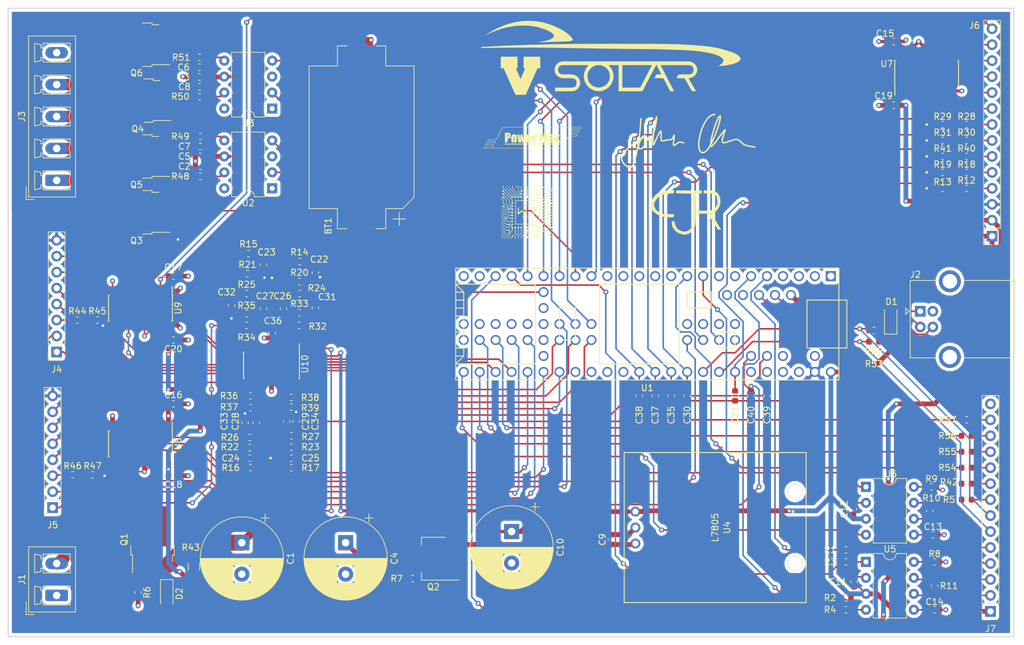
<source format=kicad_pcb>
(kicad_pcb (version 20171130) (host pcbnew "(5.0.2)-1")
  (layers (0 F.Cu signal) (1 In1.Cu power hide) (2 In2.Cu power hide) (31 B.Cu signal) (34 B.Paste user) (35 F.Paste user) (36 B.SilkS user) (37 F.SilkS user) (38 B.Mask user hide) (39 F.Mask user hide) (44 Edge.Cuts user))
  (net 0 "")
  (net 1 +12V)
  (net 2 GND)
  (net 3 "Net-(C4-Pad1)")
  (net 4 "Net-(C9-Pad1)")
  (net 5 +5V)
  (net 6 +3V3)
  (net 7 GNDA)
  (net 8 /LV_BRAKE_CTRL)
  (net 9 "Net-(C22-Pad1)")
  (net 10 "Net-(C23-Pad1)")
  (net 11 "Net-(C24-Pad1)")
  (net 12 "Net-(C25-Pad1)")
  (net 13 "Net-(C26-Pad2)")
  (net 14 "Net-(C26-Pad1)")
  (net 15 "Net-(C27-Pad2)")
  (net 16 "Net-(C27-Pad1)")
  (net 17 "Net-(C28-Pad2)")
  (net 18 "Net-(C28-Pad1)")
  (net 19 "Net-(C29-Pad2)")
  (net 20 "Net-(C29-Pad1)")
  (net 21 /LV_REGEN_CTRL)
  (net 22 "Net-(C31-Pad2)")
  (net 23 "Net-(C32-Pad2)")
  (net 24 "Net-(C33-Pad2)")
  (net 25 "Net-(C34-Pad2)")
  (net 26 /LV_THROTTLE_CTRL)
  (net 27 /LV_TURNSIG_CTRL)
  (net 28 /LV_GEARSHIFT_CTRL)
  (net 29 "Net-(D1-Pad2)")
  (net 30 "Net-(D2-Pad2)")
  (net 31 "Net-(J1-Pad2)")
  (net 32 /USB_D-)
  (net 33 /USB_D+)
  (net 34 /HEADLIGHTS)
  (net 35 /BRAKELIGHTS)
  (net 36 /BLINKERS)
  (net 37 /MOTOR_L_REGEN)
  (net 38 /MOTOR_L_THROTTLE)
  (net 39 /MOTOR_L_METER)
  (net 40 /MOTOR_L_ECO_EN)
  (net 41 /MOTOR_L_REGEN_EN)
  (net 42 /MOTOR_L_FWD_EN)
  (net 43 /MOTOR_L_REV_EN)
  (net 44 /MOTOR_R_REV_EN)
  (net 45 /MOTOR_R_FWD_EN)
  (net 46 /MOTOR_R_REGEN_EN)
  (net 47 /MOTOR_R_ECO_EN)
  (net 48 /MOTOR_R_METER)
  (net 49 /MOTOR_R_THROTTLE)
  (net 50 /MOTOR_R_REGEN)
  (net 51 /BRAKE_CTRL)
  (net 52 /REGEN_CTRL)
  (net 53 /GEARSHIFT_CTRL)
  (net 54 /TURNSIG_CTRL)
  (net 55 /THROTTLE_CTRL)
  (net 56 /HAZARD_CTRL)
  (net 57 /HAZARD_LED)
  (net 58 /DOWN_CTRL)
  (net 59 /UP_CTRL)
  (net 60 /SEL_CTRL)
  (net 61 /KILL_SENSE)
  (net 62 /UART_RX)
  (net 63 /UART_TX)
  (net 64 /CS_0)
  (net 65 /MISO_0)
  (net 66 /MOSI_0)
  (net 67 /SCK_0)
  (net 68 /HORN)
  (net 69 "Net-(Q3-Pad1)")
  (net 70 "Net-(Q4-Pad1)")
  (net 71 "Net-(Q5-Pad1)")
  (net 72 "Net-(Q6-Pad1)")
  (net 73 "Net-(R1-Pad2)")
  (net 74 /CAN0_TX)
  (net 75 /CAN0_RX)
  (net 76 "Net-(R2-Pad2)")
  (net 77 "Net-(R3-Pad2)")
  (net 78 "Net-(R4-Pad2)")
  (net 79 /USB_MASTER-SLAVE_SEL)
  (net 80 "Net-(R8-Pad1)")
  (net 81 "Net-(R9-Pad1)")
  (net 82 /PWM_MOTOR_L_THROTTLE)
  (net 83 /PWM_MOTOR_L_REGEN)
  (net 84 /PWM_MOTOR_R_THROTTLE)
  (net 85 /PWM_MOTOR_R_REGEN)
  (net 86 /LV_HAZARD_LED)
  (net 87 /LV_DOWN_CTRL)
  (net 88 /LV_UP_CTRL)
  (net 89 /LV_SEL_CTRL)
  (net 90 /LV_HAZARD_CTRL)
  (net 91 "Net-(U1-Pad28)")
  (net 92 "Net-(U1-Pad29)")
  (net 93 /CAN1_TX)
  (net 94 /CAN1_RX)
  (net 95 /DAC_0)
  (net 96 "Net-(U1-Pad11)")
  (net 97 "Net-(U1-Pad8)")
  (net 98 "Net-(U1-Pad7)")
  (net 99 "Net-(U1-Pad4)")
  (net 100 /DAC_1)
  (net 101 /SDA_0)
  (net 102 /SCL_0)
  (net 103 "Net-(U1-Pad48)")
  (net 104 "Net-(U1-Pad49)")
  (net 105 "Net-(U1-Pad50)")
  (net 106 "Net-(U1-Pad51)")
  (net 107 "Net-(U1-Pad54)")
  (net 108 "Net-(U1-Pad55)")
  (net 109 "Net-(U1-Pad63)")
  (net 110 "Net-(U1-Pad64)")
  (net 111 "Net-(U1-Pad65)")
  (net 112 "Net-(U1-Pad66)")
  (net 113 /LV_BLINKERS)
  (net 114 /LV_BRAKELIGHTS)
  (net 115 /CS_2)
  (net 116 /MOSI_2)
  (net 117 /MISO_2)
  (net 118 /SCK_2)
  (net 119 /LV_HEADLIGHTS)
  (net 120 /LV_HORN)
  (net 121 "Net-(U2-Pad8)")
  (net 122 "Net-(U2-Pad1)")
  (net 123 "Net-(U3-Pad1)")
  (net 124 "Net-(U3-Pad8)")
  (net 125 /LV_KILL_SENSE)
  (net 126 "Net-(U7-Pad15)")
  (net 127 /LV_MOTOR_L_REGEN_EN)
  (net 128 /LV_MOTOR_L_ECO_EN)
  (net 129 /LV_MOTOR_R_REV_EN)
  (net 130 /LV_MOTOR_R_FWD_EN)
  (net 131 /LV_MOTOR_R_REGEN_EN)
  (net 132 /LV_MOTOR_R_ECO_EN)
  (net 133 /LV_MOTOR_L_FWD_EN)
  (net 134 /LV_MOTOR_L_REV_EN)
  (net 135 "Net-(C1-Pad1)")
  (net 136 /LV_MOTOR_R_METER)
  (net 137 /LV_MOTOR_L_METER)
  (net 138 "Net-(R51-Pad2)")
  (net 139 "Net-(R50-Pad2)")
  (net 140 "Net-(R48-Pad2)")
  (net 141 "Net-(R49-Pad2)")
  (net 142 /CAN1_L)
  (net 143 /CAN1_H)
  (net 144 /CAN0_H)
  (net 145 /CAN0_L)
  (net 146 /UART_4_RX)
  (net 147 /UART_4_TX)
  (net 148 "Net-(BT1-Pad1)")
  (net 149 /UART_3_TX)
  (net 150 /UART_3_RX)
  (net 151 /UART_6_RX)
  (net 152 /UART_6_TX)
  (net 153 /UART_1_RX)
  (net 154 /UART_1_TX)
  (net 155 "Net-(J7-Pad8)")
  (net 156 "Net-(J7-Pad13)")
  (net 157 "Net-(J7-Pad12)")
  (net 158 "Net-(J7-Pad11)")
  (net 159 "Net-(J7-Pad10)")
  (net 160 "Net-(J7-Pad9)")
  (net 161 "Net-(U8-Pad12)")
  (net 162 "Net-(U8-Pad15)")
  (net 163 "Net-(U9-Pad15)")
  (module Resistor_SMD:R_1206_3216Metric (layer F.Cu) (at 114.554 133.858 90)
    (fp_text reference R43 (at 3.048 -0.508 180) (layer F.SilkS))
    (fp_text value 0)
    (pad 1 smd roundrect (at -1.4 0 90) (size 1.25 1.75) (layers F.Cu F.Paste F.Mask) (roundrect_rratio 0.2) (net 1 +12V))
    (pad 2 smd roundrect (at 1.4 0 90) (size 1.25 1.75) (layers F.Cu F.Paste F.Mask) (roundrect_rratio 0.2) (net 135 "Net-(C1-Pad1)"))
  )
  (module Resistor_SMD:R_0603_1608Metric (layer F.Cu) (at 222.758 98.044 180)
    (fp_text reference R53 (at 0 -3.556 180) (layer F.SilkS))
    (fp_text value 1k)
    (pad 1 smd roundrect (at -0.7875 0 180) (size 0.875 0.95) (layers F.Cu F.Paste F.Mask) (net 5 +5V))
    (pad 2 smd roundrect (at 0.7875 0 180) (size 0.875 0.95) (layers F.Cu F.Paste F.Mask) (net 102 /SCL_0))
  )
  (module PCBDesign:PT78NR112H (layer F.Cu) (at 210.185 125.095 270)
    (fp_text reference U4 (at 2.54 10.795 270) (layer F.SilkS))
    (fp_text value L7805 (at 2.54 12.691999 270) (layer F.SilkS))
    (fp_text user * (at 0 0 270) (layer F.SilkS))
    (pad 5 thru_hole circle (at -3.175 -0.016001 270) (size 2.3368 2.3368) (drill 2.3368) (layers *.Cu *.Mask))
    (pad 4 thru_hole circle (at 8.255 -0.016001 270) (size 2.3368 2.3368) (drill 2.3368) (layers *.Cu *.Mask))
    (pad 3 thru_hole circle (at 0 25.383999 270) (size 1.5748 1.5748) (drill 0.9652) (layers *.Cu *.Mask) (net 5 +5V))
    (pad 2 thru_hole circle (at 2.54 25.383999 270) (size 1.5748 1.5748) (drill 0.9652) (layers *.Cu *.Mask) (net 2 GND))
    (pad 1 thru_hole circle (at 5.08 25.383999 270) (size 1.5748 1.5748) (drill 0.9652) (layers *.Cu *.Mask) (net 4 "Net-(C9-Pad1)"))
  )
  (module Capacitor_SMD:C_0603_1608Metric (layer F.Cu) (at 205.74 106.68 270)
    (fp_text reference C39 (at 3.048 0 270) (layer F.SilkS))
    (fp_text value C)
    (pad 2 smd roundrect (at 0.7875 0 270) (size 0.875 0.95) (layers F.Cu F.Paste F.Mask) (net 7 GNDA))
    (pad 1 smd roundrect (at -0.7875 0 270) (size 0.875 0.95) (layers F.Cu F.Paste F.Mask) (net 136 /LV_MOTOR_R_METER))
  )
  (module Resistor_SMD:R_0603_1608Metric (layer F.Cu) (at 130.048 106.934 180)
    (fp_text reference R38 (at -3.002879 -0.022361 180) (layer F.SilkS))
    (fp_text value 1k)
    (pad 1 smd roundrect (at -0.7875 0 180) (size 0.875 0.95) (layers F.Cu F.Paste F.Mask) (net 50 /MOTOR_R_REGEN))
    (pad 2 smd roundrect (at 0.7875 0 180) (size 0.875 0.95) (layers F.Cu F.Paste F.Mask) (net 19 "Net-(C29-Pad2)"))
  )
  (module Capacitor_SMD:C_0603_1608Metric (layer F.Cu) (at 124.46 110.950139 90)
    (fp_text reference C28 (at 0.206139 -3.302 90) (layer F.SilkS))
    (fp_text value 6.8n)
    (pad 2 smd roundrect (at 0.7875 0 90) (size 0.875 0.95) (layers F.Cu F.Paste F.Mask) (net 17 "Net-(C28-Pad2)"))
    (pad 1 smd roundrect (at -0.7875 0 90) (size 0.875 0.95) (layers F.Cu F.Paste F.Mask) (net 18 "Net-(C28-Pad1)"))
  )
  (module teensy:Teensy35_36 (layer F.Cu) (at 186.69 95.25 180)
    (fp_text reference U1 (at 0 -10.16 180) (layer F.SilkS))
    (fp_text value Teensy3.6)
    (pad 17 thru_hole circle (at 11.43 7.62 180) (size 1.6 1.6) (drill 1.1) (layers *.Cu *.Mask) (net 86 /LV_HAZARD_LED))
    (pad 18 thru_hole circle (at 13.97 7.62 180) (size 1.6 1.6) (drill 1.1) (layers *.Cu *.Mask) (net 87 /LV_DOWN_CTRL))
    (pad 19 thru_hole circle (at 16.51 7.62 180) (size 1.6 1.6) (drill 1.1) (layers *.Cu *.Mask) (net 88 /LV_UP_CTRL))
    (pad 20 thru_hole circle (at 19.05 7.62 180) (size 1.6 1.6) (drill 1.1) (layers *.Cu *.Mask) (net 89 /LV_SEL_CTRL))
    (pad 16 thru_hole circle (at 8.89 7.62 180) (size 1.6 1.6) (drill 1.1) (layers *.Cu *.Mask) (net 90 /LV_HAZARD_CTRL))
    (pad 15 thru_hole circle (at 6.35 7.62 180) (size 1.6 1.6) (drill 1.1) (layers *.Cu *.Mask) (net 6 +3V3))
    (pad 14 thru_hole circle (at 3.81 7.62 180) (size 1.6 1.6) (drill 1.1) (layers *.Cu *.Mask) (net 66 /MOSI_0))
    (pad 21 thru_hole circle (at 21.59 7.62 180) (size 1.6 1.6) (drill 1.1) (layers *.Cu *.Mask) (net 77 "Net-(R3-Pad2)"))
    (pad 22 thru_hole circle (at 24.13 7.62 180) (size 1.6 1.6) (drill 1.1) (layers *.Cu *.Mask) (net 78 "Net-(R4-Pad2)"))
    (pad 23 thru_hole circle (at 26.67 7.62 180) (size 1.6 1.6) (drill 1.1) (layers *.Cu *.Mask) (net 146 /UART_4_RX))
    (pad 24 thru_hole circle (at 29.21 7.62 180) (size 1.6 1.6) (drill 1.1) (layers *.Cu *.Mask) (net 147 /UART_4_TX))
    (pad 25 thru_hole circle (at 16.51 5.08 180) (size 1.6 1.6) (drill 1.1) (layers *.Cu *.Mask) (net 148 "Net-(BT1-Pad1)"))
    (pad 26 thru_hole circle (at 16.51 2.54 180) (size 1.6 1.6) (drill 1.1) (layers *.Cu *.Mask) (net 6 +3V3))
    (pad 27 thru_hole circle (at 16.51 0 180) (size 1.6 1.6) (drill 1.1) (layers *.Cu *.Mask) (net 2 GND))
    (pad 28 thru_hole circle (at 16.51 -2.54 180) (size 1.6 1.6) (drill 1.1) (layers *.Cu *.Mask) (net 91 "Net-(U1-Pad28)"))
    (pad 29 thru_hole circle (at 16.51 -5.08 180) (size 1.6 1.6) (drill 1.1) (layers *.Cu *.Mask) (net 92 "Net-(U1-Pad29)"))
    (pad 30 thru_hole circle (at 29.21 -7.62 180) (size 1.6 1.6) (drill 1.1) (layers *.Cu *.Mask) (net 93 /CAN1_TX))
    (pad 31 thru_hole circle (at 26.67 -7.62 180) (size 1.6 1.6) (drill 1.1) (layers *.Cu *.Mask) (net 94 /CAN1_RX))
    (pad 32 thru_hole circle (at 24.13 -7.62 180) (size 1.6 1.6) (drill 1.1) (layers *.Cu *.Mask) (net 82 /PWM_MOTOR_L_THROTTLE))
    (pad 33 thru_hole circle (at 21.59 -7.62 180) (size 1.6 1.6) (drill 1.1) (layers *.Cu *.Mask) (net 83 /PWM_MOTOR_L_REGEN))
    (pad 34 thru_hole circle (at 19.05 -7.62 180) (size 1.6 1.6) (drill 1.1) (layers *.Cu *.Mask) (net 85 /PWM_MOTOR_R_REGEN))
    (pad 35 thru_hole circle (at 16.51 -7.62 180) (size 1.6 1.6) (drill 1.1) (layers *.Cu *.Mask) (net 84 /PWM_MOTOR_R_THROTTLE))
    (pad 36 thru_hole circle (at 13.97 -7.62 180) (size 1.6 1.6) (drill 1.1) (layers *.Cu *.Mask) (net 132 /LV_MOTOR_R_ECO_EN))
    (pad 37 thru_hole circle (at 11.43 -7.62 180) (size 1.6 1.6) (drill 1.1) (layers *.Cu *.Mask) (net 95 /DAC_0))
    (pad 13 thru_hole circle (at 1.27 7.62 180) (size 1.6 1.6) (drill 1.1) (layers *.Cu *.Mask) (net 65 /MISO_0))
    (pad 12 thru_hole circle (at -1.27 7.62 180) (size 1.6 1.6) (drill 1.1) (layers *.Cu *.Mask) (net 64 /CS_0))
    (pad 11 thru_hole circle (at -3.81 7.62 180) (size 1.6 1.6) (drill 1.1) (layers *.Cu *.Mask) (net 96 "Net-(U1-Pad11)"))
    (pad 10 thru_hole circle (at -6.35 7.62 180) (size 1.6 1.6) (drill 1.1) (layers *.Cu *.Mask) (net 149 /UART_3_TX))
    (pad 9 thru_hole circle (at -8.89 7.62 180) (size 1.6 1.6) (drill 1.1) (layers *.Cu *.Mask) (net 150 /UART_3_RX))
    (pad 8 thru_hole circle (at -11.43 7.62 180) (size 1.6 1.6) (drill 1.1) (layers *.Cu *.Mask) (net 97 "Net-(U1-Pad8)"))
    (pad 7 thru_hole circle (at -13.97 7.62 180) (size 1.6 1.6) (drill 1.1) (layers *.Cu *.Mask) (net 98 "Net-(U1-Pad7)"))
    (pad 6 thru_hole circle (at -16.51 7.62 180) (size 1.6 1.6) (drill 1.1) (layers *.Cu *.Mask) (net 76 "Net-(R2-Pad2)"))
    (pad 5 thru_hole circle (at -19.05 7.62 180) (size 1.6 1.6) (drill 1.1) (layers *.Cu *.Mask) (net 73 "Net-(R1-Pad2)"))
    (pad 4 thru_hole circle (at -21.59 7.62 180) (size 1.6 1.6) (drill 1.1) (layers *.Cu *.Mask) (net 99 "Net-(U1-Pad4)"))
    (pad 3 thru_hole circle (at -24.13 7.62 180) (size 1.6 1.6) (drill 1.1) (layers *.Cu *.Mask) (net 63 /UART_TX))
    (pad 2 thru_hole circle (at -26.67 7.62 180) (size 1.6 1.6) (drill 1.1) (layers *.Cu *.Mask) (net 62 /UART_RX))
    (pad 1 thru_hole rect (at -29.21 7.62 180) (size 1.6 1.6) (drill 1.1) (layers *.Cu *.Mask) (net 2 GND))
    (pad 38 thru_hole circle (at 8.89 -7.62 180) (size 1.6 1.6) (drill 1.1) (layers *.Cu *.Mask) (net 100 /DAC_1))
    (pad 39 thru_hole circle (at 6.35 -7.62 180) (size 1.6 1.6) (drill 1.1) (layers *.Cu *.Mask) (net 2 GND))
    (pad 40 thru_hole circle (at 3.81 -7.62 180) (size 1.6 1.6) (drill 1.1) (layers *.Cu *.Mask) (net 67 /SCK_0))
    (pad 41 thru_hole circle (at 1.27 -7.62 180) (size 1.6 1.6) (drill 1.1) (layers *.Cu *.Mask) (net 28 /LV_GEARSHIFT_CTRL))
    (pad 42 thru_hole circle (at -1.27 -7.62 180) (size 1.6 1.6) (drill 1.1) (layers *.Cu *.Mask) (net 27 /LV_TURNSIG_CTRL))
    (pad 43 thru_hole circle (at -3.81 -7.62 180) (size 1.6 1.6) (drill 1.1) (layers *.Cu *.Mask) (net 26 /LV_THROTTLE_CTRL))
    (pad 44 thru_hole circle (at -6.35 -7.62 180) (size 1.6 1.6) (drill 1.1) (layers *.Cu *.Mask) (net 21 /LV_REGEN_CTRL))
    (pad 45 thru_hole circle (at -8.89 -7.62 180) (size 1.6 1.6) (drill 1.1) (layers *.Cu *.Mask) (net 101 /SDA_0))
    (pad 46 thru_hole circle (at -11.43 -7.62 180) (size 1.6 1.6) (drill 1.1) (layers *.Cu *.Mask) (net 102 /SCL_0))
    (pad 47 thru_hole circle (at -13.97 -7.62 180) (size 1.6 1.6) (drill 1.1) (layers *.Cu *.Mask) (net 8 /LV_BRAKE_CTRL))
    (pad 48 thru_hole circle (at -16.51 -7.62 180) (size 1.6 1.6) (drill 1.1) (layers *.Cu *.Mask) (net 103 "Net-(U1-Pad48)"))
    (pad 49 thru_hole circle (at -19.05 -7.62 180) (size 1.6 1.6) (drill 1.1) (layers *.Cu *.Mask) (net 104 "Net-(U1-Pad49)"))
    (pad 50 thru_hole circle (at -21.59 -7.62 180) (size 1.6 1.6) (drill 1.1) (layers *.Cu *.Mask) (net 105 "Net-(U1-Pad50)"))
    (pad 51 thru_hole circle (at -24.13 -7.62 180) (size 1.6 1.6) (drill 1.1) (layers *.Cu *.Mask) (net 106 "Net-(U1-Pad51)"))
    (pad 52 thru_hole circle (at -26.67 -7.62 180) (size 1.6 1.6) (drill 1.1) (layers *.Cu *.Mask) (net 7 GNDA))
    (pad 53 thru_hole circle (at -29.21 -7.62 180) (size 1.6 1.6) (drill 1.1) (layers *.Cu *.Mask) (net 5 +5V))
    (pad 54 thru_hole circle (at -26.67 -5.08 180) (size 1.6 1.6) (drill 1.1) (layers *.Cu *.Mask) (net 107 "Net-(U1-Pad54)"))
    (pad 55 thru_hole circle (at -21.59 -5.08 180) (size 1.6 1.6) (drill 1.1) (layers *.Cu *.Mask) (net 108 "Net-(U1-Pad55)"))
    (pad 56 thru_hole circle (at -19.05 -5.08 180) (size 1.6 1.6) (drill 1.1) (layers *.Cu *.Mask) (net 136 /LV_MOTOR_R_METER))
    (pad 57 thru_hole circle (at -16.51 -5.08 180) (size 1.6 1.6) (drill 1.1) (layers *.Cu *.Mask) (net 137 /LV_MOTOR_L_METER))
    (pad 63 thru_hole circle (at -13.97 0 180) (size 1.6 1.6) (drill 1.1) (layers *.Cu *.Mask) (net 109 "Net-(U1-Pad63)"))
    (pad 64 thru_hole circle (at -11.43 0 180) (size 1.6 1.6) (drill 1.1) (layers *.Cu *.Mask) (net 110 "Net-(U1-Pad64)"))
    (pad 65 thru_hole circle (at -8.89 0 180) (size 1.6 1.6) (drill 1.1) (layers *.Cu *.Mask) (net 111 "Net-(U1-Pad65)"))
    (pad 66 thru_hole circle (at -6.35 0 180) (size 1.6 1.6) (drill 1.1) (layers *.Cu *.Mask) (net 112 "Net-(U1-Pad66)"))
    (pad 67 thru_hole circle (at 8.89 0 180) (size 1.6 1.6) (drill 1.1) (layers *.Cu *.Mask) (net 113 /LV_BLINKERS))
    (pad 68 thru_hole circle (at 11.43 0 180) (size 1.6 1.6) (drill 1.1) (layers *.Cu *.Mask) (net 114 /LV_BRAKELIGHTS))
    (pad 69 thru_hole circle (at 13.97 0 180) (size 1.6 1.6) (drill 1.1) (layers *.Cu *.Mask) (net 133 /LV_MOTOR_L_FWD_EN))
    (pad 70 thru_hole circle (at 19.05 0 180) (size 1.6 1.6) (drill 1.1) (layers *.Cu *.Mask) (net 115 /CS_2))
    (pad 71 thru_hole circle (at 21.59 0 180) (size 1.6 1.6) (drill 1.1) (layers *.Cu *.Mask) (net 116 /MOSI_2))
    (pad 72 thru_hole circle (at 24.13 0 180) (size 1.6 1.6) (drill 1.1) (layers *.Cu *.Mask) (net 117 /MISO_2))
    (pad 73 thru_hole circle (at 26.67 0 180) (size 1.6 1.6) (drill 1.1) (layers *.Cu *.Mask) (net 118 /SCK_2))
    (pad 74 thru_hole circle (at 29.21 0 180) (size 1.6 1.6) (drill 1.1) (layers *.Cu *.Mask) (net 2 GND))
    (pad 75 thru_hole circle (at 29.21 -2.54 180) (size 1.6 1.6) (drill 1.1) (layers *.Cu *.Mask) (net 6 +3V3))
    (pad 76 thru_hole circle (at 26.67 -2.54 180) (size 1.6 1.6) (drill 1.1) (layers *.Cu *.Mask) (net 151 /UART_6_RX))
    (pad 77 thru_hole circle (at 24.13 -2.54 180) (size 1.6 1.6) (drill 1.1) (layers *.Cu *.Mask) (net 152 /UART_6_TX))
    (pad 78 thru_hole circle (at 21.59 -2.54 180) (size 1.6 1.6) (drill 1.1) (layers *.Cu *.Mask) (net 128 /LV_MOTOR_L_ECO_EN))
    (pad 79 thru_hole circle (at 19.05 -2.54 180) (size 1.6 1.6) (drill 1.1) (layers *.Cu *.Mask) (net 127 /LV_MOTOR_L_REGEN_EN))
    (pad 80 thru_hole circle (at 13.97 -2.54 180) (size 1.6 1.6) (drill 1.1) (layers *.Cu *.Mask) (net 129 /LV_MOTOR_R_REV_EN))
    (pad 81 thru_hole circle (at 11.43 -2.54 180) (size 1.6 1.6) (drill 1.1) (layers *.Cu *.Mask) (net 130 /LV_MOTOR_R_FWD_EN))
    (pad 82 thru_hole circle (at 8.89 -2.54 180) (size 1.6 1.6) (drill 1.1) (layers *.Cu *.Mask) (net 131 /LV_MOTOR_R_REGEN_EN))
    (pad 83 thru_hole circle (at -6.35 -2.54 180) (size 1.6 1.6) (drill 1.1) (layers *.Cu *.Mask) (net 134 /LV_MOTOR_L_REV_EN))
    (pad 84 thru_hole circle (at -8.89 -2.54 180) (size 1.6 1.6) (drill 1.1) (layers *.Cu *.Mask) (net 120 /LV_HORN))
    (pad 85 thru_hole circle (at -11.43 -2.54 180) (size 1.6 1.6) (drill 1.1) (layers *.Cu *.Mask) (net 119 /LV_HEADLIGHTS))
    (pad 86 thru_hole circle (at -13.97 -2.54 180) (size 1.6 1.6) (drill 1.1) (layers *.Cu *.Mask) (net 79 /USB_MASTER-SLAVE_SEL))
    (pad 58 thru_hole circle (at -22.86 4.62 180) (size 1.6 1.6) (drill 1.1) (layers *.Cu *.Mask) (net 5 +5V))
    (pad 59 thru_hole circle (at -20.32 4.62 180) (size 1.6 1.6) (drill 1.1) (layers *.Cu *.Mask) (net 32 /USB_D-))
    (pad 60 thru_hole circle (at -17.78 4.62 180) (size 1.6 1.6) (drill 1.1) (layers *.Cu *.Mask) (net 33 /USB_D+))
    (pad 61 thru_hole circle (at -15.24 4.62 180) (size 1.6 1.6) (drill 1.1) (layers *.Cu *.Mask) (net 2 GND))
    (pad 62 thru_hole circle (at -12.7 4.62 180) (size 1.6 1.6) (drill 1.1) (layers *.Cu *.Mask) (net 2 GND))
  )
  (module Package_SO:SOIC-16_3.9x9.9mm_P1.27mm (layer F.Cu) (at 106.045 114.3 270)
    (fp_text reference U8 (at 0 -6 270) (layer F.SilkS))
    (fp_text value 4504)
    (pad 1 smd rect (at -2.7 -4.445 270) (size 1.5 0.6) (layers F.Cu F.Paste F.Mask) (net 6 +3V3))
    (pad 2 smd rect (at -2.7 -3.175 270) (size 1.5 0.6) (layers F.Cu F.Paste F.Mask) (net 43 /MOTOR_L_REV_EN))
    (pad 3 smd rect (at -2.7 -1.905 270) (size 1.5 0.6) (layers F.Cu F.Paste F.Mask) (net 134 /LV_MOTOR_L_REV_EN))
    (pad 4 smd rect (at -2.7 -0.635 270) (size 1.5 0.6) (layers F.Cu F.Paste F.Mask) (net 42 /MOTOR_L_FWD_EN))
    (pad 5 smd rect (at -2.7 0.635 270) (size 1.5 0.6) (layers F.Cu F.Paste F.Mask) (net 133 /LV_MOTOR_L_FWD_EN))
    (pad 6 smd rect (at -2.7 1.905 270) (size 1.5 0.6) (layers F.Cu F.Paste F.Mask) (net 40 /MOTOR_L_ECO_EN))
    (pad 7 smd rect (at -2.7 3.175 270) (size 1.5 0.6) (layers F.Cu F.Paste F.Mask) (net 128 /LV_MOTOR_L_ECO_EN))
    (pad 8 smd rect (at -2.7 4.445 270) (size 1.5 0.6) (layers F.Cu F.Paste F.Mask) (net 2 GND))
    (pad 9 smd rect (at 2.7 4.445 270) (size 1.5 0.6) (layers F.Cu F.Paste F.Mask) (net 127 /LV_MOTOR_L_REGEN_EN))
    (pad 10 smd rect (at 2.7 3.175 270) (size 1.5 0.6) (layers F.Cu F.Paste F.Mask) (net 41 /MOTOR_L_REGEN_EN))
    (pad 11 smd rect (at 2.7 1.905 270) (size 1.5 0.6) (layers F.Cu F.Paste F.Mask) (net 2 GND))
    (pad 12 smd rect (at 2.7 0.635 270) (size 1.5 0.6) (layers F.Cu F.Paste F.Mask) (net 161 "Net-(U8-Pad12)"))
    (pad 13 smd rect (at 2.7 -0.635 270) (size 1.5 0.6) (layers F.Cu F.Paste F.Mask) (net 2 GND))
    (pad 14 smd rect (at 2.7 -1.905 270) (size 1.5 0.6) (layers F.Cu F.Paste F.Mask) (net 2 GND))
    (pad 15 smd rect (at 2.7 -3.175 270) (size 1.5 0.6) (layers F.Cu F.Paste F.Mask) (net 162 "Net-(U8-Pad15)"))
    (pad 16 smd rect (at 2.7 -4.445 270) (size 1.5 0.6) (layers F.Cu F.Paste F.Mask) (net 1 +12V))
  )
  (module Battery:BatteryHolder_Keystone_1060_1x2032 (layer F.Cu) (at 141.224 65.532 90)
    (fp_text reference BT1 (at -14.125 -5.3 90) (layer F.SilkS))
    (fp_text value Battery_Cell)
    (pad 2 smd rect (at 14.65 0 270) (size 2.6 3.6) (layers F.Cu F.Paste F.Mask) (net 2 GND))
    (pad 1 smd rect (at -14.65 0 270) (size 2.6 3.6) (layers F.Cu F.Paste F.Mask) (net 148 "Net-(BT1-Pad1)"))
  )
  (module Connector_USB:USB_B_OST_USB-B1HSxx_Horizontal (layer F.Cu) (at 230.124 93.218)
    (fp_text reference J2 (at -0.762 -5.842 180) (layer F.SilkS))
    (fp_text value USB_B)
    (pad 1 thru_hole rect (at 0 0) (size 1.7 1.7) (drill 0.92) (layers *.Cu *.Mask) (net 29 "Net-(D1-Pad2)"))
    (pad 2 thru_hole circle (at 0 2.5) (size 1.7 1.7) (drill 0.92) (layers *.Cu *.Mask) (net 32 /USB_D-))
    (pad 3 thru_hole circle (at 2 2.5) (size 1.7 1.7) (drill 0.92) (layers *.Cu *.Mask) (net 33 /USB_D+))
    (pad 4 thru_hole circle (at 2 0) (size 1.7 1.7) (drill 0.92) (layers *.Cu *.Mask) (net 2 GND))
    (pad 5 thru_hole circle (at 4.71 -4.77) (size 3.5 3.5) (drill 2.33) (layers *.Cu *.Mask) (net 2 GND))
    (pad 5 thru_hole circle (at 4.71 7.27) (size 3.5 3.5) (drill 2.33) (layers *.Cu *.Mask) (net 2 GND))
  )
  (module Resistor_SMD:R_0603_1608Metric (layer F.Cu) (at 237.49 118.11 180)
    (fp_text reference R54 (at 3.048 0 180) (layer F.SilkS))
    (fp_text value 47)
    (pad 2 smd roundrect (at 0.7875 0 180) (size 0.875 0.95) (layers F.Cu F.Paste F.Mask) (net 150 /UART_3_RX))
    (pad 1 smd roundrect (at -0.7875 0 180) (size 0.875 0.95) (layers F.Cu F.Paste F.Mask) (net 159 "Net-(J7-Pad10)"))
  )
  (module Resistor_SMD:R_0603_1608Metric (layer F.Cu) (at 237.49 115.57 180)
    (fp_text reference R55 (at 3.048 0 180) (layer F.SilkS))
    (fp_text value 47)
    (pad 1 smd roundrect (at -0.7875 0 180) (size 0.875 0.95) (layers F.Cu F.Paste F.Mask) (net 158 "Net-(J7-Pad11)"))
    (pad 2 smd roundrect (at 0.7875 0 180) (size 0.875 0.95) (layers F.Cu F.Paste F.Mask) (net 149 /UART_3_TX))
  )
  (module Resistor_SMD:R_0603_1608Metric (layer F.Cu) (at 237.49 113.03 180)
    (fp_text reference R56 (at 3.048 0) (layer F.SilkS))
    (fp_text value 47)
    (pad 2 smd roundrect (at 0.7875 0 180) (size 0.875 0.95) (layers F.Cu F.Paste F.Mask) (net 151 /UART_6_RX))
    (pad 1 smd roundrect (at -0.7875 0 180) (size 0.875 0.95) (layers F.Cu F.Paste F.Mask) (net 157 "Net-(J7-Pad12)"))
  )
  (module Resistor_SMD:R_0603_1608Metric (layer F.Cu) (at 237.49 110.49 180)
    (fp_text reference R57 (at 3.048 0) (layer F.SilkS))
    (fp_text value 47)
    (pad 1 smd roundrect (at -0.7875 0 180) (size 0.875 0.95) (layers F.Cu F.Paste F.Mask) (net 156 "Net-(J7-Pad13)"))
    (pad 2 smd roundrect (at 0.7875 0 180) (size 0.875 0.95) (layers F.Cu F.Paste F.Mask) (net 152 /UART_6_TX))
  )
  (module Resistor_SMD:R_0603_1608Metric (layer F.Cu) (at 222.758 96.266 180)
    (fp_text reference R52 (at 0 -3.302 180) (layer F.SilkS))
    (fp_text value 1k)
    (pad 2 smd roundrect (at 0.7875 0 180) (size 0.875 0.95) (layers F.Cu F.Paste F.Mask) (net 101 /SDA_0))
    (pad 1 smd roundrect (at -0.7875 0 180) (size 0.875 0.95) (layers F.Cu F.Paste F.Mask) (net 5 +5V))
  )
  (module Capacitor_SMD:C_0603_1608Metric (layer F.Cu) (at 115.443 55.9435)
    (fp_text reference C3 (at -2.54 0) (layer F.SilkS))
    (fp_text value 0.47u)
    (pad 1 smd roundrect (at -0.7875 0) (size 0.875 0.95) (layers F.Cu F.Paste F.Mask) (net 2 GND))
    (pad 2 smd roundrect (at 0.7875 0) (size 0.875 0.95) (layers F.Cu F.Paste F.Mask) (net 1 +12V))
  )
  (module Capacitor_SMD:C_0603_1608Metric (layer F.Cu) (at 115.443 57.49925)
    (fp_text reference C8 (at -2.413 0) (layer F.SilkS))
    (fp_text value 47u)
    (pad 2 smd roundrect (at 0.7875 0) (size 0.875 0.95) (layers F.Cu F.Paste F.Mask) (net 1 +12V))
    (pad 1 smd roundrect (at -0.7875 0) (size 0.875 0.95) (layers F.Cu F.Paste F.Mask) (net 2 GND))
  )
  (module Resistor_SMD:R_0603_1608Metric (layer F.Cu) (at 115.57 71.755)
    (fp_text reference R48 (at -3.175 0) (layer F.SilkS))
    (fp_text value 4.7)
    (pad 2 smd roundrect (at 0.7875 0) (size 0.875 0.95) (layers F.Cu F.Paste F.Mask) (net 140 "Net-(R48-Pad2)"))
    (pad 1 smd roundrect (at -0.7875 0) (size 0.875 0.95) (layers F.Cu F.Paste F.Mask) (net 69 "Net-(Q3-Pad1)"))
  )
  (module Resistor_SMD:R_0603_1608Metric (layer F.Cu) (at 115.57 65.405)
    (fp_text reference R49 (at -3.175 0) (layer F.SilkS))
    (fp_text value 4.7)
    (pad 1 smd roundrect (at -0.7875 0) (size 0.875 0.95) (layers F.Cu F.Paste F.Mask) (net 71 "Net-(Q5-Pad1)"))
    (pad 2 smd roundrect (at 0.7875 0) (size 0.875 0.95) (layers F.Cu F.Paste F.Mask) (net 141 "Net-(R49-Pad2)"))
  )
  (module Resistor_SMD:R_0603_1608Metric (layer F.Cu) (at 115.443 59.055)
    (fp_text reference R50 (at -3.048 0) (layer F.SilkS))
    (fp_text value 4.7)
    (pad 2 smd roundrect (at 0.7875 0) (size 0.875 0.95) (layers F.Cu F.Paste F.Mask) (net 139 "Net-(R50-Pad2)"))
    (pad 1 smd roundrect (at -0.7875 0) (size 0.875 0.95) (layers F.Cu F.Paste F.Mask) (net 70 "Net-(Q4-Pad1)"))
  )
  (module Resistor_SMD:R_0603_1608Metric (layer F.Cu) (at 115.443 52.832)
    (fp_text reference R51 (at -2.921 0) (layer F.SilkS))
    (fp_text value 4.7)
    (pad 1 smd roundrect (at -0.7875 0) (size 0.875 0.95) (layers F.Cu F.Paste F.Mask) (net 72 "Net-(Q6-Pad1)"))
    (pad 2 smd roundrect (at 0.7875 0) (size 0.875 0.95) (layers F.Cu F.Paste F.Mask) (net 138 "Net-(R51-Pad2)"))
  )
  (module Package_SO:SOIC-14_3.9x8.7mm_P1.27mm (layer F.Cu) (at 126.892621 101.831639 270)
    (fp_text reference U10 (at -0.231639 -5.314379 90) (layer F.SilkS))
    (fp_text value LM324A)
    (pad 1 smd rect (at -2.7 -3.81 270) (size 1.5 0.6) (layers F.Cu F.Paste F.Mask) (net 38 /MOTOR_L_THROTTLE))
    (pad 2 smd rect (at -2.7 -2.54 270) (size 1.5 0.6) (layers F.Cu F.Paste F.Mask) (net 13 "Net-(C26-Pad2)"))
    (pad 3 smd rect (at -2.7 -1.27 270) (size 1.5 0.6) (layers F.Cu F.Paste F.Mask) (net 22 "Net-(C31-Pad2)"))
    (pad 4 smd rect (at -2.7 0 270) (size 1.5 0.6) (layers F.Cu F.Paste F.Mask) (net 5 +5V))
    (pad 5 smd rect (at -2.7 1.27 270) (size 1.5 0.6) (layers F.Cu F.Paste F.Mask) (net 23 "Net-(C32-Pad2)"))
    (pad 6 smd rect (at -2.7 2.54 270) (size 1.5 0.6) (layers F.Cu F.Paste F.Mask) (net 15 "Net-(C27-Pad2)"))
    (pad 7 smd rect (at -2.7 3.81 270) (size 1.5 0.6) (layers F.Cu F.Paste F.Mask) (net 37 /MOTOR_L_REGEN))
    (pad 8 smd rect (at 2.7 3.81 270) (size 1.5 0.6) (layers F.Cu F.Paste F.Mask) (net 49 /MOTOR_R_THROTTLE))
    (pad 9 smd rect (at 2.7 2.54 270) (size 1.5 0.6) (layers F.Cu F.Paste F.Mask) (net 17 "Net-(C28-Pad2)"))
    (pad 10 smd rect (at 2.7 1.27 270) (size 1.5 0.6) (layers F.Cu F.Paste F.Mask) (net 24 "Net-(C33-Pad2)"))
    (pad 11 smd rect (at 2.7 0 270) (size 1.5 0.6) (layers F.Cu F.Paste F.Mask) (net 2 GND))
    (pad 12 smd rect (at 2.7 -1.27 270) (size 1.5 0.6) (layers F.Cu F.Paste F.Mask) (net 25 "Net-(C34-Pad2)"))
    (pad 13 smd rect (at 2.7 -2.54 270) (size 1.5 0.6) (layers F.Cu F.Paste F.Mask) (net 19 "Net-(C29-Pad2)"))
    (pad 14 smd rect (at 2.7 -3.81 270) (size 1.5 0.6) (layers F.Cu F.Paste F.Mask) (net 50 /MOTOR_R_REGEN))
  )
  (module Capacitor_THT:CP_Radial_D13.0mm_P5.00mm (layer F.Cu) (at 122.174 130.048 270)
    (fp_text reference C1 (at 2.5 -7.75 270) (layer F.SilkS))
    (fp_text value 470uF)
    (pad 1 thru_hole rect (at 0 0 270) (size 2.4 2.4) (drill 1.2) (layers *.Cu *.Mask) (net 135 "Net-(C1-Pad1)"))
    (pad 2 thru_hole circle (at 5 0 270) (size 2.4 2.4) (drill 1.2) (layers *.Cu *.Mask) (net 2 GND))
  )
  (module Capacitor_SMD:C_0603_1608Metric (layer F.Cu) (at 115.57 70.1675)
    (fp_text reference C2 (at -2.54 0) (layer F.SilkS))
    (fp_text value 0.47u)
    (pad 1 smd roundrect (at -0.7875 0) (size 0.875 0.95) (layers F.Cu F.Paste F.Mask) (net 2 GND))
    (pad 2 smd roundrect (at 0.7875 0) (size 0.875 0.95) (layers F.Cu F.Paste F.Mask) (net 1 +12V))
  )
  (module Capacitor_THT:CP_Radial_D13.0mm_P5.00mm (layer F.Cu) (at 138.684 130.048 270)
    (fp_text reference C4 (at 2.5 -7.75 270) (layer F.SilkS))
    (fp_text value 470uF)
    (pad 2 thru_hole circle (at 5 0 270) (size 2.4 2.4) (drill 1.2) (layers *.Cu *.Mask) (net 2 GND))
    (pad 1 thru_hole rect (at 0 0 270) (size 2.4 2.4) (drill 1.2) (layers *.Cu *.Mask) (net 3 "Net-(C4-Pad1)"))
  )
  (module Capacitor_SMD:C_0603_1608Metric (layer F.Cu) (at 115.57 68.58)
    (fp_text reference C5 (at -2.54 0) (layer F.SilkS))
    (fp_text value 4.7u)
    (pad 2 smd roundrect (at 0.7875 0) (size 0.875 0.95) (layers F.Cu F.Paste F.Mask) (net 1 +12V))
    (pad 1 smd roundrect (at -0.7875 0) (size 0.875 0.95) (layers F.Cu F.Paste F.Mask) (net 2 GND))
  )
  (module Capacitor_SMD:C_0603_1608Metric (layer F.Cu) (at 115.443 54.38775)
    (fp_text reference C6 (at -2.54 0) (layer F.SilkS))
    (fp_text value 4.7u)
    (pad 1 smd roundrect (at -0.7875 0) (size 0.875 0.95) (layers F.Cu F.Paste F.Mask) (net 2 GND))
    (pad 2 smd roundrect (at 0.7875 0) (size 0.875 0.95) (layers F.Cu F.Paste F.Mask) (net 1 +12V))
  )
  (module Capacitor_SMD:C_0603_1608Metric (layer F.Cu) (at 115.57 66.9925)
    (fp_text reference C7 (at -2.54 0) (layer F.SilkS))
    (fp_text value 47u)
    (pad 2 smd roundrect (at 0.7875 0) (size 0.875 0.95) (layers F.Cu F.Paste F.Mask) (net 1 +12V))
    (pad 1 smd roundrect (at -0.7875 0) (size 0.875 0.95) (layers F.Cu F.Paste F.Mask) (net 2 GND))
  )
  (module Capacitor_SMD:C_0603_1608Metric (layer F.Cu) (at 180.975 129.54 90)
    (fp_text reference C9 (at 0 -1.43 90) (layer F.SilkS))
    (fp_text value 10uF)
    (pad 1 smd roundrect (at -0.7875 0 90) (size 0.875 0.95) (layers F.Cu F.Paste F.Mask) (net 4 "Net-(C9-Pad1)"))
    (pad 2 smd roundrect (at 0.7875 0 90) (size 0.875 0.95) (layers F.Cu F.Paste F.Mask) (net 2 GND))
  )
  (module Capacitor_THT:CP_Radial_D13.0mm_P5.00mm (layer F.Cu) (at 165.1 128.27 270)
    (fp_text reference C10 (at 2.5 -7.75 270) (layer F.SilkS))
    (fp_text value 10uF)
    (pad 1 thru_hole rect (at 0 0 270) (size 2.4 2.4) (drill 1.2) (layers *.Cu *.Mask) (net 5 +5V))
    (pad 2 thru_hole circle (at 5 0 270) (size 2.4 2.4) (drill 1.2) (layers *.Cu *.Mask) (net 2 GND))
  )
  (module Capacitor_SMD:C_0603_1608Metric (layer F.Cu) (at 219.583 136.271 90)
    (fp_text reference C11 (at 0 -2.54 180) (layer F.SilkS))
    (fp_text value 0.47u)
    (pad 1 smd roundrect (at -0.7875 0 90) (size 0.875 0.95) (layers F.Cu F.Paste F.Mask) (net 5 +5V))
    (pad 2 smd roundrect (at 0.7875 0 90) (size 0.875 0.95) (layers F.Cu F.Paste F.Mask) (net 2 GND))
  )
  (module Capacitor_SMD:C_0603_1608Metric (layer F.Cu) (at 219.456 124.714 90)
    (fp_text reference C12 (at 0 -1.43 90) (layer F.SilkS))
    (fp_text value 0.47u)
    (pad 2 smd roundrect (at 0.7875 0 90) (size 0.875 0.95) (layers F.Cu F.Paste F.Mask) (net 2 GND))
    (pad 1 smd roundrect (at -0.7875 0 90) (size 0.875 0.95) (layers F.Cu F.Paste F.Mask) (net 5 +5V))
  )
  (module Capacitor_SMD:C_0603_1608Metric (layer F.Cu) (at 232.156 128.778)
    (fp_text reference C13 (at 0 -1.27) (layer F.SilkS))
    (fp_text value 0.47u)
    (pad 2 smd roundrect (at 0.7875 0) (size 0.875 0.95) (layers F.Cu F.Paste F.Mask) (net 2 GND))
    (pad 1 smd roundrect (at -0.7875 0) (size 0.875 0.95) (layers F.Cu F.Paste F.Mask) (net 6 +3V3))
  )
  (module Capacitor_SMD:C_0603_1608Metric (layer F.Cu) (at 232.41 140.716)
    (fp_text reference C14 (at 0 -1.27) (layer F.SilkS))
    (fp_text value 0.47u)
    (pad 1 smd roundrect (at -0.7875 0) (size 0.875 0.95) (layers F.Cu F.Paste F.Mask) (net 6 +3V3))
    (pad 2 smd roundrect (at 0.7875 0) (size 0.875 0.95) (layers F.Cu F.Paste F.Mask) (net 2 GND))
  )
  (module Capacitor_SMD:C_0603_1608Metric (layer F.Cu) (at 225.9075 50.292 180)
    (fp_text reference C15 (at 1.3715 1.27 180) (layer F.SilkS))
    (fp_text value 0.47u)
    (pad 2 smd roundrect (at 0.7875 0 180) (size 0.875 0.95) (layers F.Cu F.Paste F.Mask) (net 2 GND))
    (pad 1 smd roundrect (at -0.7875 0 180) (size 0.875 0.95) (layers F.Cu F.Paste F.Mask) (net 6 +3V3))
  )
  (module Capacitor_SMD:C_0603_1608Metric (layer F.Cu) (at 111.2775 107.95)
    (fp_text reference C16 (at 0 -1.43) (layer F.SilkS))
    (fp_text value 0.47u)
    (pad 2 smd roundrect (at 0.7875 0) (size 0.875 0.95) (layers F.Cu F.Paste F.Mask) (net 2 GND))
    (pad 1 smd roundrect (at -0.7875 0) (size 0.875 0.95) (layers F.Cu F.Paste F.Mask) (net 6 +3V3))
  )
  (module Capacitor_SMD:C_0603_1608Metric (layer F.Cu) (at 111.2775 87.63)
    (fp_text reference C17 (at 0 -1.43) (layer F.SilkS))
    (fp_text value 0.47u)
    (pad 1 smd roundrect (at -0.7875 0) (size 0.875 0.95) (layers F.Cu F.Paste F.Mask) (net 6 +3V3))
    (pad 2 smd roundrect (at 0.7875 0) (size 0.875 0.95) (layers F.Cu F.Paste F.Mask) (net 2 GND))
  )
  (module Capacitor_SMD:C_0603_1608Metric (layer F.Cu) (at 111.2775 119.38 180)
    (fp_text reference C18 (at 0 -1.43 180) (layer F.SilkS))
    (fp_text value 4.7u)
    (pad 1 smd roundrect (at -0.7875 0 180) (size 0.875 0.95) (layers F.Cu F.Paste F.Mask) (net 2 GND))
    (pad 2 smd roundrect (at 0.7875 0 180) (size 0.875 0.95) (layers F.Cu F.Paste F.Mask) (net 1 +12V))
  )
  (module Capacitor_SMD:C_0603_1608Metric (layer F.Cu) (at 225.9075 60.452)
    (fp_text reference C19 (at -1.6255 -1.524) (layer F.SilkS))
    (fp_text value 4.7u)
    (pad 1 smd roundrect (at -0.7875 0) (size 0.875 0.95) (layers F.Cu F.Paste F.Mask) (net 2 GND))
    (pad 2 smd roundrect (at 0.7875 0) (size 0.875 0.95) (layers F.Cu F.Paste F.Mask) (net 1 +12V))
  )
  (module Capacitor_SMD:C_0603_1608Metric (layer F.Cu) (at 111.2775 97.79 180)
    (fp_text reference C20 (at 0 -1.43 180) (layer F.SilkS))
    (fp_text value 4.7u)
    (pad 1 smd roundrect (at -0.7875 0 180) (size 0.875 0.95) (layers F.Cu F.Paste F.Mask) (net 2 GND))
    (pad 2 smd roundrect (at 0.7875 0 180) (size 0.875 0.95) (layers F.Cu F.Paste F.Mask) (net 1 +12V))
  )
  (module Capacitor_SMD:C_0603_1608Metric (layer F.Cu) (at 200.66 106.68 270)
    (fp_text reference C21 (at 3.048 0 270) (layer F.SilkS))
    (fp_text value C)
    (pad 2 smd roundrect (at 0.7875 0 270) (size 0.875 0.95) (layers F.Cu F.Paste F.Mask) (net 7 GNDA))
    (pad 1 smd roundrect (at -0.7875 0 270) (size 0.875 0.95) (layers F.Cu F.Paste F.Mask) (net 8 /LV_BRAKE_CTRL))
  )
  (module Capacitor_SMD:C_0603_1608Metric (layer F.Cu) (at 133.877621 87.074139 270)
    (fp_text reference C22 (at -2.111139 -0.615379) (layer F.SilkS))
    (fp_text value 3.3n)
    (pad 1 smd roundrect (at -0.7875 0 270) (size 0.875 0.95) (layers F.Cu F.Paste F.Mask) (net 9 "Net-(C22-Pad1)"))
    (pad 2 smd roundrect (at 0.7875 0 270) (size 0.875 0.95) (layers F.Cu F.Paste F.Mask) (net 7 GNDA))
  )
  (module Capacitor_SMD:C_0603_1608Metric (layer F.Cu) (at 125.622621 85.804139 270)
    (fp_text reference C23 (at -1.984139 -0.488379) (layer F.SilkS))
    (fp_text value 3.3n)
    (pad 1 smd roundrect (at -0.7875 0 270) (size 0.875 0.95) (layers F.Cu F.Paste F.Mask) (net 10 "Net-(C23-Pad1)"))
    (pad 2 smd roundrect (at 0.7875 0 270) (size 0.875 0.95) (layers F.Cu F.Paste F.Mask) (net 7 GNDA))
  )
  (module Capacitor_SMD:C_0603_1608Metric (layer F.Cu) (at 123.444 116.586)
    (fp_text reference C24 (at -3.048 0) (layer F.SilkS))
    (fp_text value 3.3n)
    (pad 2 smd roundrect (at 0.7875 0) (size 0.875 0.95) (layers F.Cu F.Paste F.Mask) (net 7 GNDA))
    (pad 1 smd roundrect (at -0.7875 0) (size 0.875 0.95) (layers F.Cu F.Paste F.Mask) (net 11 "Net-(C24-Pad1)"))
  )
  (module Capacitor_SMD:C_0603_1608Metric (layer F.Cu) (at 130.048 116.586 180)
    (fp_text reference C25 (at -3.048 0 180) (layer F.SilkS))
    (fp_text value 3.3n)
    (pad 2 smd roundrect (at 0.7875 0 180) (size 0.875 0.95) (layers F.Cu F.Paste F.Mask) (net 7 GNDA))
    (pad 1 smd roundrect (at -0.7875 0 180) (size 0.875 0.95) (layers F.Cu F.Paste F.Mask) (net 12 "Net-(C25-Pad1)"))
  )
  (module Capacitor_SMD:C_0603_1608Metric (layer F.Cu) (at 128.797621 92.789139 270)
    (fp_text reference C26 (at -1.984139 0.146621) (layer F.SilkS))
    (fp_text value 6.8n)
    (pad 2 smd roundrect (at 0.7875 0 270) (size 0.875 0.95) (layers F.Cu F.Paste F.Mask) (net 13 "Net-(C26-Pad2)"))
    (pad 1 smd roundrect (at -0.7875 0 270) (size 0.875 0.95) (layers F.Cu F.Paste F.Mask) (net 14 "Net-(C26-Pad1)"))
  )
  (module Capacitor_SMD:C_0603_1608Metric (layer F.Cu) (at 125.622621 92.789139 270)
    (fp_text reference C27 (at -1.984139 -0.234379 180) (layer F.SilkS))
    (fp_text value 6.8n)
    (pad 2 smd roundrect (at 0.7875 0 270) (size 0.875 0.95) (layers F.Cu F.Paste F.Mask) (net 15 "Net-(C27-Pad2)"))
    (pad 1 smd roundrect (at -0.7875 0 270) (size 0.875 0.95) (layers F.Cu F.Paste F.Mask) (net 16 "Net-(C27-Pad1)"))
  )
  (module Capacitor_SMD:C_0603_1608Metric (layer F.Cu) (at 129.286 110.744 90)
    (fp_text reference C29 (at 0 3.048 90) (layer F.SilkS))
    (fp_text value 6.8n)
    (pad 2 smd roundrect (at 0.7875 0 90) (size 0.875 0.95) (layers F.Cu F.Paste F.Mask) (net 19 "Net-(C29-Pad2)"))
    (pad 1 smd roundrect (at -0.7875 0 90) (size 0.875 0.95) (layers F.Cu F.Paste F.Mask) (net 20 "Net-(C29-Pad1)"))
  )
  (module Capacitor_SMD:C_0603_1608Metric (layer F.Cu) (at 193.04 106.68 270)
    (fp_text reference C30 (at 3.048 0 270) (layer F.SilkS))
    (fp_text value C)
    (pad 2 smd roundrect (at 0.7875 0 270) (size 0.875 0.95) (layers F.Cu F.Paste F.Mask) (net 7 GNDA))
    (pad 1 smd roundrect (at -0.7875 0 270) (size 0.875 0.95) (layers F.Cu F.Paste F.Mask) (net 21 /LV_REGEN_CTRL))
  )
  (module Capacitor_SMD:C_0603_1608Metric (layer F.Cu) (at 133.877621 92.662139 90)
    (fp_text reference C31 (at 1.730139 1.885379) (layer F.SilkS))
    (fp_text value 2.2n)
    (pad 1 smd roundrect (at -0.7875 0 90) (size 0.875 0.95) (layers F.Cu F.Paste F.Mask) (net 7 GNDA))
    (pad 2 smd roundrect (at 0.7875 0 90) (size 0.875 0.95) (layers F.Cu F.Paste F.Mask) (net 22 "Net-(C31-Pad2)"))
  )
  (module Capacitor_SMD:C_0603_1608Metric (layer F.Cu) (at 120.542621 92.306639 90)
    (fp_text reference C32 (at 2.136639 -0.781621 180) (layer F.SilkS))
    (fp_text value 2.2n)
    (pad 2 smd roundrect (at 0.7875 0 90) (size 0.875 0.95) (layers F.Cu F.Paste F.Mask) (net 23 "Net-(C32-Pad2)"))
    (pad 1 smd roundrect (at -0.7875 0 90) (size 0.875 0.95) (layers F.Cu F.Paste F.Mask) (net 7 GNDA))
  )
  (module Capacitor_SMD:C_0603_1608Metric (layer F.Cu) (at 122.682 110.950139 270)
    (fp_text reference C33 (at -0.206139 3.302 90) (layer F.SilkS))
    (fp_text value 2.2n)
    (pad 1 smd roundrect (at -0.7875 0 270) (size 0.875 0.95) (layers F.Cu F.Paste F.Mask) (net 7 GNDA))
    (pad 2 smd roundrect (at 0.7875 0 270) (size 0.875 0.95) (layers F.Cu F.Paste F.Mask) (net 24 "Net-(C33-Pad2)"))
  )
  (module Capacitor_SMD:C_0603_1608Metric (layer F.Cu) (at 130.81 110.744 270)
    (fp_text reference C34 (at 0 -3.048 270) (layer F.SilkS))
    (fp_text value 2.2n)
    (pad 1 smd roundrect (at -0.7875 0 270) (size 0.875 0.95) (layers F.Cu F.Paste F.Mask) (net 7 GNDA))
    (pad 2 smd roundrect (at 0.7875 0 270) (size 0.875 0.95) (layers F.Cu F.Paste F.Mask) (net 25 "Net-(C34-Pad2)"))
  )
  (module Capacitor_SMD:C_0603_1608Metric (layer F.Cu) (at 190.5 106.68 270)
    (fp_text reference C35 (at 3.048 0 270) (layer F.SilkS))
    (fp_text value C)
    (pad 1 smd roundrect (at -0.7875 0 270) (size 0.875 0.95) (layers F.Cu F.Paste F.Mask) (net 26 /LV_THROTTLE_CTRL))
    (pad 2 smd roundrect (at 0.7875 0 270) (size 0.875 0.95) (layers F.Cu F.Paste F.Mask) (net 7 GNDA))
  )
  (module Capacitor_SMD:C_0603_1608Metric (layer F.Cu) (at 127 96.6725 270)
    (fp_text reference C36 (at -1.9305 -0.127) (layer F.SilkS))
    (fp_text value 0.47u)
    (pad 1 smd roundrect (at -0.7875 0 270) (size 0.875 0.95) (layers F.Cu F.Paste F.Mask) (net 7 GNDA))
    (pad 2 smd roundrect (at 0.7875 0 270) (size 0.875 0.95) (layers F.Cu F.Paste F.Mask) (net 5 +5V))
  )
  (module Capacitor_SMD:C_0603_1608Metric (layer F.Cu) (at 187.96 106.68 270)
    (fp_text reference C37 (at 3.048 0 270) (layer F.SilkS))
    (fp_text value C)
    (pad 2 smd roundrect (at 0.7875 0 270) (size 0.875 0.95) (layers F.Cu F.Paste F.Mask) (net 7 GNDA))
    (pad 1 smd roundrect (at -0.7875 0 270) (size 0.875 0.95) (layers F.Cu F.Paste F.Mask) (net 27 /LV_TURNSIG_CTRL))
  )
  (module Capacitor_SMD:C_0603_1608Metric (layer F.Cu) (at 185.42 106.68 270)
    (fp_text reference C38 (at 3.048 0 270) (layer F.SilkS))
    (fp_text value C)
    (pad 1 smd roundrect (at -0.7875 0 270) (size 0.875 0.95) (layers F.Cu F.Paste F.Mask) (net 28 /LV_GEARSHIFT_CTRL))
    (pad 2 smd roundrect (at 0.7875 0 270) (size 0.875 0.95) (layers F.Cu F.Paste F.Mask) (net 7 GNDA))
  )
  (module Connector_PinSocket_2.54mm:PinSocket_1x08_P2.54mm_Vertical (layer F.Cu) (at 92.71 99.695 180)
    (fp_text reference J4 (at 0 -2.77 180) (layer F.SilkS))
    (fp_text value Screw_Terminal_01x08)
    (pad 8 thru_hole oval (at 0 17.78 180) (size 1.7 1.7) (drill 1) (layers *.Cu *.Mask) (net 7 GNDA))
    (pad 7 thru_hole oval (at 0 15.24 180) (size 1.7 1.7) (drill 1) (layers *.Cu *.Mask) (net 44 /MOTOR_R_REV_EN))
    (pad 6 thru_hole oval (at 0 12.7 180) (size 1.7 1.7) (drill 1) (layers *.Cu *.Mask) (net 45 /MOTOR_R_FWD_EN))
    (pad 5 thru_hole oval (at 0 10.16 180) (size 1.7 1.7) (drill 1) (layers *.Cu *.Mask) (net 47 /MOTOR_R_ECO_EN))
    (pad 4 thru_hole oval (at 0 7.62 180) (size 1.7 1.7) (drill 1) (layers *.Cu *.Mask) (net 46 /MOTOR_R_REGEN_EN))
    (pad 3 thru_hole oval (at 0 5.08 180) (size 1.7 1.7) (drill 1) (layers *.Cu *.Mask) (net 48 /MOTOR_R_METER))
    (pad 2 thru_hole oval (at 0 2.54 180) (size 1.7 1.7) (drill 1) (layers *.Cu *.Mask) (net 49 /MOTOR_R_THROTTLE))
    (pad 1 thru_hole rect (at 0 0 180) (size 1.7 1.7) (drill 1) (layers *.Cu *.Mask) (net 50 /MOTOR_R_REGEN))
  )
  (module Connector_PinSocket_2.54mm:PinSocket_1x08_P2.54mm_Vertical (layer F.Cu) (at 92.075 124.46 180)
    (fp_text reference J5 (at 0 -2.77 180) (layer F.SilkS))
    (fp_text value Screw_Terminal_01x08)
    (pad 1 thru_hole rect (at 0 0 180) (size 1.7 1.7) (drill 1) (layers *.Cu *.Mask) (net 37 /MOTOR_L_REGEN))
    (pad 2 thru_hole oval (at 0 2.54 180) (size 1.7 1.7) (drill 1) (layers *.Cu *.Mask) (net 38 /MOTOR_L_THROTTLE))
    (pad 3 thru_hole oval (at 0 5.08 180) (size 1.7 1.7) (drill 1) (layers *.Cu *.Mask) (net 39 /MOTOR_L_METER))
    (pad 4 thru_hole oval (at 0 7.62 180) (size 1.7 1.7) (drill 1) (layers *.Cu *.Mask) (net 41 /MOTOR_L_REGEN_EN))
    (pad 5 thru_hole oval (at 0 10.16 180) (size 1.7 1.7) (drill 1) (layers *.Cu *.Mask) (net 40 /MOTOR_L_ECO_EN))
    (pad 6 thru_hole oval (at 0 12.7 180) (size 1.7 1.7) (drill 1) (layers *.Cu *.Mask) (net 42 /MOTOR_L_FWD_EN))
    (pad 7 thru_hole oval (at 0 15.24 180) (size 1.7 1.7) (drill 1) (layers *.Cu *.Mask) (net 43 /MOTOR_L_REV_EN))
    (pad 8 thru_hole oval (at 0 17.78 180) (size 1.7 1.7) (drill 1) (layers *.Cu *.Mask) (net 7 GNDA))
  )
  (module Connector_PinSocket_2.54mm:PinSocket_1x14_P2.54mm_Vertical (layer F.Cu) (at 241.554 81.28 180)
    (fp_text reference J6 (at 2.794 33.528 180) (layer F.SilkS))
    (fp_text value Screw_Terminal_01x14)
    (pad 1 thru_hole rect (at 0 0 180) (size 1.7 1.7) (drill 1) (layers *.Cu *.Mask) (net 5 +5V))
    (pad 2 thru_hole oval (at 0 2.54 180) (size 1.7 1.7) (drill 1) (layers *.Cu *.Mask) (net 1 +12V))
    (pad 3 thru_hole oval (at 0 5.08 180) (size 1.7 1.7) (drill 1) (layers *.Cu *.Mask) (net 7 GNDA))
    (pad 4 thru_hole oval (at 0 7.62 180) (size 1.7 1.7) (drill 1) (layers *.Cu *.Mask) (net 51 /BRAKE_CTRL))
    (pad 5 thru_hole oval (at 0 10.16 180) (size 1.7 1.7) (drill 1) (layers *.Cu *.Mask) (net 52 /REGEN_CTRL))
    (pad 6 thru_hole oval (at 0 12.7 180) (size 1.7 1.7) (drill 1) (layers *.Cu *.Mask) (net 53 /GEARSHIFT_CTRL))
    (pad 7 thru_hole oval (at 0 15.24 180) (size 1.7 1.7) (drill 1) (layers *.Cu *.Mask) (net 54 /TURNSIG_CTRL))
    (pad 8 thru_hole oval (at 0 17.78 180) (size 1.7 1.7) (drill 1) (layers *.Cu *.Mask) (net 55 /THROTTLE_CTRL))
    (pad 9 thru_hole oval (at 0 20.32 180) (size 1.7 1.7) (drill 1) (layers *.Cu *.Mask) (net 56 /HAZARD_CTRL))
    (pad 10 thru_hole oval (at 0 22.86 180) (size 1.7 1.7) (drill 1) (layers *.Cu *.Mask) (net 58 /DOWN_CTRL))
    (pad 11 thru_hole oval (at 0 25.4 180) (size 1.7 1.7) (drill 1) (layers *.Cu *.Mask) (net 59 /UP_CTRL))
    (pad 12 thru_hole oval (at 0 27.94 180) (size 1.7 1.7) (drill 1) (layers *.Cu *.Mask) (net 60 /SEL_CTRL))
    (pad 13 thru_hole oval (at 0 30.48 180) (size 1.7 1.7) (drill 1) (layers *.Cu *.Mask) (net 61 /KILL_SENSE))
    (pad 14 thru_hole oval (at 0 33.02 180) (size 1.7 1.7) (drill 1) (layers *.Cu *.Mask) (net 57 /HAZARD_LED))
  )
  (module Package_TO_SOT_SMD:TO-252-2 (layer F.Cu) (at 107.95 129.54 90)
    (fp_text reference Q1 (at 0 -4.5 90) (layer F.SilkS))
    (fp_text value QM6015D)
    (pad 1 smd rect (at -4.2 -2.28 90) (size 2.2 1.2) (layers F.Cu F.Paste F.Mask) (net 30 "Net-(D2-Pad2)"))
    (pad 3 smd rect (at -4.2 2.28 90) (size 2.2 1.2) (layers F.Cu F.Paste F.Mask) (net 135 "Net-(C1-Pad1)"))
    (pad 2 smd rect (at 2.1 0 90) (size 6.4 5.8) (layers F.Cu F.Mask) (net 31 "Net-(J1-Pad2)"))
  )
  (module Package_TO_SOT_SMD:SOT-223 (layer F.Cu) (at 152.654 132.588 180)
    (fp_text reference Q2 (at 0 -4.5 180) (layer F.SilkS))
    (fp_text value PZT2222A)
    (pad 2 smd rect (at 3.15 0 180) (size 2 3.8) (layers F.Cu F.Paste F.Mask) (net 135 "Net-(C1-Pad1)"))
    (pad 2 smd rect (at -3.15 0 180) (size 2 1.5) (layers F.Cu F.Paste F.Mask) (net 135 "Net-(C1-Pad1)"))
    (pad 3 smd rect (at -3.15 2.3 180) (size 2 1.5) (layers F.Cu F.Paste F.Mask) (net 4 "Net-(C9-Pad1)"))
    (pad 1 smd rect (at -3.15 -2.3 180) (size 2 1.5) (layers F.Cu F.Paste F.Mask) (net 3 "Net-(C4-Pad1)"))
  )
  (module Package_TO_SOT_SMD:TO-252-2 (layer F.Cu) (at 105.41 77.47 180)
    (fp_text reference Q3 (at 0 -4.5 180) (layer F.SilkS))
    (fp_text value QM6015D)
    (pad 2 smd rect (at 2.1 0 180) (size 6.4 5.8) (layers F.Cu F.Mask) (net 68 /HORN))
    (pad 3 smd rect (at -4.2 2.28 180) (size 2.2 1.2) (layers F.Cu F.Paste F.Mask) (net 1 +12V))
    (pad 1 smd rect (at -4.2 -2.28 180) (size 2.2 1.2) (layers F.Cu F.Paste F.Mask) (net 69 "Net-(Q3-Pad1)"))
  )
  (module Package_TO_SOT_SMD:TO-252-2 (layer F.Cu) (at 105.605 59.69 180)
    (fp_text reference Q4 (at 0 -4.5 180) (layer F.SilkS))
    (fp_text value QM6015D)
    (pad 2 smd rect (at 2.1 0 180) (size 6.4 5.8) (layers F.Cu F.Mask) (net 35 /BRAKELIGHTS))
    (pad 3 smd rect (at -4.2 2.28 180) (size 2.2 1.2) (layers F.Cu F.Paste F.Mask) (net 1 +12V))
    (pad 1 smd rect (at -4.2 -2.28 180) (size 2.2 1.2) (layers F.Cu F.Paste F.Mask) (net 70 "Net-(Q4-Pad1)"))
  )
  (module Package_TO_SOT_SMD:TO-252-2 (layer F.Cu) (at 105.41 68.58 180)
    (fp_text reference Q5 (at 0 -4.5 180) (layer F.SilkS))
    (fp_text value QM6015D)
    (pad 1 smd rect (at -4.2 -2.28 180) (size 2.2 1.2) (layers F.Cu F.Paste F.Mask) (net 71 "Net-(Q5-Pad1)"))
    (pad 3 smd rect (at -4.2 2.28 180) (size 2.2 1.2) (layers F.Cu F.Paste F.Mask) (net 1 +12V))
    (pad 2 smd rect (at 2.1 0 180) (size 6.4 5.8) (layers F.Cu F.Mask) (net 34 /HEADLIGHTS))
  )
  (module Package_TO_SOT_SMD:TO-252-2 (layer F.Cu) (at 105.41 50.8 180)
    (fp_text reference Q6 (at 0 -4.5 180) (layer F.SilkS))
    (fp_text value QM6015D)
    (pad 1 smd rect (at -4.2 -2.28 180) (size 2.2 1.2) (layers F.Cu F.Paste F.Mask) (net 72 "Net-(Q6-Pad1)"))
    (pad 3 smd rect (at -4.2 2.28 180) (size 2.2 1.2) (layers F.Cu F.Paste F.Mask) (net 1 +12V))
    (pad 2 smd rect (at 2.1 0 180) (size 6.4 5.8) (layers F.Cu F.Mask) (net 36 /BLINKERS))
  )
  (module Resistor_SMD:R_0603_1608Metric (layer F.Cu) (at 218.313 131.191 180)
    (fp_text reference R1 (at 2.54 0 180) (layer F.SilkS))
    (fp_text value 0)
    (pad 2 smd roundrect (at 0.7875 0 180) (size 0.875 0.95) (layers F.Cu F.Paste F.Mask) (net 73 "Net-(R1-Pad2)"))
    (pad 1 smd roundrect (at -0.7875 0 180) (size 0.875 0.95) (layers F.Cu F.Paste F.Mask) (net 74 /CAN0_TX))
  )
  (module Resistor_SMD:R_0603_1608Metric (layer F.Cu) (at 218.313 138.811 180)
    (fp_text reference R2 (at 2.54 0 180) (layer F.SilkS))
    (fp_text value 0)
    (pad 1 smd roundrect (at -0.7875 0 180) (size 0.875 0.95) (layers F.Cu F.Paste F.Mask) (net 75 /CAN0_RX))
    (pad 2 smd roundrect (at 0.7875 0 180) (size 0.875 0.95) (layers F.Cu F.Paste F.Mask) (net 76 "Net-(R2-Pad2)"))
  )
  (module Resistor_SMD:R_0603_1608Metric (layer F.Cu) (at 218.313 133.096 180)
    (fp_text reference R3 (at 2.54 0 180) (layer F.SilkS))
    (fp_text value 0)
    (pad 2 smd roundrect (at 0.7875 0 180) (size 0.875 0.95) (layers F.Cu F.Paste F.Mask) (net 77 "Net-(R3-Pad2)"))
    (pad 1 smd roundrect (at -0.7875 0 180) (size 0.875 0.95) (layers F.Cu F.Paste F.Mask) (net 74 /CAN0_TX))
  )
  (module Resistor_SMD:R_0603_1608Metric (layer F.Cu) (at 218.313 140.716 180)
    (fp_text reference R4 (at 2.54 0 180) (layer F.SilkS))
    (fp_text value 0)
    (pad 1 smd roundrect (at -0.7875 0 180) (size 0.875 0.95) (layers F.Cu F.Paste F.Mask) (net 75 /CAN0_RX))
    (pad 2 smd roundrect (at 0.7875 0 180) (size 0.875 0.95) (layers F.Cu F.Paste F.Mask) (net 78 "Net-(R4-Pad2)"))
  )
  (module Resistor_SMD:R_0603_1608Metric (layer F.Cu) (at 237.49 123.19 180)
    (fp_text reference R5 (at 2.794 0 180) (layer F.SilkS))
    (fp_text value 47)
    (pad 1 smd roundrect (at -0.7875 0 180) (size 0.875 0.95) (layers F.Cu F.Paste F.Mask) (net 155 "Net-(J7-Pad8)"))
    (pad 2 smd roundrect (at 0.7875 0 180) (size 0.875 0.95) (layers F.Cu F.Paste F.Mask) (net 153 /UART_1_RX))
  )
  (module Resistor_SMD:R_0603_1608Metric (layer F.Cu) (at 105.67 137.9475 270)
    (fp_text reference R6 (at 0 -1.43 270) (layer F.SilkS))
    (fp_text value 1k)
    (pad 2 smd roundrect (at 0.7875 0 270) (size 0.875 0.95) (layers F.Cu F.Paste F.Mask) (net 2 GND))
    (pad 1 smd roundrect (at -0.7875 0 270) (size 0.875 0.95) (layers F.Cu F.Paste F.Mask) (net 30 "Net-(D2-Pad2)"))
  )
  (module Resistor_SMD:R_0603_1608Metric (layer F.Cu) (at 149.352 135.763)
    (fp_text reference R7 (at -2.54 0) (layer F.SilkS))
    (fp_text value 120)
    (pad 2 smd roundrect (at 0.7875 0) (size 0.875 0.95) (layers F.Cu F.Paste F.Mask) (net 3 "Net-(C4-Pad1)"))
    (pad 1 smd roundrect (at -0.7875 0) (size 0.875 0.95) (layers F.Cu F.Paste F.Mask) (net 135 "Net-(C1-Pad1)"))
  )
  (module Resistor_SMD:R_0603_1608Metric (layer F.Cu) (at 232.41 133.096)
    (fp_text reference R8 (at 0 -1.27) (layer F.SilkS))
    (fp_text value 100k)
    (pad 1 smd roundrect (at -0.7875 0) (size 0.875 0.95) (layers F.Cu F.Paste F.Mask) (net 80 "Net-(R8-Pad1)"))
    (pad 2 smd roundrect (at 0.7875 0) (size 0.875 0.95) (layers F.Cu F.Paste F.Mask) (net 2 GND))
  )
  (module Resistor_SMD:R_0603_1608Metric (layer F.Cu) (at 231.902 121.158)
    (fp_text reference R9 (at 0 -1.27) (layer F.SilkS))
    (fp_text value 100k)
    (pad 2 smd roundrect (at 0.7875 0) (size 0.875 0.95) (layers F.Cu F.Paste F.Mask) (net 2 GND))
    (pad 1 smd roundrect (at -0.7875 0) (size 0.875 0.95) (layers F.Cu F.Paste F.Mask) (net 81 "Net-(R9-Pad1)"))
  )
  (module Resistor_SMD:R_0603_1608Metric (layer F.Cu) (at 231.648 124.968 270)
    (fp_text reference R10 (at -2.032 -0.254) (layer F.SilkS))
    (fp_text value 120)
    (pad 2 smd roundrect (at 0.7875 0 270) (size 0.875 0.95) (layers F.Cu F.Paste F.Mask) (net 142 /CAN1_L))
    (pad 1 smd roundrect (at -0.7875 0 270) (size 0.875 0.95) (layers F.Cu F.Paste F.Mask) (net 143 /CAN1_H))
  )
  (module Resistor_SMD:R_0603_1608Metric (layer F.Cu) (at 232.41 136.906 270)
    (fp_text reference R11 (at 0 -2.286) (layer F.SilkS))
    (fp_text value 120)
    (pad 1 smd roundrect (at -0.7875 0 270) (size 0.875 0.95) (layers F.Cu F.Paste F.Mask) (net 144 /CAN0_H))
    (pad 2 smd roundrect (at 0.7875 0 270) (size 0.875 0.95) (layers F.Cu F.Paste F.Mask) (net 145 /CAN0_L))
  )
  (module Resistor_SMD:R_0603_1608Metric (layer F.Cu) (at 237.49 73.66 180)
    (fp_text reference R12 (at 0 1.27 180) (layer F.SilkS))
    (fp_text value R)
    (pad 1 smd roundrect (at -0.7875 0 180) (size 0.875 0.95) (layers F.Cu F.Paste F.Mask) (net 51 /BRAKE_CTRL))
    (pad 2 smd roundrect (at 0.7875 0 180) (size 0.875 0.95) (layers F.Cu F.Paste F.Mask) (net 8 /LV_BRAKE_CTRL))
  )
  (module Resistor_SMD:R_0603_1608Metric (layer F.Cu) (at 233.68 73.66 180)
    (fp_text reference R13 (at 0 1.016 180) (layer F.SilkS))
    (fp_text value R)
    (pad 1 smd roundrect (at -0.7875 0 180) (size 0.875 0.95) (layers F.Cu F.Paste F.Mask) (net 8 /LV_BRAKE_CTRL))
    (pad 2 smd roundrect (at 0.7875 0 180) (size 0.875 0.95) (layers F.Cu F.Paste F.Mask) (net 7 GNDA))
  )
  (module Resistor_SMD:R_0603_1608Metric (layer F.Cu) (at 131.363121 85.321639 180)
    (fp_text reference R14 (at 0.0255 1.524 180) (layer F.SilkS))
    (fp_text value 8.2k)
    (pad 1 smd roundrect (at -0.7875 0 180) (size 0.875 0.95) (layers F.Cu F.Paste F.Mask) (net 9 "Net-(C22-Pad1)"))
    (pad 2 smd roundrect (at 0.7875 0 180) (size 0.875 0.95) (layers F.Cu F.Paste F.Mask) (net 82 /PWM_MOTOR_L_THROTTLE))
  )
  (module Resistor_SMD:R_0603_1608Metric (layer F.Cu) (at 123.235121 84.051639 180)
    (fp_text reference R15 (at 0 1.524 180) (layer F.SilkS))
    (fp_text value 8.2k)
    (pad 1 smd roundrect (at -0.7875 0 180) (size 0.875 0.95) (layers F.Cu F.Paste F.Mask) (net 10 "Net-(C23-Pad1)"))
    (pad 2 smd roundrect (at 0.7875 0 180) (size 0.875 0.95) (layers F.Cu F.Paste F.Mask) (net 83 /PWM_MOTOR_L_REGEN))
  )
  (module Resistor_SMD:R_0603_1608Metric (layer F.Cu) (at 123.565121 118.087639)
    (fp_text reference R16 (at -3.169121 0.022361) (layer F.SilkS))
    (fp_text value 8.2k)
    (pad 2 smd roundrect (at 0.7875 0) (size 0.875 0.95) (layers F.Cu F.Paste F.Mask) (net 84 /PWM_MOTOR_R_THROTTLE))
    (pad 1 smd roundrect (at -0.7875 0) (size 0.875 0.95) (layers F.Cu F.Paste F.Mask) (net 11 "Net-(C24-Pad1)"))
  )
  (module Resistor_SMD:R_0603_1608Metric (layer F.Cu) (at 130.048 118.11 180)
    (fp_text reference R17 (at -3.048 0) (layer F.SilkS))
    (fp_text value 8.2k)
    (pad 1 smd roundrect (at -0.7875 0 180) (size 0.875 0.95) (layers F.Cu F.Paste F.Mask) (net 12 "Net-(C25-Pad1)"))
    (pad 2 smd roundrect (at 0.7875 0 180) (size 0.875 0.95) (layers F.Cu F.Paste F.Mask) (net 85 /PWM_MOTOR_R_REGEN))
  )
  (module Resistor_SMD:R_0603_1608Metric (layer F.Cu) (at 237.49 71.12 180)
    (fp_text reference R18 (at 0 1.27 180) (layer F.SilkS))
    (fp_text value R)
    (pad 2 smd roundrect (at 0.7875 0 180) (size 0.875 0.95) (layers F.Cu F.Paste F.Mask) (net 21 /LV_REGEN_CTRL))
    (pad 1 smd roundrect (at -0.7875 0 180) (size 0.875 0.95) (layers F.Cu F.Paste F.Mask) (net 52 /REGEN_CTRL))
  )
  (module Resistor_SMD:R_0603_1608Metric (layer F.Cu) (at 233.68 71.12 180)
    (fp_text reference R19 (at 0 1.27 180) (layer F.SilkS))
    (fp_text value R)
    (pad 2 smd roundrect (at 0.7875 0 180) (size 0.875 0.95) (layers F.Cu F.Paste F.Mask) (net 7 GNDA))
    (pad 1 smd roundrect (at -0.7875 0 180) (size 0.875 0.95) (layers F.Cu F.Paste F.Mask) (net 21 /LV_REGEN_CTRL))
  )
  (module Resistor_SMD:R_0603_1608Metric (layer F.Cu) (at 131.337621 88.496639)
    (fp_text reference R20 (at 0 -1.43) (layer F.SilkS))
    (fp_text value 120k)
    (pad 2 smd roundrect (at 0.7875 0) (size 0.875 0.95) (layers F.Cu F.Paste F.Mask) (net 9 "Net-(C22-Pad1)"))
    (pad 1 smd roundrect (at -0.7875 0) (size 0.875 0.95) (layers F.Cu F.Paste F.Mask) (net 14 "Net-(C26-Pad1)"))
  )
  (module Resistor_SMD:R_0603_1608Metric (layer F.Cu) (at 123.082621 87.226639)
    (fp_text reference R21 (at 0 -1.43) (layer F.SilkS))
    (fp_text value 120k)
    (pad 2 smd roundrect (at 0.7875 0) (size 0.875 0.95) (layers F.Cu F.Paste F.Mask) (net 10 "Net-(C23-Pad1)"))
    (pad 1 smd roundrect (at -0.7875 0) (size 0.875 0.95) (layers F.Cu F.Paste F.Mask) (net 16 "Net-(C27-Pad1)"))
  )
  (module Resistor_SMD:R_0603_1608Metric (layer F.Cu) (at 123.444 114.912639 180)
    (fp_text reference R22 (at 3.169121 0.104639 180) (layer F.SilkS))
    (fp_text value 120k)
    (pad 1 smd roundrect (at -0.7875 0 180) (size 0.875 0.95) (layers F.Cu F.Paste F.Mask) (net 18 "Net-(C28-Pad1)"))
    (pad 2 smd roundrect (at 0.7875 0 180) (size 0.875 0.95) (layers F.Cu F.Paste F.Mask) (net 11 "Net-(C24-Pad1)"))
  )
  (module Resistor_SMD:R_0603_1608Metric (layer F.Cu) (at 130.048 114.808)
    (fp_text reference R23 (at 3.048 0 180) (layer F.SilkS))
    (fp_text value 120k)
    (pad 1 smd roundrect (at -0.7875 0) (size 0.875 0.95) (layers F.Cu F.Paste F.Mask) (net 20 "Net-(C29-Pad1)"))
    (pad 2 smd roundrect (at 0.7875 0) (size 0.875 0.95) (layers F.Cu F.Paste F.Mask) (net 12 "Net-(C25-Pad1)"))
  )
  (module Resistor_SMD:R_0603_1608Metric (layer F.Cu) (at 131.363121 90.401639 180)
    (fp_text reference R24 (at -2.748879 0.866639 180) (layer F.SilkS))
    (fp_text value 36k)
    (pad 1 smd roundrect (at -0.7875 0 180) (size 0.875 0.95) (layers F.Cu F.Paste F.Mask) (net 22 "Net-(C31-Pad2)"))
    (pad 2 smd roundrect (at 0.7875 0 180) (size 0.875 0.95) (layers F.Cu F.Paste F.Mask) (net 14 "Net-(C26-Pad1)"))
  )
  (module Resistor_SMD:R_0603_1608Metric (layer F.Cu) (at 122.930121 90.401639)
    (fp_text reference R25 (at 0 -1.43) (layer F.SilkS))
    (fp_text value 36k)
    (pad 2 smd roundrect (at 0.7875 0) (size 0.875 0.95) (layers F.Cu F.Paste F.Mask) (net 16 "Net-(C27-Pad1)"))
    (pad 1 smd roundrect (at -0.7875 0) (size 0.875 0.95) (layers F.Cu F.Paste F.Mask) (net 23 "Net-(C32-Pad2)"))
  )
  (module Resistor_SMD:R_0603_1608Metric (layer F.Cu) (at 123.444 113.284)
    (fp_text reference R26 (at -3.169121 0 180) (layer F.SilkS))
    (fp_text value 36k)
    (pad 2 smd roundrect (at 0.7875 0) (size 0.875 0.95) (layers F.Cu F.Paste F.Mask) (net 18 "Net-(C28-Pad1)"))
    (pad 1 smd roundrect (at -0.7875 0) (size 0.875 0.95) (layers F.Cu F.Paste F.Mask) (net 24 "Net-(C33-Pad2)"))
  )
  (module Resistor_SMD:R_0603_1608Metric (layer F.Cu) (at 130.048 113.03 180)
    (fp_text reference R27 (at -3.053879 -0.149361 180) (layer F.SilkS))
    (fp_text value 36k)
    (pad 2 smd roundrect (at 0.7875 0 180) (size 0.875 0.95) (layers F.Cu F.Paste F.Mask) (net 20 "Net-(C29-Pad1)"))
    (pad 1 smd roundrect (at -0.7875 0 180) (size 0.875 0.95) (layers F.Cu F.Paste F.Mask) (net 25 "Net-(C34-Pad2)"))
  )
  (module Resistor_SMD:R_0603_1608Metric (layer F.Cu) (at 237.49 63.5 180)
    (fp_text reference R28 (at 0 1.27 180) (layer F.SilkS))
    (fp_text value R)
    (pad 1 smd roundrect (at -0.7875 0 180) (size 0.875 0.95) (layers F.Cu F.Paste F.Mask) (net 55 /THROTTLE_CTRL))
    (pad 2 smd roundrect (at 0.7875 0 180) (size 0.875 0.95) (layers F.Cu F.Paste F.Mask) (net 26 /LV_THROTTLE_CTRL))
  )
  (module Resistor_SMD:R_0603_1608Metric (layer F.Cu) (at 233.68 63.5 180)
    (fp_text reference R29 (at 0 1.27 180) (layer F.SilkS))
    (fp_text value R)
    (pad 1 smd roundrect (at -0.7875 0 180) (size 0.875 0.95) (layers F.Cu F.Paste F.Mask) (net 26 /LV_THROTTLE_CTRL))
    (pad 2 smd roundrect (at 0.7875 0 180) (size 0.875 0.95) (layers F.Cu F.Paste F.Mask) (net 7 GNDA))
  )
  (module Resistor_SMD:R_0603_1608Metric (layer F.Cu) (at 237.49 66.04 180)
    (fp_text reference R30 (at 0 1.27 180) (layer F.SilkS))
    (fp_text value R)
    (pad 2 smd roundrect (at 0.7875 0 180) (size 0.875 0.95) (layers F.Cu F.Paste F.Mask) (net 27 /LV_TURNSIG_CTRL))
    (pad 1 smd roundrect (at -0.7875 0 180) (size 0.875 0.95) (layers F.Cu F.Paste F.Mask) (net 54 /TURNSIG_CTRL))
  )
  (module Resistor_SMD:R_0603_1608Metric (layer F.Cu) (at 233.68 66.04 180)
    (fp_text reference R31 (at 0 1.27 180) (layer F.SilkS))
    (fp_text value R)
    (pad 2 smd roundrect (at 0.7875 0 180) (size 0.875 0.95) (layers F.Cu F.Paste F.Mask) (net 7 GNDA))
    (pad 1 smd roundrect (at -0.7875 0 180) (size 0.875 0.95) (layers F.Cu F.Paste F.Mask) (net 27 /LV_TURNSIG_CTRL))
  )
  (module Resistor_SMD:R_0603_1608Metric (layer F.Cu) (at 131.313121 95.481639 180)
    (fp_text reference R32 (at -2.925879 -0.149361) (layer F.SilkS))
    (fp_text value 1k)
    (pad 2 smd roundrect (at 0.7875 0 180) (size 0.875 0.95) (layers F.Cu F.Paste F.Mask) (net 13 "Net-(C26-Pad2)"))
    (pad 1 smd roundrect (at -0.7875 0 180) (size 0.875 0.95) (layers F.Cu F.Paste F.Mask) (net 38 /MOTOR_L_THROTTLE))
  )
  (module Resistor_SMD:R_0603_1608Metric (layer F.Cu) (at 131.337621 93.449639)
    (fp_text reference R33 (at 0 -1.43) (layer F.SilkS))
    (fp_text value 1k)
    (pad 1 smd roundrect (at -0.7875 0) (size 0.875 0.95) (layers F.Cu F.Paste F.Mask) (net 13 "Net-(C26-Pad2)"))
    (pad 2 smd roundrect (at 0.7875 0) (size 0.875 0.95) (layers F.Cu F.Paste F.Mask) (net 7 GNDA))
  )
  (module Resistor_SMD:R_0603_1608Metric (layer F.Cu) (at 122.930121 95.481639)
    (fp_text reference R34 (at 0 1.905) (layer F.SilkS))
    (fp_text value 1k)
    (pad 2 smd roundrect (at 0.7875 0) (size 0.875 0.95) (layers F.Cu F.Paste F.Mask) (net 15 "Net-(C27-Pad2)"))
    (pad 1 smd roundrect (at -0.7875 0) (size 0.875 0.95) (layers F.Cu F.Paste F.Mask) (net 37 /MOTOR_L_REGEN))
  )
  (module Resistor_SMD:R_0603_1608Metric (layer F.Cu) (at 122.930121 93.576639 180)
    (fp_text reference R35 (at 0 1.27 180) (layer F.SilkS))
    (fp_text value 1k)
    (pad 1 smd roundrect (at -0.7875 0 180) (size 0.875 0.95) (layers F.Cu F.Paste F.Mask) (net 15 "Net-(C27-Pad2)"))
    (pad 2 smd roundrect (at 0.7875 0 180) (size 0.875 0.95) (layers F.Cu F.Paste F.Mask) (net 7 GNDA))
  )
  (module Resistor_SMD:R_0603_1608Metric (layer F.Cu) (at 123.565121 106.657639)
    (fp_text reference R36 (at -3.423121 0.022361) (layer F.SilkS))
    (fp_text value 1k)
    (pad 2 smd roundrect (at 0.7875 0) (size 0.875 0.95) (layers F.Cu F.Paste F.Mask) (net 17 "Net-(C28-Pad2)"))
    (pad 1 smd roundrect (at -0.7875 0) (size 0.875 0.95) (layers F.Cu F.Paste F.Mask) (net 49 /MOTOR_R_THROTTLE))
  )
  (module Resistor_SMD:R_0603_1608Metric (layer F.Cu) (at 123.565121 108.562639 180)
    (fp_text reference R37 (at 3.423121 0.104639) (layer F.SilkS))
    (fp_text value 1k)
    (pad 1 smd roundrect (at -0.7875 0 180) (size 0.875 0.95) (layers F.Cu F.Paste F.Mask) (net 17 "Net-(C28-Pad2)"))
    (pad 2 smd roundrect (at 0.7875 0 180) (size 0.875 0.95) (layers F.Cu F.Paste F.Mask) (net 7 GNDA))
  )
  (module Resistor_SMD:R_0603_1608Metric (layer F.Cu) (at 130.048 108.458)
    (fp_text reference R39 (at 3.002879 0.149361) (layer F.SilkS))
    (fp_text value 1k)
    (pad 1 smd roundrect (at -0.7875 0) (size 0.875 0.95) (layers F.Cu F.Paste F.Mask) (net 19 "Net-(C29-Pad2)"))
    (pad 2 smd roundrect (at 0.7875 0) (size 0.875 0.95) (layers F.Cu F.Paste F.Mask) (net 7 GNDA))
  )
  (module Resistor_SMD:R_0603_1608Metric (layer F.Cu) (at 237.49 68.58 180)
    (fp_text reference R40 (at 0 1.27 180) (layer F.SilkS))
    (fp_text value R)
    (pad 2 smd roundrect (at 0.7875 0 180) (size 0.875 0.95) (layers F.Cu F.Paste F.Mask) (net 28 /LV_GEARSHIFT_CTRL))
    (pad 1 smd roundrect (at -0.7875 0 180) (size 0.875 0.95) (layers F.Cu F.Paste F.Mask) (net 53 /GEARSHIFT_CTRL))
  )
  (module Resistor_SMD:R_0603_1608Metric (layer F.Cu) (at 233.68 68.58 180)
    (fp_text reference R41 (at 0 1.27 180) (layer F.SilkS))
    (fp_text value R)
    (pad 1 smd roundrect (at -0.7875 0 180) (size 0.875 0.95) (layers F.Cu F.Paste F.Mask) (net 28 /LV_GEARSHIFT_CTRL))
    (pad 2 smd roundrect (at 0.7875 0 180) (size 0.875 0.95) (layers F.Cu F.Paste F.Mask) (net 7 GNDA))
  )
  (module Package_DIP:DIP-8_W7.62mm (layer F.Cu) (at 127 73.66 180)
    (fp_text reference U2 (at 3.81 -2.33 180) (layer F.SilkS))
    (fp_text value EL7202CN)
    (pad 8 thru_hole oval (at 7.62 0 180) (size 1.6 1.6) (drill 0.8) (layers *.Cu *.Mask) (net 121 "Net-(U2-Pad8)"))
    (pad 4 thru_hole oval (at 0 7.62 180) (size 1.6 1.6) (drill 0.8) (layers *.Cu *.Mask) (net 119 /LV_HEADLIGHTS))
    (pad 7 thru_hole oval (at 7.62 2.54 180) (size 1.6 1.6) (drill 0.8) (layers *.Cu *.Mask) (net 140 "Net-(R48-Pad2)"))
    (pad 3 thru_hole oval (at 0 5.08 180) (size 1.6 1.6) (drill 0.8) (layers *.Cu *.Mask) (net 2 GND))
    (pad 6 thru_hole oval (at 7.62 5.08 180) (size 1.6 1.6) (drill 0.8) (layers *.Cu *.Mask) (net 1 +12V))
    (pad 2 thru_hole oval (at 0 2.54 180) (size 1.6 1.6) (drill 0.8) (layers *.Cu *.Mask) (net 120 /LV_HORN))
    (pad 5 thru_hole oval (at 7.62 7.62 180) (size 1.6 1.6) (drill 0.8) (layers *.Cu *.Mask) (net 141 "Net-(R49-Pad2)"))
    (pad 1 thru_hole rect (at 0 0 180) (size 1.6 1.6) (drill 0.8) (layers *.Cu *.Mask) (net 122 "Net-(U2-Pad1)"))
  )
  (module Package_DIP:DIP-8_W7.62mm (layer F.Cu) (at 127 60.96 180)
    (fp_text reference U3 (at 3.81 -2.33 180) (layer F.SilkS))
    (fp_text value EL7202CN)
    (pad 1 thru_hole rect (at 0 0 180) (size 1.6 1.6) (drill 0.8) (layers *.Cu *.Mask) (net 123 "Net-(U3-Pad1)"))
    (pad 5 thru_hole oval (at 7.62 7.62 180) (size 1.6 1.6) (drill 0.8) (layers *.Cu *.Mask) (net 138 "Net-(R51-Pad2)"))
    (pad 2 thru_hole oval (at 0 2.54 180) (size 1.6 1.6) (drill 0.8) (layers *.Cu *.Mask) (net 114 /LV_BRAKELIGHTS))
    (pad 6 thru_hole oval (at 7.62 5.08 180) (size 1.6 1.6) (drill 0.8) (layers *.Cu *.Mask) (net 1 +12V))
    (pad 3 thru_hole oval (at 0 5.08 180) (size 1.6 1.6) (drill 0.8) (layers *.Cu *.Mask) (net 2 GND))
    (pad 7 thru_hole oval (at 7.62 2.54 180) (size 1.6 1.6) (drill 0.8) (layers *.Cu *.Mask) (net 139 "Net-(R50-Pad2)"))
    (pad 4 thru_hole oval (at 0 7.62 180) (size 1.6 1.6) (drill 0.8) (layers *.Cu *.Mask) (net 113 /LV_BLINKERS))
    (pad 8 thru_hole oval (at 7.62 0 180) (size 1.6 1.6) (drill 0.8) (layers *.Cu *.Mask) (net 124 "Net-(U3-Pad8)"))
  )
  (module Package_DIP:DIP-8_W7.62mm (layer F.Cu) (at 221.488 133.096)
    (fp_text reference U5 (at 3.81 -2.032) (layer F.SilkS))
    (fp_text value MCP2562-E-P)
    (pad 1 thru_hole rect (at 0 0) (size 1.6 1.6) (drill 0.8) (layers *.Cu *.Mask) (net 74 /CAN0_TX))
    (pad 5 thru_hole oval (at 7.62 7.62) (size 1.6 1.6) (drill 0.8) (layers *.Cu *.Mask) (net 6 +3V3))
    (pad 2 thru_hole oval (at 0 2.54) (size 1.6 1.6) (drill 0.8) (layers *.Cu *.Mask) (net 2 GND))
    (pad 6 thru_hole oval (at 7.62 5.08) (size 1.6 1.6) (drill 0.8) (layers *.Cu *.Mask) (net 145 /CAN0_L))
    (pad 3 thru_hole oval (at 0 5.08) (size 1.6 1.6) (drill 0.8) (layers *.Cu *.Mask) (net 5 +5V))
    (pad 7 thru_hole oval (at 7.62 2.54) (size 1.6 1.6) (drill 0.8) (layers *.Cu *.Mask) (net 144 /CAN0_H))
    (pad 4 thru_hole oval (at 0 7.62) (size 1.6 1.6) (drill 0.8) (layers *.Cu *.Mask) (net 75 /CAN0_RX))
    (pad 8 thru_hole oval (at 7.62 0) (size 1.6 1.6) (drill 0.8) (layers *.Cu *.Mask) (net 80 "Net-(R8-Pad1)"))
  )
  (module Package_DIP:DIP-8_W7.62mm (layer F.Cu) (at 221.488 121.158)
    (fp_text reference U6 (at 3.937 -2.032) (layer F.SilkS))
    (fp_text value MCP2562-E-P)
    (pad 8 thru_hole oval (at 7.62 0) (size 1.6 1.6) (drill 0.8) (layers *.Cu *.Mask) (net 81 "Net-(R9-Pad1)"))
    (pad 4 thru_hole oval (at 0 7.62) (size 1.6 1.6) (drill 0.8) (layers *.Cu *.Mask) (net 94 /CAN1_RX))
    (pad 7 thru_hole oval (at 7.62 2.54) (size 1.6 1.6) (drill 0.8) (layers *.Cu *.Mask) (net 143 /CAN1_H))
    (pad 3 thru_hole oval (at 0 5.08) (size 1.6 1.6) (drill 0.8) (layers *.Cu *.Mask) (net 5 +5V))
    (pad 6 thru_hole oval (at 7.62 5.08) (size 1.6 1.6) (drill 0.8) (layers *.Cu *.Mask) (net 142 /CAN1_L))
    (pad 2 thru_hole oval (at 0 2.54) (size 1.6 1.6) (drill 0.8) (layers *.Cu *.Mask) (net 2 GND))
    (pad 5 thru_hole oval (at 7.62 7.62) (size 1.6 1.6) (drill 0.8) (layers *.Cu *.Mask) (net 6 +3V3))
    (pad 1 thru_hole rect (at 0 0) (size 1.6 1.6) (drill 0.8) (layers *.Cu *.Mask) (net 93 /CAN1_TX))
  )
  (module Package_SO:SOIC-16_3.9x9.9mm_P1.27mm (layer F.Cu) (at 231.14 55.372 90)
    (fp_text reference U7 (at 1.524 -6.35 180) (layer F.SilkS))
    (fp_text value 4504)
    (pad 1 smd rect (at -2.7 -4.445 90) (size 1.5 0.6) (layers F.Cu F.Paste F.Mask) (net 1 +12V))
    (pad 2 smd rect (at -2.7 -3.175 90) (size 1.5 0.6) (layers F.Cu F.Paste F.Mask) (net 90 /LV_HAZARD_CTRL))
    (pad 3 smd rect (at -2.7 -1.905 90) (size 1.5 0.6) (layers F.Cu F.Paste F.Mask) (net 56 /HAZARD_CTRL))
    (pad 4 smd rect (at -2.7 -0.635 90) (size 1.5 0.6) (layers F.Cu F.Paste F.Mask) (net 87 /LV_DOWN_CTRL))
    (pad 5 smd rect (at -2.7 0.635 90) (size 1.5 0.6) (layers F.Cu F.Paste F.Mask) (net 58 /DOWN_CTRL))
    (pad 6 smd rect (at -2.7 1.905 90) (size 1.5 0.6) (layers F.Cu F.Paste F.Mask) (net 88 /LV_UP_CTRL))
    (pad 7 smd rect (at -2.7 3.175 90) (size 1.5 0.6) (layers F.Cu F.Paste F.Mask) (net 59 /UP_CTRL))
    (pad 8 smd rect (at -2.7 4.445 90) (size 1.5 0.6) (layers F.Cu F.Paste F.Mask) (net 2 GND))
    (pad 9 smd rect (at 2.7 4.445 90) (size 1.5 0.6) (layers F.Cu F.Paste F.Mask) (net 60 /SEL_CTRL))
    (pad 10 smd rect (at 2.7 3.175 90) (size 1.5 0.6) (layers F.Cu F.Paste F.Mask) (net 89 /LV_SEL_CTRL))
    (pad 11 smd rect (at 2.7 1.905 90) (size 1.5 0.6) (layers F.Cu F.Paste F.Mask) (net 61 /KILL_SENSE))
    (pad 12 smd rect (at 2.7 0.635 90) (size 1.5 0.6) (layers F.Cu F.Paste F.Mask) (net 125 /LV_KILL_SENSE))
    (pad 13 smd rect (at 2.7 -0.635 90) (size 1.5 0.6) (layers F.Cu F.Paste F.Mask) (net 2 GND))
    (pad 14 smd rect (at 2.7 -1.905 90) (size 1.5 0.6) (layers F.Cu F.Paste F.Mask) (net 2 GND))
    (pad 15 smd rect (at 2.7 -3.175 90) (size 1.5 0.6) (layers F.Cu F.Paste F.Mask) (net 126 "Net-(U7-Pad15)"))
    (pad 16 smd rect (at 2.7 -4.445 90) (size 1.5 0.6) (layers F.Cu F.Paste F.Mask) (net 6 +3V3))
  )
  (module Package_SO:SOIC-16_3.9x9.9mm_P1.27mm (layer F.Cu) (at 106.045 92.71 270)
    (fp_text reference U9 (at 0 -6 270) (layer F.SilkS))
    (fp_text value 4504)
    (pad 16 smd rect (at 2.7 -4.445 270) (size 1.5 0.6) (layers F.Cu F.Paste F.Mask) (net 1 +12V))
    (pad 15 smd rect (at 2.7 -3.175 270) (size 1.5 0.6) (layers F.Cu F.Paste F.Mask) (net 163 "Net-(U9-Pad15)"))
    (pad 14 smd rect (at 2.7 -1.905 270) (size 1.5 0.6) (layers F.Cu F.Paste F.Mask) (net 2 GND))
    (pad 13 smd rect (at 2.7 -0.635 270) (size 1.5 0.6) (layers F.Cu F.Paste F.Mask) (net 2 GND))
    (pad 12 smd rect (at 2.7 0.635 270) (size 1.5 0.6) (layers F.Cu F.Paste F.Mask) (net 47 /MOTOR_R_ECO_EN))
    (pad 11 smd rect (at 2.7 1.905 270) (size 1.5 0.6) (layers F.Cu F.Paste F.Mask) (net 132 /LV_MOTOR_R_ECO_EN))
    (pad 10 smd rect (at 2.7 3.175 270) (size 1.5 0.6) (layers F.Cu F.Paste F.Mask) (net 46 /MOTOR_R_REGEN_EN))
    (pad 9 smd rect (at 2.7 4.445 270) (size 1.5 0.6) (layers F.Cu F.Paste F.Mask) (net 131 /LV_MOTOR_R_REGEN_EN))
    (pad 8 smd rect (at -2.7 4.445 270) (size 1.5 0.6) (layers F.Cu F.Paste F.Mask) (net 2 GND))
    (pad 7 smd rect (at -2.7 3.175 270) (size 1.5 0.6) (layers F.Cu F.Paste F.Mask) (net 130 /LV_MOTOR_R_FWD_EN))
    (pad 6 smd rect (at -2.7 1.905 270) (size 1.5 0.6) (layers F.Cu F.Paste F.Mask) (net 45 /MOTOR_R_FWD_EN))
    (pad 5 smd rect (at -2.7 0.635 270) (size 1.5 0.6) (layers F.Cu F.Paste F.Mask) (net 129 /LV_MOTOR_R_REV_EN))
    (pad 4 smd rect (at -2.7 -0.635 270) (size 1.5 0.6) (layers F.Cu F.Paste F.Mask) (net 44 /MOTOR_R_REV_EN))
    (pad 3 smd rect (at -2.7 -1.905 270) (size 1.5 0.6) (layers F.Cu F.Paste F.Mask) (net 86 /LV_HAZARD_LED))
    (pad 2 smd rect (at -2.7 -3.175 270) (size 1.5 0.6) (layers F.Cu F.Paste F.Mask) (net 57 /HAZARD_LED))
    (pad 1 smd rect (at -2.7 -4.445 270) (size 1.5 0.6) (layers F.Cu F.Paste F.Mask) (net 6 +3V3))
  )
  (module Connector_Phoenix_MC_HighVoltage:PhoenixContact_MCV_1,5_2-G-5.08_1x02_P5.08mm_Vertical (layer F.Cu) (at 92.71 138.43 90)
    (fp_text reference J1 (at 2.54 -5.55 90) (layer F.SilkS))
    (fp_text value Screw_Terminal_01x02)
    (pad 1 thru_hole roundrect (at 0 0 90) (size 1.8 3.6) (drill 1.2) (layers *.Cu *.Mask) (roundrect_rratio 0.138889) (net 2 GND))
    (pad 2 thru_hole oval (at 5.08 0 90) (size 1.8 3.6) (drill 1.2) (layers *.Cu *.Mask) (net 31 "Net-(J1-Pad2)"))
  )
  (module Connector_PinSocket_2.54mm:PinSocket_1x14_P2.54mm_Vertical (layer F.Cu) (at 241.3 140.97 180)
    (fp_text reference J7 (at 0 -2.77 180) (layer F.SilkS))
    (fp_text value Screw_Terminal_01x14)
    (pad 1 thru_hole rect (at 0 0 180) (size 1.7 1.7) (drill 1) (layers *.Cu *.Mask) (net 5 +5V))
    (pad 2 thru_hole oval (at 0 2.54 180) (size 1.7 1.7) (drill 1) (layers *.Cu *.Mask) (net 145 /CAN0_L))
    (pad 3 thru_hole oval (at 0 5.08 180) (size 1.7 1.7) (drill 1) (layers *.Cu *.Mask) (net 144 /CAN0_H))
    (pad 4 thru_hole oval (at 0 7.62 180) (size 1.7 1.7) (drill 1) (layers *.Cu *.Mask) (net 142 /CAN1_L))
    (pad 5 thru_hole oval (at 0 10.16 180) (size 1.7 1.7) (drill 1) (layers *.Cu *.Mask) (net 143 /CAN1_H))
    (pad 6 thru_hole oval (at 0 12.7 180) (size 1.7 1.7) (drill 1) (layers *.Cu *.Mask) (net 102 /SCL_0))
    (pad 7 thru_hole oval (at 0 15.24 180) (size 1.7 1.7) (drill 1) (layers *.Cu *.Mask) (net 101 /SDA_0))
    (pad 8 thru_hole oval (at 0 17.78 180) (size 1.7 1.7) (drill 1) (layers *.Cu *.Mask) (net 155 "Net-(J7-Pad8)"))
    (pad 9 thru_hole oval (at 0 20.32 180) (size 1.7 1.7) (drill 1) (layers *.Cu *.Mask) (net 160 "Net-(J7-Pad9)"))
    (pad 10 thru_hole oval (at 0 22.86 180) (size 1.7 1.7) (drill 1) (layers *.Cu *.Mask) (net 159 "Net-(J7-Pad10)"))
    (pad 11 thru_hole oval (at 0 25.4 180) (size 1.7 1.7) (drill 1) (layers *.Cu *.Mask) (net 158 "Net-(J7-Pad11)"))
    (pad 12 thru_hole oval (at 0 27.94 180) (size 1.7 1.7) (drill 1) (layers *.Cu *.Mask) (net 157 "Net-(J7-Pad12)"))
    (pad 13 thru_hole oval (at 0 30.48 180) (size 1.7 1.7) (drill 1) (layers *.Cu *.Mask) (net 156 "Net-(J7-Pad13)"))
    (pad 14 thru_hole oval (at 0 33.02 180) (size 1.7 1.7) (drill 1) (layers *.Cu *.Mask) (net 2 GND))
  )
  (module Resistor_SMD:R_0603_1608Metric (layer F.Cu) (at 237.49 120.65 180)
    (fp_text reference R42 (at 2.794 0.254 180) (layer F.SilkS))
    (fp_text value 47)
    (pad 2 smd roundrect (at 0.7875 0 180) (size 0.875 0.95) (layers F.Cu F.Paste F.Mask) (net 154 /UART_1_TX))
    (pad 1 smd roundrect (at -0.7875 0 180) (size 0.875 0.95) (layers F.Cu F.Paste F.Mask) (net 160 "Net-(J7-Pad9)"))
  )
  (module Connector_Phoenix_MC_HighVoltage:PhoenixContact_MCV_1,5_5-G-5.08_1x05_P5.08mm_Vertical (layer F.Cu) (at 92.71 72.39 90)
    (fp_text reference J3 (at 10.16 -5.55 90) (layer F.SilkS))
    (fp_text value Screw_Terminal_01x05)
    (pad 1 thru_hole roundrect (at 0 0 90) (size 1.8 3.6) (drill 1.2) (layers *.Cu *.Mask) (roundrect_rratio 0.138889) (net 68 /HORN))
    (pad 2 thru_hole oval (at 5.08 0 90) (size 1.8 3.6) (drill 1.2) (layers *.Cu *.Mask) (net 34 /HEADLIGHTS))
    (pad 3 thru_hole oval (at 10.16 0 90) (size 1.8 3.6) (drill 1.2) (layers *.Cu *.Mask) (net 35 /BRAKELIGHTS))
    (pad 4 thru_hole oval (at 15.24 0 90) (size 1.8 3.6) (drill 1.2) (layers *.Cu *.Mask) (net 36 /BLINKERS))
    (pad 5 thru_hole oval (at 20.32 0 90) (size 1.8 3.6) (drill 1.2) (layers *.Cu *.Mask) (net 2 GND))
  )
  (module Diode_SMD:D_SOD-123 (layer F.Cu) (at 225.425 94.615 90)
    (fp_text reference D1 (at 2.921 0.127 180) (layer F.SilkS))
    (fp_text value D_Schottky)
    (pad 2 smd rect (at 1.65 0 90) (size 0.9 1.2) (layers F.Cu F.Paste F.Mask) (net 29 "Net-(D1-Pad2)"))
    (pad 1 smd rect (at -1.65 0 90) (size 0.9 1.2) (layers F.Cu F.Paste F.Mask) (net 5 +5V))
  )
  (module Diode_SMD:D_SOD-123 (layer F.Cu) (at 110.23 138.17 270)
    (fp_text reference D2 (at 0 -2 270) (layer F.SilkS))
    (fp_text value D_Zener)
    (pad 1 smd rect (at -1.65 0 270) (size 0.9 1.2) (layers F.Cu F.Paste F.Mask) (net 135 "Net-(C1-Pad1)"))
    (pad 2 smd rect (at 1.65 0 270) (size 0.9 1.2) (layers F.Cu F.Paste F.Mask) (net 30 "Net-(D2-Pad2)"))
  )
  (module Capacitor_SMD:C_0603_1608Metric (layer F.Cu) (at 203.2 106.68 270)
    (fp_text reference C40 (at 3.048 0 270) (layer F.SilkS))
    (fp_text value C)
    (pad 1 smd roundrect (at -0.7875 0 270) (size 0.875 0.95) (layers F.Cu F.Paste F.Mask) (net 137 /LV_MOTOR_L_METER))
    (pad 2 smd roundrect (at 0.7875 0 270) (size 0.875 0.95) (layers F.Cu F.Paste F.Mask) (net 7 GNDA))
  )
  (module Resistor_SMD:R_0603_1608Metric (layer F.Cu) (at 96.012 94.615)
    (fp_text reference R44 (at 0 -1.43) (layer F.SilkS))
    (fp_text value R)
    (pad 1 smd roundrect (at -0.7875 0) (size 0.875 0.95) (layers F.Cu F.Paste F.Mask) (net 48 /MOTOR_R_METER))
    (pad 2 smd roundrect (at 0.7875 0) (size 0.875 0.95) (layers F.Cu F.Paste F.Mask) (net 136 /LV_MOTOR_R_METER))
  )
  (module Resistor_SMD:R_0603_1608Metric (layer F.Cu) (at 99.187 94.615)
    (fp_text reference R45 (at 0 -1.43) (layer F.SilkS))
    (fp_text value R)
    (pad 2 smd roundrect (at 0.7875 0) (size 0.875 0.95) (layers F.Cu F.Paste F.Mask) (net 7 GNDA))
    (pad 1 smd roundrect (at -0.7875 0) (size 0.875 0.95) (layers F.Cu F.Paste F.Mask) (net 136 /LV_MOTOR_R_METER))
  )
  (module Resistor_SMD:R_0603_1608Metric (layer F.Cu) (at 95.25 119.253)
    (fp_text reference R46 (at 0 -1.43) (layer F.SilkS))
    (fp_text value R)
    (pad 2 smd roundrect (at 0.7875 0) (size 0.875 0.95) (layers F.Cu F.Paste F.Mask) (net 137 /LV_MOTOR_L_METER))
    (pad 1 smd roundrect (at -0.7875 0) (size 0.875 0.95) (layers F.Cu F.Paste F.Mask) (net 39 /MOTOR_L_METER))
  )
  (module Resistor_SMD:R_0603_1608Metric (layer F.Cu) (at 98.425 119.253)
    (fp_text reference R47 (at 0 -1.43) (layer F.SilkS))
    (fp_text value R)
    (pad 1 smd roundrect (at -0.7875 0) (size 0.875 0.95) (layers F.Cu F.Paste F.Mask) (net 137 /LV_MOTOR_L_METER))
    (pad 2 smd roundrect (at 0.7875 0) (size 0.875 0.95) (layers F.Cu F.Paste F.Mask) (net 7 GNDA))
  )
  (module logo:SOLAR (layer F.Cu) (at 180.975 52.705)
    (fp_text reference G*** hide)
    (fp_text value LOGO hide)
  )
  (module logo:PowerMax (layer F.Cu) (at 168.275 65.405)
    (fp_text reference G*** hide)
    (fp_text value LOGO hide)
  )
  (module logo:WZ (layer F.Cu) (at 167.64 77.47)
    (fp_text reference G*** hide)
    (fp_text value LOGO hide)
  )
  (module logo:CJR (layer F.Cu) (at 193.04 77.47)
    (fp_text reference G*** hide)
    (fp_text value LOGO hide)
  )
  (module logo:JohnC (layer F.Cu) (at 192.405 66.04)
    (fp_text reference G*** hide)
    (fp_text value LOGO hide)
  )
  (gr_line (start 245 145) (end 85 145) (layer Edge.Cuts) (width 0.15))
  (gr_line (start 245 45) (end 245 145) (layer Edge.Cuts) (width 0.15))
  (gr_line (start 85 45) (end 245 45) (layer Edge.Cuts) (width 0.15))
  (gr_line (start 85 145) (end 85 45) (layer Edge.Cuts) (width 0.15))
  (via (at 233.934 128.778) (size 0.8) (drill 0.4) (layers F.Cu B.Cu) (net 2))
  (via (at 233.68 121.666) (size 0.8) (drill 0.4) (layers F.Cu B.Cu) (net 2))
  (via (at 142.748 50.038) (size 0.8) (drill 0.4) (layers F.Cu B.Cu) (net 2))
  (via (at 231.14 63.5) (size 0.8) (drill 0.4) (layers F.Cu B.Cu) (net 7))
  (via (at 231.14 66.04) (size 0.8) (drill 0.4) (layers F.Cu B.Cu) (net 7))
  (via (at 231.14 68.58) (size 0.8) (drill 0.4) (layers F.Cu B.Cu) (net 7))
  (via (at 231.14 71.12) (size 0.8) (drill 0.4) (layers F.Cu B.Cu) (net 7))
  (via (at 231.14 73.66) (size 0.8) (drill 0.4) (layers F.Cu B.Cu) (net 7))
  (via (at 130.81 109.22) (size 0.8) (drill 0.4) (layers F.Cu B.Cu) (net 7))
  (segment (start 110.49 117) (end 110.49 119.38) (width 0.762) (layer F.Cu) (net 1))
  (segment (start 110.49 95.41) (end 110.49 97.79) (width 0.762) (layer F.Cu) (net 1))
  (segment (start 226.695 60.452) (end 226.695 58.072) (width 0.762) (layer F.Cu) (net 1))
  (segment (start 110.49 117) (end 110.49 118.364) (width 0.762) (layer F.Cu) (net 1))
  (via (at 110.49 118.364) (size 0.8) (drill 0.4) (layers F.Cu B.Cu) (net 1))
  (via (at 112.395 95.885) (size 0.8) (drill 0.4) (layers F.Cu B.Cu) (net 1))
  (segment (start 110.49 95.41) (end 111.92 95.41) (width 0.762) (layer F.Cu) (net 1))
  (segment (start 111.92 95.41) (end 112.395 95.885) (width 0.762) (layer F.Cu) (net 1))
  (segment (start 116.3575 66.9925) (end 116.3575 70.1675) (width 0.762) (layer F.Cu) (net 1))
  (segment (start 116.3575 68.58) (end 119.38 68.58) (width 0.762) (layer F.Cu) (net 1))
  (segment (start 116.2305 54.38775) (end 116.2305 57.49925) (width 0.762) (layer F.Cu) (net 1))
  (segment (start 119.3165 55.9435) (end 119.38 55.88) (width 0.762) (layer F.Cu) (net 1))
  (segment (start 116.2305 55.9435) (end 119.3165 55.9435) (width 0.762) (layer F.Cu) (net 1))
  (segment (start 109.61 65.446) (end 108.934 64.77) (width 0.254) (layer F.Cu) (net 1))
  (segment (start 109.61 66.3) (end 109.61 65.446) (width 0.254) (layer F.Cu) (net 1))
  (segment (start 114.554 135.258) (end 114.554 139.7) (width 2.032) (layer F.Cu) (net 1))
  (segment (start 114.554 139.7) (end 111.506 142.748) (width 2.032) (layer F.Cu) (net 1))
  (segment (start 111.506 142.748) (end 90.932 142.748) (width 2.032) (layer F.Cu) (net 1))
  (segment (start 90.932 142.748) (end 87.884 139.7) (width 2.032) (layer F.Cu) (net 1))
  (segment (start 87.884 139.7) (end 87.884 54.61) (width 2.032) (layer F.Cu) (net 1))
  (via (at 112.268 134.619998) (size 0.8) (drill 0.4) (layers F.Cu B.Cu) (net 1))
  (segment (start 112.906002 135.258) (end 112.268 134.619998) (width 0.762) (layer F.Cu) (net 1))
  (segment (start 114.554 135.258) (end 112.906002 135.258) (width 0.762) (layer F.Cu) (net 1))
  (via (at 227.838 60.452) (size 0.8) (drill 0.4) (layers F.Cu B.Cu) (net 1))
  (segment (start 226.695 60.452) (end 227.838 60.452) (width 0.762) (layer F.Cu) (net 1))
  (segment (start 227.838 60.452) (end 227.838 75.692) (width 0.762) (layer B.Cu) (net 1))
  (via (at 227.838 75.692) (size 0.8) (drill 0.4) (layers F.Cu B.Cu) (net 1))
  (segment (start 234.95 78.74) (end 241.554 78.74) (width 0.762) (layer F.Cu) (net 1))
  (segment (start 227.838 75.692) (end 231.902 75.692) (width 0.762) (layer F.Cu) (net 1))
  (segment (start 231.902 75.692) (end 234.95 78.74) (width 0.762) (layer F.Cu) (net 1))
  (segment (start 115.529 135.258) (end 123.273 143.002) (width 0.762) (layer F.Cu) (net 1))
  (segment (start 114.554 135.258) (end 115.529 135.258) (width 0.762) (layer F.Cu) (net 1))
  (segment (start 123.273 143.002) (end 223.266 143.002) (width 0.762) (layer F.Cu) (net 1))
  (via (at 224.282 141.478) (size 0.8) (drill 0.4) (layers F.Cu B.Cu) (net 1))
  (segment (start 223.266 143.002) (end 224.282 141.986) (width 0.762) (layer F.Cu) (net 1))
  (segment (start 224.282 141.986) (end 224.282 141.478) (width 0.762) (layer F.Cu) (net 1))
  (via (at 224.536 136.144) (size 0.8) (drill 0.4) (layers F.Cu B.Cu) (net 1))
  (segment (start 224.282 141.478) (end 224.282 136.398) (width 0.762) (layer B.Cu) (net 1))
  (segment (start 224.282 136.398) (end 224.536 136.144) (width 0.762) (layer B.Cu) (net 1))
  (segment (start 224.536 136.144) (end 225.044 135.636) (width 0.762) (layer F.Cu) (net 1))
  (via (at 225.044 119.888) (size 0.8) (drill 0.4) (layers F.Cu B.Cu) (net 1))
  (segment (start 225.044 135.636) (end 225.044 119.888) (width 0.762) (layer F.Cu) (net 1))
  (via (at 226.314 107.95) (size 0.8) (drill 0.4) (layers F.Cu B.Cu) (net 1))
  (segment (start 225.044 119.888) (end 225.044 109.22) (width 0.762) (layer B.Cu) (net 1))
  (segment (start 225.044 109.22) (end 226.314 107.95) (width 0.762) (layer B.Cu) (net 1))
  (segment (start 242.403999 79.589999) (end 241.554 78.74) (width 0.762) (layer F.Cu) (net 1))
  (segment (start 232.41 107.95) (end 238.506 101.854) (width 0.762) (layer F.Cu) (net 1))
  (segment (start 226.314 107.95) (end 232.41 107.95) (width 0.762) (layer F.Cu) (net 1))
  (segment (start 238.506 96.012) (end 242.985001 91.532999) (width 0.762) (layer F.Cu) (net 1))
  (segment (start 238.506 101.854) (end 238.506 96.012) (width 0.762) (layer F.Cu) (net 1))
  (segment (start 242.985001 91.532999) (end 242.985001 80.171001) (width 0.762) (layer F.Cu) (net 1))
  (segment (start 242.985001 80.171001) (end 242.403999 79.589999) (width 0.762) (layer F.Cu) (net 1))
  (via (at 110.49 100.076) (size 0.8) (drill 0.4) (layers F.Cu B.Cu) (net 1))
  (segment (start 110.49 97.79) (end 110.49 100.076) (width 0.762) (layer F.Cu) (net 1))
  (via (at 110.49 105.664) (size 0.8) (drill 0.4) (layers F.Cu B.Cu) (net 1))
  (segment (start 110.49 100.076) (end 110.49 105.664) (width 0.762) (layer B.Cu) (net 1))
  (segment (start 110.49 105.664) (end 114.3 105.664) (width 0.762) (layer F.Cu) (net 1))
  (segment (start 114.3 105.664) (end 115.57 106.934) (width 0.762) (layer F.Cu) (net 1))
  (segment (start 115.57 106.934) (end 115.57 112.268) (width 0.762) (layer F.Cu) (net 1))
  (via (at 115.57 112.268) (size 0.8) (drill 0.4) (layers F.Cu B.Cu) (net 1))
  (segment (start 113.792 112.268) (end 115.57 112.268) (width 0.762) (layer B.Cu) (net 1))
  (segment (start 110.49 118.364) (end 110.49 115.57) (width 0.762) (layer B.Cu) (net 1))
  (segment (start 110.49 115.57) (end 113.792 112.268) (width 0.762) (layer B.Cu) (net 1))
  (segment (start 111.759998 134.619998) (end 112.268 134.619998) (width 0.762) (layer B.Cu) (net 1))
  (segment (start 110.49 118.364) (end 110.49 133.35) (width 0.762) (layer B.Cu) (net 1))
  (segment (start 110.49 133.35) (end 111.759998 134.619998) (width 0.762) (layer B.Cu) (net 1))
  (via (at 229.87 50.292) (size 0.8) (drill 0.4) (layers F.Cu B.Cu) (net 2))
  (via (at 223.52 50.292) (size 0.8) (drill 0.4) (layers F.Cu B.Cu) (net 2))
  (via (at 223.52 60.452) (size 0.8) (drill 0.4) (layers F.Cu B.Cu) (net 2))
  (via (at 101.6 109.855) (size 0.8) (drill 0.4) (layers F.Cu B.Cu) (net 2))
  (via (at 113.665 119.38) (size 0.8) (drill 0.4) (layers F.Cu B.Cu) (net 2))
  (via (at 113.665 87.63) (size 0.8) (drill 0.4) (layers F.Cu B.Cu) (net 2))
  (via (at 126.892621 105.937621) (size 0.8) (drill 0.4) (layers F.Cu B.Cu) (net 2))
  (via (at 105.67 140.075) (size 0.8) (drill 0.4) (layers F.Cu B.Cu) (net 2))
  (via (at 106.68 118.745) (size 0.8) (drill 0.4) (layers F.Cu B.Cu) (net 2))
  (segment (start 106.68 117) (end 106.68 118.745) (width 0.762) (layer F.Cu) (net 2))
  (segment (start 112.065 119.38) (end 113.665 119.38) (width 0.762) (layer F.Cu) (net 2))
  (segment (start 112.065 87.63) (end 113.665 87.63) (width 0.762) (layer F.Cu) (net 2))
  (segment (start 126.892621 104.531639) (end 126.892621 105.937621) (width 0.762) (layer F.Cu) (net 2))
  (segment (start 105.67 138.735) (end 105.67 140.075) (width 0.762) (layer F.Cu) (net 2))
  (segment (start 101.6 109.855) (end 101.6 111.6) (width 0.762) (layer F.Cu) (net 2))
  (segment (start 223.52 50.292) (end 225.12 50.292) (width 0.508) (layer F.Cu) (net 2))
  (segment (start 223.52 60.452) (end 225.12 60.452) (width 0.762) (layer F.Cu) (net 2))
  (segment (start 229.235 50.927) (end 229.87 50.292) (width 0.508) (layer F.Cu) (net 2))
  (segment (start 229.235 52.672) (end 229.235 50.927) (width 0.508) (layer F.Cu) (net 2))
  (segment (start 230.505 50.927) (end 229.87 50.292) (width 0.508) (layer F.Cu) (net 2))
  (segment (start 230.505 52.672) (end 230.505 50.927) (width 0.508) (layer F.Cu) (net 2))
  (segment (start 183.683501 128.7525) (end 184.801001 127.635) (width 0.762) (layer F.Cu) (net 2))
  (segment (start 180.975 128.7525) (end 183.683501 128.7525) (width 0.762) (layer F.Cu) (net 2))
  (segment (start 112.065 107.95) (end 113.665 107.95) (width 0.762) (layer F.Cu) (net 2))
  (via (at 113.665 107.95) (size 0.8) (drill 0.4) (layers F.Cu B.Cu) (net 2))
  (via (at 113.665 97.79) (size 0.8) (drill 0.4) (layers F.Cu B.Cu) (net 2))
  (segment (start 112.065 97.79) (end 113.665 97.79) (width 0.762) (layer F.Cu) (net 2))
  (segment (start 221.3355 135.4835) (end 221.488 135.636) (width 0.25) (layer F.Cu) (net 2))
  (segment (start 219.583 135.4835) (end 221.3355 135.4835) (width 0.25) (layer F.Cu) (net 2))
  (segment (start 219.6845 123.698) (end 219.456 123.9265) (width 0.25) (layer F.Cu) (net 2))
  (segment (start 221.488 123.698) (end 219.6845 123.698) (width 0.25) (layer F.Cu) (net 2))
  (via (at 112.776 55.88) (size 0.8) (drill 0.4) (layers F.Cu B.Cu) (net 2))
  (segment (start 114.7825 66.9925) (end 114.7825 70.1675) (width 0.762) (layer F.Cu) (net 2))
  (segment (start 114.6555 54.38775) (end 114.6555 55.9435) (width 0.762) (layer F.Cu) (net 2))
  (segment (start 114.6555 57.49925) (end 114.6555 55.9435) (width 0.762) (layer F.Cu) (net 2))
  (segment (start 112.8395 55.9435) (end 112.776 55.88) (width 0.762) (layer F.Cu) (net 2))
  (segment (start 114.6555 55.9435) (end 112.8395 55.9435) (width 0.762) (layer F.Cu) (net 2))
  (via (at 236.728 58.166) (size 0.8) (drill 0.4) (layers F.Cu B.Cu) (net 2))
  (segment (start 236.728 58.166) (end 235.679 58.166) (width 0.508) (layer F.Cu) (net 2))
  (segment (start 106.114315 118.745) (end 106.68 118.745) (width 0.25) (layer F.Cu) (net 2))
  (segment (start 104.885 118.745) (end 106.114315 118.745) (width 0.25) (layer F.Cu) (net 2))
  (segment (start 104.14 118) (end 104.885 118.745) (width 0.25) (layer F.Cu) (net 2))
  (segment (start 104.14 117) (end 104.14 118) (width 0.25) (layer F.Cu) (net 2))
  (segment (start 107.95 117.475) (end 106.68 118.745) (width 0.25) (layer F.Cu) (net 2))
  (segment (start 107.95 117) (end 107.95 117.475) (width 0.25) (layer F.Cu) (net 2))
  (via (at 114.7825 69.342) (size 0.8) (drill 0.4) (layers F.Cu B.Cu) (net 2))
  (segment (start 114.7825 68.58) (end 114.7825 69.342) (width 0.762) (layer F.Cu) (net 2))
  (segment (start 107.95 95.885) (end 106.68 97.155) (width 0.25) (layer F.Cu) (net 2))
  (segment (start 107.95 95.41) (end 107.95 95.885) (width 0.25) (layer F.Cu) (net 2))
  (via (at 106.68 97.155) (size 0.8) (drill 0.4) (layers F.Cu B.Cu) (net 2))
  (segment (start 106.68 95.41) (end 106.68 97.155) (width 0.25) (layer F.Cu) (net 2))
  (via (at 101.6 88.392) (size 0.8) (drill 0.4) (layers F.Cu B.Cu) (net 2))
  (segment (start 101.6 88.392) (end 101.6 90.01) (width 0.25) (layer F.Cu) (net 2))
  (via (at 234.188 133.09601) (size 0.8) (drill 0.4) (layers F.Cu B.Cu) (net 2))
  (via (at 234.187988 140.716) (size 0.8) (drill 0.4) (layers F.Cu B.Cu) (net 2))
  (segment (start 233.1975 140.716) (end 234.187988 140.716) (width 0.25) (layer F.Cu) (net 2))
  (segment (start 233.1975 121.666) (end 232.6895 121.158) (width 0.254) (layer F.Cu) (net 2))
  (segment (start 233.68 121.666) (end 233.1975 121.666) (width 0.254) (layer F.Cu) (net 2))
  (segment (start 233.934 128.778) (end 232.9435 128.778) (width 0.254) (layer F.Cu) (net 2))
  (segment (start 233.19751 133.09601) (end 233.1975 133.096) (width 0.254) (layer F.Cu) (net 2))
  (segment (start 234.188 133.09601) (end 233.19751 133.09601) (width 0.254) (layer F.Cu) (net 2))
  (segment (start 153.659 137.033) (end 155.804 134.888) (width 0.762) (layer F.Cu) (net 3))
  (segment (start 138.684 130.048) (end 145.669 137.033) (width 0.762) (layer F.Cu) (net 3))
  (segment (start 145.669 137.033) (end 150.114 137.033) (width 0.762) (layer F.Cu) (net 3))
  (segment (start 150.114 137.033) (end 153.659 137.033) (width 0.762) (layer F.Cu) (net 3))
  (segment (start 150.1395 137.0075) (end 150.114 137.033) (width 0.25) (layer F.Cu) (net 3))
  (segment (start 150.1395 135.763) (end 150.1395 137.0075) (width 0.25) (layer F.Cu) (net 3))
  (segment (start 184.648501 130.3275) (end 184.801001 130.175) (width 0.25) (layer F.Cu) (net 4))
  (segment (start 180.975 130.3275) (end 184.648501 130.3275) (width 0.762) (layer F.Cu) (net 4))
  (segment (start 155.8435 130.3275) (end 155.804 130.288) (width 0.762) (layer F.Cu) (net 4))
  (segment (start 180.975 130.3275) (end 155.8435 130.3275) (width 0.762) (layer F.Cu) (net 4))
  (segment (start 183.68745 125.095) (end 184.801001 125.095) (width 0.25) (layer F.Cu) (net 5))
  (segment (start 169.725 125.095) (end 183.68745 125.095) (width 0.762) (layer F.Cu) (net 5))
  (segment (start 166.55 128.27) (end 169.725 125.095) (width 0.762) (layer F.Cu) (net 5))
  (segment (start 165.1 128.27) (end 166.55 128.27) (width 0.762) (layer F.Cu) (net 5))
  (segment (start 127 99.02426) (end 126.892621 99.131639) (width 0.25) (layer F.Cu) (net 5))
  (segment (start 127 97.46) (end 127 99.02426) (width 0.25) (layer F.Cu) (net 5))
  (segment (start 126.695 97.155) (end 127 97.46) (width 0.25) (layer F.Cu) (net 5))
  (segment (start 127 97.46) (end 125.73 97.46) (width 0.762) (layer F.Cu) (net 5))
  (via (at 125.73 97.46) (size 0.8) (drill 0.4) (layers F.Cu B.Cu) (net 5))
  (segment (start 220.3705 137.0585) (end 221.488 138.176) (width 0.25) (layer F.Cu) (net 5))
  (segment (start 219.583 137.0585) (end 220.3705 137.0585) (width 0.25) (layer F.Cu) (net 5))
  (segment (start 220.1925 126.238) (end 219.456 125.5015) (width 0.25) (layer F.Cu) (net 5))
  (segment (start 221.488 126.238) (end 220.1925 126.238) (width 0.25) (layer F.Cu) (net 5))
  (segment (start 126.892621 100.131639) (end 127.090982 100.33) (width 0.25) (layer F.Cu) (net 5))
  (segment (start 126.892621 99.131639) (end 126.892621 100.131639) (width 0.25) (layer F.Cu) (net 5))
  (segment (start 127.090982 100.33) (end 137.414 100.33) (width 0.25) (layer F.Cu) (net 5))
  (via (at 137.922 99.822) (size 0.8) (drill 0.4) (layers F.Cu B.Cu) (net 5))
  (segment (start 137.414 100.33) (end 137.922 99.822) (width 0.25) (layer F.Cu) (net 5))
  (segment (start 215.9 102.87) (end 215.9 116.332) (width 0.762) (layer B.Cu) (net 5))
  (segment (start 215.9 116.332) (end 215.9 124.714) (width 0.762) (layer B.Cu) (net 5))
  (segment (start 215.9 124.714) (end 215.9 124.968) (width 0.762) (layer B.Cu) (net 5))
  (via (at 137.922 124.968002) (size 0.8) (drill 0.4) (layers F.Cu B.Cu) (net 5))
  (segment (start 165.1 128.27) (end 163.392 128.27) (width 0.508) (layer F.Cu) (net 5))
  (segment (start 163.392 128.27) (end 160.090002 124.968002) (width 0.508) (layer F.Cu) (net 5))
  (segment (start 138.487685 124.968002) (end 137.922 124.968002) (width 0.508) (layer F.Cu) (net 5))
  (segment (start 160.090002 124.968002) (end 138.487685 124.968002) (width 0.508) (layer F.Cu) (net 5))
  (segment (start 137.922 99.822) (end 137.922 124.968002) (width 0.508) (layer B.Cu) (net 5))
  (segment (start 186.041552 124.968) (end 209.280013 124.968) (width 0.762) (layer F.Cu) (net 5))
  (segment (start 185.914552 125.095) (end 186.041552 124.968) (width 0.762) (layer F.Cu) (net 5))
  (via (at 209.280013 124.968) (size 0.8) (drill 0.4) (layers F.Cu B.Cu) (net 5))
  (segment (start 184.801001 125.095) (end 185.914552 125.095) (width 0.762) (layer F.Cu) (net 5))
  (segment (start 241.554 89.408) (end 241.554 81.28) (width 0.762) (layer F.Cu) (net 5))
  (segment (start 231.522 99.44) (end 241.554 89.408) (width 0.762) (layer F.Cu) (net 5))
  (segment (start 225.425 99.44) (end 231.522 99.44) (width 0.762) (layer F.Cu) (net 5))
  (segment (start 221.996 102.87) (end 215.9 102.87) (width 0.762) (layer F.Cu) (net 5))
  (segment (start 225.425 99.44) (end 225.425 99.441) (width 0.762) (layer F.Cu) (net 5))
  (segment (start 225.425 99.441) (end 221.996 102.87) (width 0.762) (layer F.Cu) (net 5))
  (segment (start 241.3 140.97) (end 238.76 140.97) (width 0.762) (layer F.Cu) (net 5))
  (segment (start 238.76 140.97) (end 236.728 143.002) (width 0.762) (layer F.Cu) (net 5))
  (segment (start 236.728 143.002) (end 228.092 143.002) (width 0.762) (layer F.Cu) (net 5))
  (segment (start 223.266 138.176) (end 221.488 138.176) (width 0.762) (layer F.Cu) (net 5))
  (segment (start 228.092 143.002) (end 223.266 138.176) (width 0.762) (layer F.Cu) (net 5))
  (segment (start 223.5465 96.265) (end 223.5455 96.266) (width 0.254) (layer F.Cu) (net 5))
  (segment (start 225.425 96.265) (end 223.5465 96.265) (width 0.254) (layer F.Cu) (net 5))
  (segment (start 223.5455 98.044) (end 223.5455 96.266) (width 0.254) (layer F.Cu) (net 5))
  (segment (start 223.5455 98.044) (end 225.425 98.044) (width 0.254) (layer F.Cu) (net 5))
  (segment (start 225.425 96.265) (end 225.425 98.044) (width 0.762) (layer F.Cu) (net 5))
  (segment (start 225.425 98.044) (end 225.425 99.44) (width 0.762) (layer F.Cu) (net 5))
  (segment (start 239.942 81.28) (end 241.554 81.28) (width 0.762) (layer F.Cu) (net 5))
  (segment (start 239.942 87.972) (end 239.942 81.28) (width 0.762) (layer F.Cu) (net 5))
  (segment (start 236.484001 91.429999) (end 239.942 87.972) (width 0.762) (layer F.Cu) (net 5))
  (segment (start 209.55 90.63) (end 210.349999 91.429999) (width 0.762) (layer F.Cu) (net 5))
  (segment (start 210.349999 91.429999) (end 236.484001 91.429999) (width 0.762) (layer F.Cu) (net 5))
  (segment (start 215.9 122.682) (end 215.9 124.968) (width 0.762) (layer B.Cu) (net 5))
  (segment (start 221.488 126.238) (end 219.456 126.238) (width 0.762) (layer B.Cu) (net 5))
  (segment (start 219.456 126.238) (end 215.9 122.682) (width 0.762) (layer B.Cu) (net 5))
  (segment (start 213.614 124.968) (end 209.280013 124.968) (width 0.762) (layer B.Cu) (net 5))
  (segment (start 215.9 122.682) (end 213.614 124.968) (width 0.762) (layer B.Cu) (net 5))
  (segment (start 215.9 135.382) (end 215.9 124.714) (width 0.762) (layer B.Cu) (net 5))
  (segment (start 221.488 138.176) (end 218.694 138.176) (width 0.762) (layer B.Cu) (net 5))
  (segment (start 218.694 138.176) (end 215.9 135.382) (width 0.762) (layer B.Cu) (net 5))
  (via (at 112.395 89.535) (size 0.8) (drill 0.4) (layers F.Cu B.Cu) (net 6))
  (segment (start 110.49 90.01) (end 110.49 87.63) (width 0.762) (layer F.Cu) (net 6))
  (segment (start 110.49 111.6) (end 110.49 107.95) (width 0.762) (layer F.Cu) (net 6))
  (segment (start 226.695 52.672) (end 226.695 50.292) (width 0.508) (layer F.Cu) (net 6))
  (segment (start 111.92 90.01) (end 112.395 89.535) (width 0.762) (layer F.Cu) (net 6))
  (segment (start 110.49 90.01) (end 111.92 90.01) (width 0.762) (layer F.Cu) (net 6))
  (via (at 110.49 109.855) (size 0.8) (drill 0.4) (layers F.Cu B.Cu) (net 6))
  (segment (start 110.49 111.6) (end 110.49 109.855) (width 0.762) (layer F.Cu) (net 6))
  (segment (start 229.108 128.778) (end 229.7175 128.778) (width 0.25) (layer F.Cu) (net 6))
  (via (at 227.837988 50.038) (size 0.8) (drill 0.4) (layers F.Cu B.Cu) (net 6))
  (segment (start 227.583988 50.292) (end 227.837988 50.038) (width 0.508) (layer F.Cu) (net 6))
  (segment (start 226.695 50.292) (end 227.583988 50.292) (width 0.508) (layer F.Cu) (net 6))
  (segment (start 231.6225 140.716) (end 229.108 140.716) (width 0.25) (layer F.Cu) (net 6))
  (segment (start 231.3685 128.778) (end 229.108 128.778) (width 0.25) (layer F.Cu) (net 6))
  (via (at 126.746 116.586) (size 0.8) (drill 0.4) (layers F.Cu B.Cu) (net 7))
  (segment (start 125.622621 86.591639) (end 125.622621 87.709139) (width 0.25) (layer F.Cu) (net 7))
  (via (at 125.775121 87.861639) (size 0.8) (drill 0.4) (layers F.Cu B.Cu) (net 7))
  (segment (start 125.622621 87.709139) (end 125.775121 87.861639) (width 0.25) (layer F.Cu) (net 7))
  (segment (start 135.016427 90.779452) (end 135.016427 88.193989) (width 0.25) (layer F.Cu) (net 7))
  (segment (start 133.546615 93.449639) (end 135.016427 91.979827) (width 0.25) (layer F.Cu) (net 7))
  (segment (start 135.016427 91.979827) (end 135.016427 90.779452) (width 0.25) (layer F.Cu) (net 7))
  (segment (start 133.877621 87.861639) (end 134.552351 87.861639) (width 0.25) (layer F.Cu) (net 7))
  (segment (start 135.016427 92.310833) (end 135.016427 90.779452) (width 0.25) (layer F.Cu) (net 7))
  (segment (start 134.552351 87.861639) (end 134.62 87.79399) (width 0.25) (layer F.Cu) (net 7))
  (via (at 134.62 87.79399) (size 0.8) (drill 0.4) (layers F.Cu B.Cu) (net 7))
  (segment (start 135.016427 88.193989) (end 134.616428 87.79399) (width 0.25) (layer F.Cu) (net 7))
  (segment (start 132.125121 93.449639) (end 133.546615 93.449639) (width 0.25) (layer F.Cu) (net 7))
  (via (at 134.616428 87.79399) (size 0.8) (drill 0.4) (layers F.Cu B.Cu) (net 7))
  (segment (start 133.877621 93.449639) (end 135.016427 92.310833) (width 0.25) (layer F.Cu) (net 7))
  (segment (start 127 87.943293) (end 126.965694 87.908987) (width 0.25) (layer F.Cu) (net 7))
  (segment (start 120.542621 94.332059) (end 120.52588 94.3488) (width 0.25) (layer F.Cu) (net 7))
  (segment (start 120.542621 93.094139) (end 120.542621 94.332059) (width 0.25) (layer F.Cu) (net 7))
  (via (at 120.52588 94.3488) (size 0.8) (drill 0.4) (layers F.Cu B.Cu) (net 7))
  (via (at 126.965694 87.908987) (size 0.8) (drill 0.4) (layers F.Cu B.Cu) (net 7))
  (segment (start 127 95.885) (end 127 87.943293) (width 0.25) (layer F.Cu) (net 7))
  (segment (start 120.542621 93.599) (end 120.542621 94.332059) (width 0.25) (layer F.Cu) (net 7))
  (segment (start 122.142621 93.576639) (end 120.564982 93.576639) (width 0.25) (layer F.Cu) (net 7))
  (segment (start 120.564982 93.576639) (end 120.542621 93.599) (width 0.25) (layer F.Cu) (net 7))
  (segment (start 122.682 108.65826) (end 122.777621 108.562639) (width 0.25) (layer F.Cu) (net 7))
  (segment (start 122.682 110.162639) (end 122.682 109.474) (width 0.25) (layer F.Cu) (net 7))
  (segment (start 122.682 109.474) (end 122.682 108.65826) (width 0.25) (layer F.Cu) (net 7))
  (via (at 122.682 109.474) (size 0.8) (drill 0.4) (layers F.Cu B.Cu) (net 7))
  (segment (start 125.222 116.586) (end 124.2315 116.586) (width 0.25) (layer F.Cu) (net 7))
  (segment (start 208.7625 107.4675) (end 213.36 102.87) (width 0.25) (layer F.Cu) (net 7))
  (segment (start 185.42 107.4675) (end 208.7625 107.4675) (width 0.25) (layer F.Cu) (net 7))
  (segment (start 128.723 116.586) (end 124.2315 116.586) (width 0.25) (layer F.Cu) (net 7))
  (segment (start 129.2605 116.586) (end 128.723 116.586) (width 0.25) (layer F.Cu) (net 7))
  (segment (start 130.8355 109.931) (end 130.81 109.9565) (width 0.25) (layer F.Cu) (net 7))
  (segment (start 130.8355 108.458) (end 130.8355 109.931) (width 0.25) (layer F.Cu) (net 7))
  (segment (start 232.8925 63.5) (end 231.14 63.5) (width 0.25) (layer F.Cu) (net 7))
  (segment (start 231.14 66.04) (end 232.8925 66.04) (width 0.25) (layer F.Cu) (net 7))
  (segment (start 231.14 68.58) (end 232.8925 68.58) (width 0.25) (layer F.Cu) (net 7))
  (segment (start 231.14 71.12) (end 232.8925 71.12) (width 0.25) (layer F.Cu) (net 7))
  (segment (start 231.14 73.66) (end 232.8925 73.66) (width 0.25) (layer F.Cu) (net 7))
  (segment (start 231.14 63.5) (end 231.14 75.946) (width 0.25) (layer B.Cu) (net 7))
  (segment (start 231.394 76.2) (end 241.554 76.2) (width 0.25) (layer B.Cu) (net 7))
  (segment (start 231.14 75.946) (end 231.394 76.2) (width 0.25) (layer B.Cu) (net 7))
  (segment (start 214.159999 102.070001) (end 213.36 102.87) (width 0.25) (layer B.Cu) (net 7))
  (segment (start 214.159999 101.163002) (end 214.159999 102.070001) (width 0.25) (layer B.Cu) (net 7))
  (segment (start 231.394 83.929001) (end 214.159999 101.163002) (width 0.25) (layer B.Cu) (net 7))
  (segment (start 231.394 76.2) (end 231.394 83.929001) (width 0.25) (layer B.Cu) (net 7))
  (segment (start 131.209999 109.619999) (end 130.81 109.22) (width 0.25) (layer F.Cu) (net 7))
  (segment (start 132.334 110.744) (end 131.209999 109.619999) (width 0.25) (layer F.Cu) (net 7))
  (segment (start 185.42 107.4675) (end 182.1435 110.744) (width 0.25) (layer F.Cu) (net 7))
  (segment (start 182.1435 110.744) (end 132.334 110.744) (width 0.25) (layer F.Cu) (net 7))
  (via (at 100.33 119.38) (size 0.8) (drill 0.4) (layers F.Cu B.Cu) (net 7))
  (segment (start 99.3395 119.38) (end 99.2125 119.253) (width 0.25) (layer F.Cu) (net 7))
  (segment (start 100.33 119.38) (end 99.3395 119.38) (width 0.25) (layer F.Cu) (net 7))
  (via (at 112.014 81.788) (size 0.8) (drill 0.4) (layers F.Cu B.Cu) (net 7))
  (segment (start 92.71 81.915) (end 111.887 81.915) (width 0.25) (layer F.Cu) (net 7))
  (segment (start 111.887 81.915) (end 112.014 81.788) (width 0.25) (layer F.Cu) (net 7))
  (via (at 100.076 95.504) (size 0.8) (drill 0.4) (layers F.Cu B.Cu) (net 7))
  (segment (start 99.9745 95.4025) (end 100.076 95.504) (width 0.254) (layer F.Cu) (net 7))
  (segment (start 99.9745 94.615) (end 99.9745 95.4025) (width 0.254) (layer F.Cu) (net 7))
  (segment (start 200.66 102.87) (end 200.66 105.8925) (width 0.25) (layer F.Cu) (net 8))
  (segment (start 236.7025 73.66) (end 234.4675 73.66) (width 0.25) (layer F.Cu) (net 8))
  (segment (start 233.66749 72.85999) (end 221.01801 72.85999) (width 0.25) (layer F.Cu) (net 8))
  (segment (start 234.4675 73.66) (end 233.66749 72.85999) (width 0.25) (layer F.Cu) (net 8))
  (segment (start 213.765008 72.85999) (end 213.726998 72.898) (width 0.25) (layer F.Cu) (net 8))
  (segment (start 221.01801 72.85999) (end 213.765008 72.85999) (width 0.25) (layer F.Cu) (net 8))
  (segment (start 213.726998 72.898) (end 206.248 72.898) (width 0.25) (layer F.Cu) (net 8))
  (via (at 201.93 75.946) (size 0.8) (drill 0.4) (layers F.Cu B.Cu) (net 8))
  (segment (start 206.248 72.898) (end 203.2 75.946) (width 0.25) (layer F.Cu) (net 8))
  (segment (start 203.2 75.946) (end 201.93 75.946) (width 0.25) (layer F.Cu) (net 8))
  (segment (start 200.66 101.73863) (end 200.66 102.87) (width 0.25) (layer B.Cu) (net 8))
  (segment (start 201.93 100.46863) (end 200.66 101.73863) (width 0.25) (layer B.Cu) (net 8))
  (segment (start 201.93 94.854998) (end 201.93 100.46863) (width 0.25) (layer B.Cu) (net 8))
  (segment (start 201.364315 75.946) (end 199.39 77.920315) (width 0.25) (layer B.Cu) (net 8))
  (segment (start 201.93 75.946) (end 201.364315 75.946) (width 0.25) (layer B.Cu) (net 8))
  (segment (start 199.39 77.920315) (end 199.39 88.9) (width 0.25) (layer B.Cu) (net 8))
  (segment (start 199.39 88.9) (end 198.12 90.17) (width 0.25) (layer B.Cu) (net 8))
  (segment (start 198.12 90.17) (end 198.12 91.044998) (width 0.25) (layer B.Cu) (net 8))
  (segment (start 198.12 91.044998) (end 201.93 94.854998) (width 0.25) (layer B.Cu) (net 8))
  (segment (start 132.912621 85.321639) (end 133.877621 86.286639) (width 0.25) (layer F.Cu) (net 9))
  (segment (start 132.150621 85.321639) (end 132.912621 85.321639) (width 0.25) (layer F.Cu) (net 9))
  (segment (start 132.125121 88.039139) (end 132.125121 88.496639) (width 0.25) (layer F.Cu) (net 9))
  (segment (start 133.877621 86.286639) (end 132.125121 88.039139) (width 0.25) (layer F.Cu) (net 9))
  (segment (start 123.870121 84.204139) (end 124.022621 84.051639) (width 0.25) (layer F.Cu) (net 10))
  (segment (start 123.870121 87.226639) (end 123.870121 84.204139) (width 0.25) (layer F.Cu) (net 10))
  (segment (start 124.657621 84.051639) (end 125.622621 85.016639) (width 0.25) (layer F.Cu) (net 10))
  (segment (start 124.022621 84.051639) (end 124.657621 84.051639) (width 0.25) (layer F.Cu) (net 10))
  (segment (start 122.6565 117.966518) (end 122.777621 118.087639) (width 0.25) (layer F.Cu) (net 11))
  (segment (start 122.6565 114.912639) (end 122.6565 117.966518) (width 0.25) (layer F.Cu) (net 11))
  (segment (start 130.8355 114.808) (end 130.8355 118.11) (width 0.25) (layer F.Cu) (net 12))
  (segment (start 129.432621 96.574639) (end 130.525621 95.481639) (width 0.25) (layer F.Cu) (net 13))
  (segment (start 129.432621 99.131639) (end 129.432621 96.574639) (width 0.25) (layer F.Cu) (net 13))
  (segment (start 128.924621 93.449639) (end 128.797621 93.576639) (width 0.25) (layer F.Cu) (net 13))
  (segment (start 130.550121 93.449639) (end 128.924621 93.449639) (width 0.25) (layer F.Cu) (net 13))
  (segment (start 130.550121 95.457139) (end 130.525621 95.481639) (width 0.25) (layer F.Cu) (net 13))
  (segment (start 130.550121 93.449639) (end 130.550121 95.457139) (width 0.25) (layer F.Cu) (net 13))
  (segment (start 130.550121 90.376139) (end 130.575621 90.401639) (width 0.25) (layer F.Cu) (net 14))
  (segment (start 130.550121 88.496639) (end 130.550121 90.376139) (width 0.25) (layer F.Cu) (net 14))
  (segment (start 130.397621 90.401639) (end 130.575621 90.401639) (width 0.25) (layer F.Cu) (net 14))
  (segment (start 128.797621 92.001639) (end 130.397621 90.401639) (width 0.25) (layer F.Cu) (net 14))
  (segment (start 123.717621 93.576639) (end 123.717621 95.481639) (width 0.25) (layer F.Cu) (net 15))
  (segment (start 123.717621 93.576639) (end 125.622621 93.576639) (width 0.25) (layer F.Cu) (net 15))
  (segment (start 124.352621 96.116639) (end 123.717621 95.481639) (width 0.25) (layer F.Cu) (net 15))
  (segment (start 124.352621 99.131639) (end 124.352621 96.116639) (width 0.25) (layer F.Cu) (net 15))
  (segment (start 124.022621 90.401639) (end 123.717621 90.401639) (width 0.25) (layer F.Cu) (net 16))
  (segment (start 125.622621 92.001639) (end 124.022621 90.401639) (width 0.25) (layer F.Cu) (net 16))
  (segment (start 122.295121 88.979139) (end 123.717621 90.401639) (width 0.25) (layer F.Cu) (net 16))
  (segment (start 122.295121 87.226639) (end 122.295121 88.979139) (width 0.25) (layer F.Cu) (net 16))
  (segment (start 124.352621 106.657639) (end 124.352621 108.562639) (width 0.25) (layer F.Cu) (net 17))
  (segment (start 124.352621 110.05526) (end 124.46 110.162639) (width 0.25) (layer F.Cu) (net 17))
  (segment (start 124.352621 108.562639) (end 124.352621 110.05526) (width 0.25) (layer F.Cu) (net 17))
  (segment (start 124.352621 104.531639) (end 124.352621 106.657639) (width 0.25) (layer F.Cu) (net 17))
  (segment (start 124.352621 113.007639) (end 124.352621 114.912639) (width 0.25) (layer F.Cu) (net 18))
  (segment (start 124.46 112.90026) (end 124.352621 113.007639) (width 0.25) (layer F.Cu) (net 18))
  (segment (start 124.46 111.737639) (end 124.46 112.90026) (width 0.25) (layer F.Cu) (net 18))
  (segment (start 129.432621 106.761879) (end 129.2605 106.934) (width 0.25) (layer F.Cu) (net 19))
  (segment (start 129.432621 104.531639) (end 129.432621 106.761879) (width 0.25) (layer F.Cu) (net 19))
  (segment (start 129.2605 106.934) (end 129.2605 108.458) (width 0.254) (layer F.Cu) (net 19))
  (segment (start 129.286 108.4835) (end 129.2605 108.458) (width 0.254) (layer F.Cu) (net 19))
  (segment (start 129.286 109.9565) (end 129.286 108.4835) (width 0.254) (layer F.Cu) (net 19))
  (segment (start 129.286 114.7825) (end 129.2605 114.808) (width 0.25) (layer F.Cu) (net 20))
  (segment (start 129.286 111.5315) (end 129.286 114.7825) (width 0.25) (layer F.Cu) (net 20))
  (segment (start 193.04 102.87) (end 193.04 105.8925) (width 0.25) (layer F.Cu) (net 21))
  (segment (start 236.7025 71.12) (end 234.4675 71.12) (width 0.25) (layer F.Cu) (net 21))
  (via (at 191.008 72.644) (size 0.8) (drill 0.4) (layers F.Cu B.Cu) (net 21))
  (segment (start 193.04 102.87) (end 189.23 99.06) (width 0.25) (layer B.Cu) (net 21))
  (segment (start 190.608001 73.043999) (end 191.008 72.644) (width 0.25) (layer B.Cu) (net 21))
  (segment (start 189.23 74.422) (end 190.608001 73.043999) (width 0.25) (layer B.Cu) (net 21))
  (segment (start 196.691695 70.31999) (end 194.367685 72.644) (width 0.25) (layer F.Cu) (net 21))
  (segment (start 234.4675 71.12) (end 233.66749 70.31999) (width 0.25) (layer F.Cu) (net 21))
  (segment (start 191.573685 72.644) (end 191.008 72.644) (width 0.25) (layer F.Cu) (net 21))
  (segment (start 189.23 99.06) (end 189.23 74.422) (width 0.25) (layer B.Cu) (net 21))
  (segment (start 194.367685 72.644) (end 191.573685 72.644) (width 0.25) (layer F.Cu) (net 21))
  (segment (start 233.66749 70.31999) (end 196.691695 70.31999) (width 0.25) (layer F.Cu) (net 21))
  (segment (start 129.941637 92.814129) (end 130.881127 91.874639) (width 0.25) (layer F.Cu) (net 22))
  (segment (start 128.316137 92.814129) (end 129.941637 92.814129) (width 0.25) (layer F.Cu) (net 22))
  (segment (start 130.881127 91.874639) (end 133.302621 91.874639) (width 0.25) (layer F.Cu) (net 22))
  (segment (start 133.302621 91.874639) (end 133.877621 91.874639) (width 0.25) (layer F.Cu) (net 22))
  (segment (start 128.162621 99.131639) (end 128.162621 99.581639) (width 0.25) (layer F.Cu) (net 22))
  (segment (start 128.162621 99.581639) (end 127.997611 99.416629) (width 0.25) (layer F.Cu) (net 22))
  (segment (start 127.997611 99.416629) (end 127.997611 93.132655) (width 0.25) (layer F.Cu) (net 22))
  (segment (start 127.997611 93.132655) (end 128.316137 92.814129) (width 0.25) (layer F.Cu) (net 22))
  (segment (start 132.150621 91.874639) (end 133.877621 91.874639) (width 0.25) (layer F.Cu) (net 22))
  (segment (start 132.150621 90.401639) (end 132.150621 91.874639) (width 0.25) (layer F.Cu) (net 22))
  (segment (start 121.660121 90.401639) (end 120.542621 91.519139) (width 0.25) (layer F.Cu) (net 23))
  (segment (start 122.142621 90.401639) (end 121.660121 90.401639) (width 0.25) (layer F.Cu) (net 23))
  (segment (start 121.117621 91.519139) (end 120.542621 91.519139) (width 0.25) (layer F.Cu) (net 23))
  (segment (start 122.905131 93.095155) (end 121.329115 91.519139) (width 0.25) (layer F.Cu) (net 23))
  (segment (start 122.905131 96.870131) (end 122.905131 93.095155) (width 0.25) (layer F.Cu) (net 23))
  (segment (start 121.329115 91.519139) (end 121.117621 91.519139) (width 0.25) (layer F.Cu) (net 23))
  (segment (start 123.698 97.663) (end 122.905131 96.870131) (width 0.25) (layer F.Cu) (net 23))
  (segment (start 123.698 98.112016) (end 123.698 97.663) (width 0.25) (layer F.Cu) (net 23))
  (segment (start 123.707622 98.121638) (end 123.698 98.112016) (width 0.25) (layer F.Cu) (net 23))
  (segment (start 125.622621 99.581639) (end 124.87426 100.33) (width 0.25) (layer F.Cu) (net 23))
  (segment (start 125.622621 99.131639) (end 125.622621 99.581639) (width 0.25) (layer F.Cu) (net 23))
  (segment (start 124.87426 100.33) (end 123.698 100.33) (width 0.25) (layer F.Cu) (net 23))
  (segment (start 123.698 100.33) (end 123.698 100.151262) (width 0.25) (layer F.Cu) (net 23))
  (segment (start 123.698 100.151262) (end 123.707622 100.14164) (width 0.25) (layer F.Cu) (net 23))
  (segment (start 123.707622 100.14164) (end 123.707622 98.121638) (width 0.25) (layer F.Cu) (net 23))
  (segment (start 122.777621 111.83326) (end 122.682 111.737639) (width 0.25) (layer F.Cu) (net 24))
  (segment (start 122.777621 113.284) (end 122.777621 111.83326) (width 0.25) (layer F.Cu) (net 24))
  (segment (start 123.143612 111.276027) (end 122.682 111.737639) (width 0.25) (layer F.Cu) (net 24))
  (segment (start 123.44451 110.975129) (end 123.143612 111.276027) (width 0.25) (layer F.Cu) (net 24))
  (segment (start 124.891504 110.975129) (end 123.44451 110.975129) (width 0.25) (layer F.Cu) (net 24))
  (segment (start 125.622621 110.244012) (end 124.891504 110.975129) (width 0.25) (layer F.Cu) (net 24))
  (segment (start 125.622621 104.531639) (end 125.622621 110.244012) (width 0.25) (layer F.Cu) (net 24))
  (segment (start 130.348388 111.069888) (end 130.81 111.5315) (width 0.25) (layer F.Cu) (net 25))
  (segment (start 130.04749 110.76899) (end 130.348388 111.069888) (width 0.25) (layer F.Cu) (net 25))
  (segment (start 128.854496 110.744) (end 130.04749 110.744) (width 0.25) (layer F.Cu) (net 25))
  (segment (start 128.162621 110.077115) (end 128.854496 110.76899) (width 0.25) (layer F.Cu) (net 25))
  (segment (start 128.162621 104.531639) (end 128.162621 110.077115) (width 0.25) (layer F.Cu) (net 25))
  (segment (start 130.81 113.0045) (end 130.8355 113.03) (width 0.25) (layer F.Cu) (net 25))
  (segment (start 130.81 111.5315) (end 130.81 113.0045) (width 0.25) (layer F.Cu) (net 25))
  (segment (start 190.5 102.87) (end 190.5 105.8925) (width 0.25) (layer F.Cu) (net 26))
  (segment (start 236.7025 63.5) (end 234.4675 63.5) (width 0.25) (layer F.Cu) (net 26))
  (via (at 187.198 63.245998) (size 0.8) (drill 0.4) (layers F.Cu B.Cu) (net 26))
  (segment (start 234.4675 63.5) (end 233.559501 62.592001) (width 0.25) (layer F.Cu) (net 26))
  (segment (start 186.798001 99.168001) (end 186.798001 63.645997) (width 0.25) (layer B.Cu) (net 26))
  (segment (start 186.798001 63.645997) (end 187.198 63.245998) (width 0.25) (layer B.Cu) (net 26))
  (segment (start 190.5 102.87) (end 186.798001 99.168001) (width 0.25) (layer B.Cu) (net 26))
  (segment (start 187.597999 62.845999) (end 187.198 63.245998) (width 0.25) (layer F.Cu) (net 26))
  (segment (start 187.851997 62.592001) (end 187.597999 62.845999) (width 0.25) (layer F.Cu) (net 26))
  (segment (start 233.559501 62.592001) (end 187.851997 62.592001) (width 0.25) (layer F.Cu) (net 26))
  (segment (start 187.96 102.87) (end 187.96 105.8925) (width 0.25) (layer F.Cu) (net 27))
  (segment (start 234.4675 66.04) (end 236.7025 66.04) (width 0.25) (layer F.Cu) (net 27))
  (via (at 184.65801 65.786) (size 0.8) (drill 0.4) (layers F.Cu B.Cu) (net 27))
  (segment (start 184.258011 66.185999) (end 184.65801 65.786) (width 0.25) (layer B.Cu) (net 27))
  (segment (start 233.559501 65.132001) (end 185.312009 65.132001) (width 0.25) (layer F.Cu) (net 27))
  (segment (start 185.312009 65.132001) (end 185.058009 65.386001) (width 0.25) (layer F.Cu) (net 27))
  (segment (start 234.4675 66.04) (end 233.559501 65.132001) (width 0.25) (layer F.Cu) (net 27))
  (segment (start 184.258011 99.168011) (end 184.258011 66.185999) (width 0.25) (layer B.Cu) (net 27))
  (segment (start 185.058009 65.386001) (end 184.65801 65.786) (width 0.25) (layer F.Cu) (net 27))
  (segment (start 187.96 102.87) (end 184.258011 99.168011) (width 0.25) (layer B.Cu) (net 27))
  (segment (start 185.42 102.87) (end 185.42 105.8925) (width 0.25) (layer F.Cu) (net 28))
  (segment (start 234.4675 68.58) (end 236.7025 68.58) (width 0.25) (layer F.Cu) (net 28))
  (via (at 182.371996 67.818) (size 0.8) (drill 0.4) (layers F.Cu B.Cu) (net 28))
  (segment (start 181.718007 68.471989) (end 181.971997 68.217999) (width 0.25) (layer B.Cu) (net 28))
  (segment (start 233.305501 67.418001) (end 182.771995 67.418001) (width 0.25) (layer F.Cu) (net 28))
  (segment (start 182.771995 67.418001) (end 182.371996 67.818) (width 0.25) (layer F.Cu) (net 28))
  (segment (start 234.4675 68.58) (end 233.305501 67.418001) (width 0.25) (layer F.Cu) (net 28))
  (segment (start 181.971997 68.217999) (end 182.371996 67.818) (width 0.25) (layer B.Cu) (net 28))
  (segment (start 185.42 102.87) (end 181.718007 99.168007) (width 0.25) (layer B.Cu) (net 28))
  (segment (start 181.718007 99.168007) (end 181.718007 68.471989) (width 0.25) (layer B.Cu) (net 28))
  (segment (start 225.678 93.218) (end 225.425 92.965) (width 0.25) (layer F.Cu) (net 29))
  (segment (start 230.124 93.218) (end 225.678 93.218) (width 0.25) (layer F.Cu) (net 29))
  (segment (start 105.67 133.74) (end 105.67 137.16) (width 0.762) (layer F.Cu) (net 30))
  (segment (start 110.23 139.12) (end 110.23 139.82) (width 0.762) (layer F.Cu) (net 30))
  (segment (start 108.27 137.16) (end 110.23 139.12) (width 0.762) (layer F.Cu) (net 30))
  (segment (start 105.67 137.16) (end 108.27 137.16) (width 0.762) (layer F.Cu) (net 30))
  (segment (start 104.8 127.44) (end 107.95 127.44) (width 0.25) (layer F.Cu) (net 31))
  (segment (start 98.874 127.44) (end 104.8 127.44) (width 1.905) (layer F.Cu) (net 31))
  (segment (start 92.71 133.35) (end 92.964 133.35) (width 1.905) (layer F.Cu) (net 31))
  (segment (start 92.964 133.35) (end 98.874 127.44) (width 1.905) (layer F.Cu) (net 31))
  (segment (start 207.809999 91.429999) (end 207.01 90.63) (width 0.25) (layer F.Cu) (net 32))
  (segment (start 210.36 93.98) (end 207.809999 91.429999) (width 0.25) (layer F.Cu) (net 32))
  (segment (start 228.386 93.98) (end 210.36 93.98) (width 0.25) (layer F.Cu) (net 32))
  (segment (start 230.124 95.718) (end 228.386 93.98) (width 0.25) (layer F.Cu) (net 32))
  (segment (start 231.274001 96.567999) (end 232.124 95.718) (width 0.25) (layer F.Cu) (net 33))
  (segment (start 230.948999 96.893001) (end 231.274001 96.567999) (width 0.25) (layer F.Cu) (net 33))
  (segment (start 229.559999 96.893001) (end 230.948999 96.893001) (width 0.25) (layer F.Cu) (net 33))
  (segment (start 227.097008 94.43001) (end 229.559999 96.893001) (width 0.25) (layer F.Cu) (net 33))
  (segment (start 208.27001 94.43001) (end 227.097008 94.43001) (width 0.25) (layer F.Cu) (net 33))
  (segment (start 204.47 90.63) (end 208.27001 94.43001) (width 0.25) (layer F.Cu) (net 33))
  (segment (start 102.04 67.31) (end 103.31 68.58) (width 1.778) (layer F.Cu) (net 34))
  (segment (start 92.71 67.31) (end 102.04 67.31) (width 1.778) (layer F.Cu) (net 34))
  (segment (start 100.965 62.23) (end 103.505 59.69) (width 1.778) (layer F.Cu) (net 35))
  (segment (start 92.71 62.23) (end 100.965 62.23) (width 1.778) (layer F.Cu) (net 35))
  (segment (start 96.96 57.15) (end 103.31 50.8) (width 1.778) (layer F.Cu) (net 36))
  (segment (start 92.71 57.15) (end 96.96 57.15) (width 1.778) (layer F.Cu) (net 36))
  (segment (start 122.142621 96.056639) (end 122.142621 95.481639) (width 0.25) (layer F.Cu) (net 37))
  (segment (start 122.142621 98.741639) (end 122.142621 96.056639) (width 0.25) (layer F.Cu) (net 37))
  (segment (start 122.532621 99.131639) (end 122.142621 98.741639) (width 0.25) (layer F.Cu) (net 37))
  (segment (start 123.082621 99.131639) (end 122.532621 99.131639) (width 0.25) (layer F.Cu) (net 37))
  (segment (start 122.142621 95.481639) (end 117.370361 95.481639) (width 0.25) (layer F.Cu) (net 37))
  (via (at 117.348 95.504) (size 0.8) (drill 0.4) (layers F.Cu B.Cu) (net 37))
  (segment (start 117.370361 95.481639) (end 117.348 95.504) (width 0.25) (layer F.Cu) (net 37))
  (via (at 114.3 123.698) (size 0.8) (drill 0.4) (layers F.Cu B.Cu) (net 37))
  (segment (start 117.348 120.65) (end 114.699999 123.298001) (width 0.25) (layer B.Cu) (net 37))
  (segment (start 93.175 124.46) (end 93.937 123.698) (width 0.25) (layer F.Cu) (net 37))
  (segment (start 113.734315 123.698) (end 114.3 123.698) (width 0.25) (layer F.Cu) (net 37))
  (segment (start 92.075 124.46) (end 93.175 124.46) (width 0.25) (layer F.Cu) (net 37))
  (segment (start 93.937 123.698) (end 113.734315 123.698) (width 0.25) (layer F.Cu) (net 37))
  (segment (start 114.699999 123.298001) (end 114.3 123.698) (width 0.25) (layer B.Cu) (net 37))
  (segment (start 117.348 95.504) (end 117.348 105.664) (width 0.25) (layer B.Cu) (net 37))
  (via (at 117.348 105.664) (size 0.8) (drill 0.4) (layers F.Cu B.Cu) (net 37))
  (segment (start 117.348 114.808) (end 117.348 120.65) (width 0.25) (layer B.Cu) (net 37))
  (via (at 117.348 114.808) (size 0.8) (drill 0.4) (layers F.Cu B.Cu) (net 37))
  (segment (start 117.348 105.664) (end 117.348 114.808) (width 0.25) (layer F.Cu) (net 37))
  (segment (start 130.702621 99.131639) (end 132.008361 99.131639) (width 0.25) (layer F.Cu) (net 38))
  (segment (start 132.100621 99.039379) (end 132.100621 95.481639) (width 0.25) (layer F.Cu) (net 38))
  (segment (start 132.008361 99.131639) (end 132.100621 99.039379) (width 0.25) (layer F.Cu) (net 38))
  (via (at 136.398 99.314) (size 0.8) (drill 0.4) (layers F.Cu B.Cu) (net 38))
  (segment (start 130.702621 99.131639) (end 136.215639 99.131639) (width 0.25) (layer F.Cu) (net 38))
  (segment (start 136.215639 99.131639) (end 136.398 99.314) (width 0.25) (layer F.Cu) (net 38))
  (via (at 136.398 124.968) (size 0.8) (drill 0.4) (layers F.Cu B.Cu) (net 38))
  (segment (start 136.398 99.314) (end 136.398 124.968) (width 0.25) (layer B.Cu) (net 38))
  (segment (start 135.832315 124.968) (end 136.398 124.968) (width 0.25) (layer F.Cu) (net 38))
  (segment (start 118.618 124.968) (end 135.832315 124.968) (width 0.25) (layer F.Cu) (net 38))
  (segment (start 92.075 121.92) (end 115.57 121.92) (width 0.25) (layer F.Cu) (net 38))
  (segment (start 115.57 121.92) (end 118.618 124.968) (width 0.25) (layer F.Cu) (net 38))
  (segment (start 92.202 119.253) (end 92.075 119.38) (width 0.25) (layer F.Cu) (net 39))
  (segment (start 94.4625 119.253) (end 92.202 119.253) (width 0.25) (layer F.Cu) (net 39))
  (segment (start 104.14 110.6) (end 102.506 108.966) (width 0.25) (layer F.Cu) (net 40))
  (segment (start 104.14 111.6) (end 104.14 110.6) (width 0.25) (layer F.Cu) (net 40))
  (segment (start 97.409 108.966) (end 92.075 114.3) (width 0.25) (layer F.Cu) (net 40))
  (segment (start 102.506 108.966) (end 97.409 108.966) (width 0.25) (layer F.Cu) (net 40))
  (segment (start 102.87 116.55) (end 101.636 115.316) (width 0.25) (layer F.Cu) (net 41))
  (segment (start 102.87 117) (end 102.87 116.55) (width 0.25) (layer F.Cu) (net 41))
  (segment (start 93.599 115.316) (end 92.075 116.84) (width 0.25) (layer F.Cu) (net 41))
  (segment (start 101.636 115.316) (end 93.599 115.316) (width 0.25) (layer F.Cu) (net 41))
  (segment (start 106.68 110.051998) (end 104.578002 107.95) (width 0.25) (layer F.Cu) (net 42))
  (segment (start 106.68 111.6) (end 106.68 110.051998) (width 0.25) (layer F.Cu) (net 42))
  (segment (start 95.885 107.95) (end 92.075 111.76) (width 0.25) (layer F.Cu) (net 42))
  (segment (start 104.578002 107.95) (end 95.885 107.95) (width 0.25) (layer F.Cu) (net 42))
  (segment (start 109.22 110.051998) (end 106.102002 106.934) (width 0.25) (layer F.Cu) (net 43))
  (segment (start 109.22 111.6) (end 109.22 110.051998) (width 0.25) (layer F.Cu) (net 43))
  (segment (start 94.361 106.934) (end 92.075 109.22) (width 0.25) (layer F.Cu) (net 43))
  (segment (start 106.102002 106.934) (end 94.361 106.934) (width 0.25) (layer F.Cu) (net 43))
  (segment (start 93.912081 84.455) (end 92.71 84.455) (width 0.25) (layer F.Cu) (net 44))
  (segment (start 102.673002 84.455) (end 93.912081 84.455) (width 0.25) (layer F.Cu) (net 44))
  (segment (start 106.68 88.461998) (end 102.673002 84.455) (width 0.25) (layer F.Cu) (net 44))
  (segment (start 106.68 90.01) (end 106.68 88.461998) (width 0.25) (layer F.Cu) (net 44))
  (segment (start 93.912081 86.995) (end 92.71 86.995) (width 0.25) (layer F.Cu) (net 45))
  (segment (start 102.125 86.995) (end 93.912081 86.995) (width 0.25) (layer F.Cu) (net 45))
  (segment (start 104.14 89.01) (end 102.125 86.995) (width 0.25) (layer F.Cu) (net 45))
  (segment (start 104.14 90.01) (end 104.14 89.01) (width 0.25) (layer F.Cu) (net 45))
  (segment (start 92.837 92.075) (end 92.71 92.075) (width 0.25) (layer F.Cu) (net 46))
  (segment (start 93.726 92.964) (end 92.837 92.075) (width 0.25) (layer F.Cu) (net 46))
  (segment (start 101.346 92.964) (end 93.726 92.964) (width 0.25) (layer F.Cu) (net 46))
  (segment (start 102.87 95.41) (end 102.87 94.488) (width 0.25) (layer F.Cu) (net 46))
  (segment (start 102.87 94.488) (end 101.346 92.964) (width 0.25) (layer F.Cu) (net 46))
  (segment (start 93.559999 90.384999) (end 92.71 89.535) (width 0.25) (layer F.Cu) (net 47))
  (segment (start 95.123 91.948) (end 93.559999 90.384999) (width 0.25) (layer F.Cu) (net 47))
  (segment (start 102.616 91.948) (end 95.123 91.948) (width 0.25) (layer F.Cu) (net 47))
  (segment (start 105.41 95.41) (end 105.41 94.742) (width 0.25) (layer F.Cu) (net 47))
  (segment (start 105.41 94.742) (end 102.616 91.948) (width 0.25) (layer F.Cu) (net 47))
  (segment (start 95.2245 94.615) (end 92.71 94.615) (width 0.25) (layer F.Cu) (net 48))
  (segment (start 93.609639 104.531639) (end 123.082621 104.531639) (width 0.25) (layer F.Cu) (net 49))
  (segment (start 91.186 102.108) (end 93.609639 104.531639) (width 0.25) (layer F.Cu) (net 49))
  (segment (start 91.186 97.79) (end 91.186 102.108) (width 0.25) (layer F.Cu) (net 49))
  (segment (start 92.71 97.155) (end 91.821 97.155) (width 0.25) (layer F.Cu) (net 49))
  (segment (start 91.821 97.155) (end 91.186 97.79) (width 0.25) (layer F.Cu) (net 49))
  (segment (start 123.082621 106.352639) (end 122.777621 106.657639) (width 0.25) (layer F.Cu) (net 49))
  (segment (start 123.082621 104.531639) (end 123.082621 106.352639) (width 0.25) (layer F.Cu) (net 49))
  (segment (start 130.702621 106.801121) (end 130.8355 106.934) (width 0.25) (layer F.Cu) (net 50))
  (segment (start 130.702621 104.531639) (end 130.702621 106.801121) (width 0.25) (layer F.Cu) (net 50))
  (segment (start 93.81 99.695) (end 92.71 99.695) (width 0.25) (layer F.Cu) (net 50))
  (segment (start 97.239 103.124) (end 93.81 99.695) (width 0.25) (layer F.Cu) (net 50))
  (segment (start 130.296395 103.124) (end 97.239 103.124) (width 0.25) (layer F.Cu) (net 50))
  (segment (start 130.702621 104.531639) (end 130.702621 103.530226) (width 0.25) (layer F.Cu) (net 50))
  (segment (start 130.702621 103.530226) (end 130.296395 103.124) (width 0.25) (layer F.Cu) (net 50))
  (segment (start 238.2775 73.66) (end 241.554 73.66) (width 0.25) (layer F.Cu) (net 51))
  (segment (start 241.554 71.12) (end 238.2775 71.12) (width 0.25) (layer F.Cu) (net 52))
  (segment (start 238.2775 68.58) (end 241.554 68.58) (width 0.25) (layer F.Cu) (net 53))
  (segment (start 240.351919 66.04) (end 238.2775 66.04) (width 0.25) (layer F.Cu) (net 54))
  (segment (start 241.554 66.04) (end 240.351919 66.04) (width 0.25) (layer F.Cu) (net 54))
  (segment (start 240.351919 63.5) (end 238.2775 63.5) (width 0.25) (layer F.Cu) (net 55))
  (segment (start 241.554 63.5) (end 240.351919 63.5) (width 0.25) (layer F.Cu) (net 55))
  (segment (start 229.235 58.522) (end 229.235 58.072) (width 0.25) (layer F.Cu) (net 56))
  (segment (start 241.554 60.96) (end 231.673 60.96) (width 0.25) (layer F.Cu) (net 56))
  (segment (start 231.673 60.96) (end 229.235 58.522) (width 0.25) (layer F.Cu) (net 56))
  (via (at 122.936 47.244) (size 0.8) (drill 0.4) (layers F.Cu B.Cu) (net 57))
  (segment (start 123.790001 46.389999) (end 122.936 47.244) (width 0.254) (layer F.Cu) (net 57))
  (segment (start 241.554 48.26) (end 239.683999 46.389999) (width 0.254) (layer F.Cu) (net 57))
  (segment (start 239.683999 46.389999) (end 123.790001 46.389999) (width 0.254) (layer F.Cu) (net 57))
  (via (at 109.22 88.138068) (size 0.8) (drill 0.4) (layers F.Cu B.Cu) (net 57))
  (segment (start 109.22 90.01) (end 109.22 88.138068) (width 0.254) (layer F.Cu) (net 57))
  (segment (start 122.936 74.422068) (end 109.619999 87.738069) (width 0.254) (layer B.Cu) (net 57))
  (segment (start 122.936 47.244) (end 122.936 74.422068) (width 0.254) (layer B.Cu) (net 57))
  (segment (start 109.619999 87.738069) (end 109.22 88.138068) (width 0.254) (layer B.Cu) (net 57))
  (segment (start 231.775 58.522) (end 231.775 58.072) (width 0.25) (layer F.Cu) (net 58))
  (segment (start 233.197 59.944) (end 231.775 58.522) (width 0.25) (layer F.Cu) (net 58))
  (segment (start 236.728 59.944) (end 233.197 59.944) (width 0.25) (layer F.Cu) (net 58))
  (segment (start 241.554 58.42) (end 238.252 58.42) (width 0.25) (layer F.Cu) (net 58))
  (segment (start 238.252 58.42) (end 236.728 59.944) (width 0.25) (layer F.Cu) (net 58))
  (segment (start 234.315 57.023) (end 234.315 58.072) (width 0.25) (layer F.Cu) (net 59))
  (segment (start 241.554 55.88) (end 235.458 55.88) (width 0.25) (layer F.Cu) (net 59))
  (segment (start 235.458 55.88) (end 234.315 57.023) (width 0.25) (layer F.Cu) (net 59))
  (segment (start 236.253 53.34) (end 235.585 52.672) (width 0.25) (layer F.Cu) (net 60))
  (segment (start 241.554 53.34) (end 236.253 53.34) (width 0.25) (layer F.Cu) (net 60))
  (segment (start 233.045 51.689) (end 233.045 52.672) (width 0.25) (layer F.Cu) (net 61))
  (segment (start 241.554 50.8) (end 233.934 50.8) (width 0.25) (layer F.Cu) (net 61))
  (segment (start 233.934 50.8) (end 233.045 51.689) (width 0.25) (layer F.Cu) (net 61))
  (segment (start 98.23 72.39) (end 103.31 77.47) (width 1.778) (layer F.Cu) (net 68))
  (segment (start 92.71 72.39) (end 98.23 72.39) (width 1.778) (layer F.Cu) (net 68))
  (segment (start 110.964 79.75) (end 109.61 79.75) (width 0.254) (layer F.Cu) (net 69))
  (segment (start 112.02 79.75) (end 110.964 79.75) (width 0.254) (layer F.Cu) (net 69))
  (segment (start 114.7825 71.755) (end 114.7825 76.9875) (width 0.254) (layer F.Cu) (net 69))
  (segment (start 114.7825 76.9875) (end 112.02 79.75) (width 0.254) (layer F.Cu) (net 69))
  (segment (start 111.159 61.97) (end 109.805 61.97) (width 0.254) (layer F.Cu) (net 70))
  (segment (start 111.155 61.97) (end 109.805 61.97) (width 0.25) (layer F.Cu) (net 70))
  (segment (start 112.3155 61.97) (end 111.155 61.97) (width 0.25) (layer F.Cu) (net 70))
  (segment (start 114.6555 59.63) (end 112.3155 61.97) (width 0.25) (layer F.Cu) (net 70))
  (segment (start 114.6555 59.055) (end 114.6555 59.63) (width 0.25) (layer F.Cu) (net 70))
  (segment (start 109.61 70.222) (end 109.61 70.86) (width 0.254) (layer F.Cu) (net 71))
  (segment (start 114.7825 65.405) (end 114.427 65.405) (width 0.254) (layer F.Cu) (net 71))
  (segment (start 114.427 65.405) (end 109.61 70.222) (width 0.254) (layer F.Cu) (net 71))
  (segment (start 114.4075 53.08) (end 114.6555 52.832) (width 0.25) (layer F.Cu) (net 72))
  (segment (start 109.858 52.832) (end 109.61 53.08) (width 0.25) (layer F.Cu) (net 72))
  (segment (start 114.6555 52.832) (end 109.858 52.832) (width 0.25) (layer F.Cu) (net 72))
  (segment (start 217.5255 131.191) (end 217.364235 131.191) (width 0.25) (layer F.Cu) (net 73))
  (via (at 208.534014 130.81) (size 0.8) (drill 0.4) (layers F.Cu B.Cu) (net 73))
  (segment (start 208.915014 131.191) (end 208.534014 130.81) (width 0.25) (layer F.Cu) (net 73))
  (segment (start 217.5255 131.191) (end 208.915014 131.191) (width 0.25) (layer F.Cu) (net 73))
  (segment (start 208.134015 130.410001) (end 208.534014 130.81) (width 0.25) (layer B.Cu) (net 73))
  (segment (start 207.01 129.285986) (end 208.134015 130.410001) (width 0.25) (layer B.Cu) (net 73))
  (segment (start 207.01 95.25) (end 207.01 129.285986) (width 0.25) (layer B.Cu) (net 73))
  (segment (start 203.2 91.44) (end 207.01 95.25) (width 0.25) (layer B.Cu) (net 73))
  (segment (start 205.74 87.63) (end 203.2 90.17) (width 0.25) (layer B.Cu) (net 73))
  (segment (start 203.2 90.17) (end 203.2 91.44) (width 0.25) (layer B.Cu) (net 73))
  (segment (start 219.1005 131.191) (end 219.1005 133.096) (width 0.25) (layer F.Cu) (net 74))
  (segment (start 221.488 133.096) (end 219.1005 133.096) (width 0.25) (layer F.Cu) (net 74))
  (segment (start 219.1005 138.811) (end 219.1005 140.716) (width 0.25) (layer F.Cu) (net 75))
  (segment (start 219.1005 140.716) (end 221.488 140.716) (width 0.25) (layer F.Cu) (net 75))
  (via (at 207.01 137.16) (size 0.8) (drill 0.4) (layers F.Cu B.Cu) (net 76))
  (segment (start 200.66 91.186) (end 200.66 90.17) (width 0.25) (layer B.Cu) (net 76))
  (segment (start 201.93 132.08) (end 201.93 102.108) (width 0.25) (layer B.Cu) (net 76))
  (segment (start 202.438 101.6) (end 203.708 101.6) (width 0.25) (layer B.Cu) (net 76))
  (segment (start 204.47 94.996) (end 200.66 91.186) (width 0.25) (layer B.Cu) (net 76))
  (segment (start 207.01 137.16) (end 201.93 132.08) (width 0.25) (layer B.Cu) (net 76))
  (segment (start 200.66 90.17) (end 203.2 87.63) (width 0.25) (layer B.Cu) (net 76))
  (segment (start 204.47 100.838) (end 204.47 94.996) (width 0.25) (layer B.Cu) (net 76))
  (segment (start 201.93 102.108) (end 202.438 101.6) (width 0.25) (layer B.Cu) (net 76))
  (segment (start 203.708 101.6) (end 204.47 100.838) (width 0.25) (layer B.Cu) (net 76))
  (segment (start 208.661 138.811) (end 207.01 137.16) (width 0.25) (layer F.Cu) (net 76))
  (segment (start 217.5255 138.811) (end 208.661 138.811) (width 0.25) (layer F.Cu) (net 76))
  (via (at 180.086 90.17) (size 0.8) (drill 0.4) (layers F.Cu B.Cu) (net 77))
  (segment (start 179.686001 89.770001) (end 180.086 90.17) (width 0.25) (layer F.Cu) (net 77))
  (segment (start 165.1 87.63) (end 166.514999 89.044999) (width 0.25) (layer F.Cu) (net 77))
  (segment (start 178.960999 89.044999) (end 179.686001 89.770001) (width 0.25) (layer F.Cu) (net 77))
  (segment (start 166.514999 89.044999) (end 178.960999 89.044999) (width 0.25) (layer F.Cu) (net 77))
  (segment (start 181.609996 101.345996) (end 181.609996 132.079996) (width 0.25) (layer B.Cu) (net 77))
  (segment (start 181.609996 132.079996) (end 182.480001 132.950001) (width 0.25) (layer B.Cu) (net 77))
  (segment (start 182.480001 132.950001) (end 182.88 133.35) (width 0.25) (layer B.Cu) (net 77))
  (segment (start 217.5255 133.096) (end 215.601501 135.019999) (width 0.25) (layer F.Cu) (net 77))
  (via (at 182.88 133.35) (size 0.8) (drill 0.4) (layers F.Cu B.Cu) (net 77))
  (segment (start 180.086 90.17) (end 180.086 99.822) (width 0.25) (layer B.Cu) (net 77))
  (segment (start 184.549999 135.019999) (end 183.279999 133.749999) (width 0.25) (layer F.Cu) (net 77))
  (segment (start 180.086 99.822) (end 181.609996 101.345996) (width 0.25) (layer B.Cu) (net 77))
  (segment (start 215.601501 135.019999) (end 184.549999 135.019999) (width 0.25) (layer F.Cu) (net 77))
  (segment (start 183.279999 133.749999) (end 182.88 133.35) (width 0.25) (layer F.Cu) (net 77))
  (via (at 159.766 139.7) (size 0.8) (drill 0.4) (layers F.Cu B.Cu) (net 78))
  (segment (start 158.75 91.44) (end 158.75 138.684) (width 0.25) (layer B.Cu) (net 78))
  (segment (start 217.5255 140.716) (end 160.782 140.716) (width 0.25) (layer F.Cu) (net 78))
  (segment (start 159.366001 139.300001) (end 159.766 139.7) (width 0.25) (layer B.Cu) (net 78))
  (segment (start 162.56 87.63) (end 158.75 91.44) (width 0.25) (layer B.Cu) (net 78))
  (segment (start 160.165999 140.099999) (end 159.766 139.7) (width 0.25) (layer F.Cu) (net 78))
  (segment (start 158.75 138.684) (end 159.366001 139.300001) (width 0.25) (layer B.Cu) (net 78))
  (segment (start 160.782 140.716) (end 160.165999 140.099999) (width 0.25) (layer F.Cu) (net 78))
  (segment (start 231.6225 133.096) (end 229.108 133.096) (width 0.25) (layer F.Cu) (net 80))
  (segment (start 231.1145 121.158) (end 229.108 121.158) (width 0.25) (layer F.Cu) (net 81))
  (segment (start 131.375631 84.521629) (end 134.686629 84.521629) (width 0.25) (layer F.Cu) (net 82))
  (segment (start 134.686629 84.521629) (end 150.668967 100.503967) (width 0.25) (layer F.Cu) (net 82))
  (segment (start 161.036 101.346) (end 161.760001 102.070001) (width 0.25) (layer F.Cu) (net 82))
  (segment (start 161.760001 102.070001) (end 162.56 102.87) (width 0.25) (layer F.Cu) (net 82))
  (segment (start 151.515231 101.346) (end 161.036 101.346) (width 0.25) (layer F.Cu) (net 82))
  (segment (start 150.6732 100.503967) (end 151.515231 101.346) (width 0.25) (layer F.Cu) (net 82))
  (segment (start 150.668967 100.503967) (end 150.6732 100.503967) (width 0.25) (layer F.Cu) (net 82))
  (segment (start 130.575621 85.321639) (end 131.375631 84.521629) (width 0.25) (layer F.Cu) (net 82))
  (segment (start 164.300001 102.070001) (end 165.1 102.87) (width 0.25) (layer F.Cu) (net 83))
  (segment (start 163.068 100.838) (end 164.300001 102.070001) (width 0.25) (layer F.Cu) (net 83))
  (segment (start 153.543 100.838) (end 163.068 100.838) (width 0.25) (layer F.Cu) (net 83))
  (segment (start 134.62 81.915) (end 153.543 100.838) (width 0.25) (layer F.Cu) (net 83))
  (segment (start 122.447621 84.051639) (end 124.58426 81.915) (width 0.25) (layer F.Cu) (net 83))
  (segment (start 124.58426 81.915) (end 134.62 81.915) (width 0.25) (layer F.Cu) (net 83))
  (via (at 170.18 118.364) (size 0.8) (drill 0.4) (layers F.Cu B.Cu) (net 84))
  (segment (start 170.18 118.364) (end 170.18 102.87) (width 0.25) (layer B.Cu) (net 84))
  (segment (start 168.91 119.634) (end 170.18 118.364) (width 0.25) (layer F.Cu) (net 84))
  (segment (start 124.352621 118.087639) (end 125.898982 119.634) (width 0.25) (layer F.Cu) (net 84))
  (segment (start 125.898982 119.634) (end 168.91 119.634) (width 0.25) (layer F.Cu) (net 84))
  (segment (start 129.48551 118.91001) (end 166.33199 118.91001) (width 0.25) (layer F.Cu) (net 85))
  (segment (start 129.2605 118.11) (end 129.2605 118.685) (width 0.25) (layer F.Cu) (net 85))
  (segment (start 129.2605 118.685) (end 129.48551 118.91001) (width 0.25) (layer F.Cu) (net 85))
  (via (at 167.132 118.11) (size 0.8) (drill 0.4) (layers F.Cu B.Cu) (net 85))
  (segment (start 166.33199 118.91001) (end 167.132 118.11) (width 0.25) (layer F.Cu) (net 85))
  (segment (start 167.64 117.602) (end 167.64 102.87) (width 0.25) (layer B.Cu) (net 85))
  (segment (start 167.132 118.11) (end 167.64 117.602) (width 0.25) (layer B.Cu) (net 85))
  (segment (start 175.26 84.328) (end 175.26 87.63) (width 0.25) (layer F.Cu) (net 86))
  (segment (start 168.148 77.216) (end 175.26 84.328) (width 0.25) (layer F.Cu) (net 86))
  (segment (start 119.069066 77.216) (end 168.148 77.216) (width 0.25) (layer F.Cu) (net 86))
  (segment (start 107.95 90.01) (end 107.95 88.335066) (width 0.25) (layer F.Cu) (net 86))
  (segment (start 107.95 88.335066) (end 119.069066 77.216) (width 0.25) (layer F.Cu) (net 86))
  (via (at 172.72 62.992) (size 0.8) (drill 0.4) (layers F.Cu B.Cu) (net 87))
  (segment (start 172.72 62.992) (end 172.72 87.63) (width 0.25) (layer B.Cu) (net 87))
  (segment (start 179.832 55.88) (end 172.72 62.992) (width 0.25) (layer F.Cu) (net 87))
  (segment (start 229.313 55.88) (end 179.832 55.88) (width 0.25) (layer F.Cu) (net 87))
  (segment (start 230.505 58.072) (end 230.505 57.072) (width 0.25) (layer F.Cu) (net 87))
  (segment (start 230.505 57.072) (end 229.313 55.88) (width 0.25) (layer F.Cu) (net 87))
  (segment (start 177.546 55.118) (end 170.071999 62.592001) (width 0.25) (layer F.Cu) (net 88))
  (segment (start 230.541 55.118) (end 177.546 55.118) (width 0.25) (layer F.Cu) (net 88))
  (segment (start 170.071999 62.592001) (end 169.672 62.992) (width 0.25) (layer F.Cu) (net 88))
  (segment (start 233.045 58.072) (end 233.045 57.622) (width 0.25) (layer F.Cu) (net 88))
  (segment (start 233.045 57.622) (end 230.541 55.118) (width 0.25) (layer F.Cu) (net 88))
  (via (at 169.672 62.992) (size 0.8) (drill 0.4) (layers F.Cu B.Cu) (net 88))
  (segment (start 170.18 63.5) (end 169.672 62.992) (width 0.25) (layer B.Cu) (net 88))
  (segment (start 170.18 87.63) (end 170.18 63.5) (width 0.25) (layer B.Cu) (net 88))
  (via (at 169.672 61.468) (size 0.8) (drill 0.4) (layers F.Cu B.Cu) (net 89))
  (segment (start 167.64 63.5) (end 167.64 87.63) (width 0.25) (layer B.Cu) (net 89))
  (segment (start 169.672 61.468) (end 167.64 63.5) (width 0.25) (layer B.Cu) (net 89))
  (segment (start 169.672 61.214) (end 169.672 61.468) (width 0.25) (layer F.Cu) (net 89))
  (segment (start 176.53 54.356) (end 169.672 61.214) (width 0.25) (layer F.Cu) (net 89))
  (segment (start 233.631 54.356) (end 176.53 54.356) (width 0.25) (layer F.Cu) (net 89))
  (segment (start 234.315 52.672) (end 234.315 53.672) (width 0.25) (layer F.Cu) (net 89))
  (segment (start 234.315 53.672) (end 233.631 54.356) (width 0.25) (layer F.Cu) (net 89))
  (via (at 178.562 59.944) (size 0.8) (drill 0.4) (layers F.Cu B.Cu) (net 90))
  (segment (start 178.562 86.868) (end 177.8 87.63) (width 0.25) (layer B.Cu) (net 90))
  (segment (start 178.562 59.944) (end 178.562 86.868) (width 0.25) (layer B.Cu) (net 90))
  (segment (start 181.864 56.642) (end 178.562 59.944) (width 0.25) (layer F.Cu) (net 90))
  (segment (start 227.535 56.642) (end 181.864 56.642) (width 0.25) (layer F.Cu) (net 90))
  (segment (start 227.965 58.072) (end 227.965 57.072) (width 0.25) (layer F.Cu) (net 90))
  (segment (start 227.965 57.072) (end 227.535 56.642) (width 0.25) (layer F.Cu) (net 90))
  (segment (start 220.438 121.158) (end 218.66 119.38) (width 0.25) (layer F.Cu) (net 93))
  (segment (start 221.488 121.158) (end 220.438 121.158) (width 0.25) (layer F.Cu) (net 93))
  (segment (start 218.188999 118.908999) (end 185.710999 118.908999) (width 0.25) (layer F.Cu) (net 93))
  (segment (start 218.66 119.38) (end 218.188999 118.908999) (width 0.25) (layer F.Cu) (net 93))
  (segment (start 185.710999 118.908999) (end 183.134 116.332) (width 0.25) (layer F.Cu) (net 93))
  (via (at 157.226 111.76) (size 0.8) (drill 0.4) (layers F.Cu B.Cu) (net 93))
  (segment (start 183.134 116.332) (end 161.798 116.332) (width 0.25) (layer F.Cu) (net 93))
  (segment (start 161.798 116.332) (end 157.226 111.76) (width 0.25) (layer F.Cu) (net 93))
  (segment (start 157.226 103.124) (end 157.48 102.87) (width 0.25) (layer B.Cu) (net 93))
  (segment (start 157.226 111.76) (end 157.226 103.124) (width 0.25) (layer B.Cu) (net 93))
  (via (at 188.976 128.016) (size 0.8) (drill 0.4) (layers F.Cu B.Cu) (net 94))
  (segment (start 188.976 128.016) (end 187.706 126.746) (width 0.25) (layer B.Cu) (net 94))
  (via (at 186.436 116.586) (size 0.8) (drill 0.4) (layers F.Cu B.Cu) (net 94))
  (segment (start 187.706 126.746) (end 187.706 117.856) (width 0.25) (layer B.Cu) (net 94))
  (segment (start 187.706 117.856) (end 186.436 116.586) (width 0.25) (layer B.Cu) (net 94))
  (segment (start 221.488 128.778) (end 220.35663 128.778) (width 0.25) (layer F.Cu) (net 94))
  (segment (start 220.35663 128.778) (end 219.59463 128.016) (width 0.25) (layer F.Cu) (net 94))
  (segment (start 219.59463 128.016) (end 189.541685 128.016) (width 0.25) (layer F.Cu) (net 94))
  (segment (start 189.541685 128.016) (end 188.976 128.016) (width 0.25) (layer F.Cu) (net 94))
  (via (at 160.02 111.760012) (size 0.8) (drill 0.4) (layers F.Cu B.Cu) (net 94))
  (segment (start 160.02 102.87) (end 160.02 111.760012) (width 0.25) (layer B.Cu) (net 94))
  (segment (start 160.419999 112.160011) (end 160.02 111.760012) (width 0.25) (layer F.Cu) (net 94))
  (segment (start 162.559988 114.3) (end 160.419999 112.160011) (width 0.25) (layer F.Cu) (net 94))
  (segment (start 186.436 116.586) (end 184.15 114.3) (width 0.25) (layer F.Cu) (net 94))
  (segment (start 184.15 114.3) (end 162.559988 114.3) (width 0.25) (layer F.Cu) (net 94))
  (via (at 220.472 96.012) (size 0.8) (drill 0.4) (layers F.Cu B.Cu) (net 101))
  (segment (start 196.379999 102.070001) (end 195.58 102.87) (width 0.25) (layer F.Cu) (net 101))
  (segment (start 198.628 99.822) (end 196.379999 102.070001) (width 0.25) (layer F.Cu) (net 101))
  (segment (start 200.66 99.822) (end 198.628 99.822) (width 0.25) (layer F.Cu) (net 101))
  (segment (start 220.472 96.012) (end 204.47 96.012) (width 0.25) (layer F.Cu) (net 101))
  (segment (start 204.47 96.012) (end 200.66 99.822) (width 0.25) (layer F.Cu) (net 101))
  (segment (start 237.998 113.538) (end 220.472 96.012) (width 0.25) (layer B.Cu) (net 101))
  (segment (start 237.998 122.682) (end 237.998 113.538) (width 0.25) (layer B.Cu) (net 101))
  (segment (start 241.3 125.73) (end 241.046 125.73) (width 0.25) (layer B.Cu) (net 101))
  (segment (start 241.046 125.73) (end 237.998 122.682) (width 0.25) (layer B.Cu) (net 101))
  (segment (start 221.7165 96.012) (end 221.9705 96.266) (width 0.254) (layer F.Cu) (net 101))
  (segment (start 220.472 96.012) (end 221.7165 96.012) (width 0.254) (layer F.Cu) (net 101))
  (via (at 220.472 98.044) (size 0.8) (drill 0.4) (layers F.Cu B.Cu) (net 102))
  (segment (start 236.53199 114.10399) (end 220.472 98.044) (width 0.25) (layer B.Cu) (net 102))
  (segment (start 241.3 128.27) (end 236.53199 123.50199) (width 0.25) (layer B.Cu) (net 102))
  (segment (start 236.53199 123.50199) (end 236.53199 114.10399) (width 0.25) (layer B.Cu) (net 102))
  (segment (start 198.628 102.87) (end 198.12 102.87) (width 0.25) (layer F.Cu) (net 102))
  (segment (start 220.472 98.044) (end 203.454 98.044) (width 0.25) (layer F.Cu) (net 102))
  (segment (start 203.454 98.044) (end 198.628 102.87) (width 0.25) (layer F.Cu) (net 102))
  (segment (start 220.472 98.044) (end 221.9705 98.044) (width 0.254) (layer F.Cu) (net 102))
  (segment (start 127 53.34) (end 165.099988 53.34) (width 0.25) (layer F.Cu) (net 113))
  (segment (start 177.8 95.25) (end 173.99 91.44) (width 0.25) (layer B.Cu) (net 113))
  (segment (start 173.99 62.230012) (end 170.071999 58.312011) (width 0.25) (layer B.Cu) (net 113))
  (segment (start 173.99 91.44) (end 173.99 62.230012) (width 0.25) (layer B.Cu) (net 113))
  (segment (start 170.071999 58.312011) (end 169.672 57.912012) (width 0.25) (layer B.Cu) (net 113))
  (segment (start 165.099988 53.34) (end 169.272001 57.512013) (width 0.25) (layer F.Cu) (net 113))
  (segment (start 169.272001 57.512013) (end 169.672 57.912012) (width 0.25) (layer F.Cu) (net 113))
  (via (at 169.672 57.912012) (size 0.8) (drill 0.4) (layers F.Cu B.Cu) (net 113))
  (via (at 169.672008 59.69) (size 0.8) (drill 0.4) (layers F.Cu B.Cu) (net 114))
  (segment (start 175.26 95.25) (end 171.449998 91.439998) (width 0.25) (layer B.Cu) (net 114))
  (segment (start 128.27 59.69) (end 169.106323 59.69) (width 0.25) (layer F.Cu) (net 114))
  (segment (start 169.106323 59.69) (end 169.672008 59.69) (width 0.25) (layer F.Cu) (net 114))
  (segment (start 127 58.42) (end 128.27 59.69) (width 0.25) (layer F.Cu) (net 114))
  (segment (start 170.072007 60.089999) (end 169.672008 59.69) (width 0.25) (layer B.Cu) (net 114))
  (segment (start 171.449998 61.46799) (end 170.072007 60.089999) (width 0.25) (layer B.Cu) (net 114))
  (segment (start 171.449998 91.439998) (end 171.449998 61.46799) (width 0.25) (layer B.Cu) (net 114))
  (segment (start 130.80998 69.84998) (end 195.014315 69.84998) (width 0.25) (layer F.Cu) (net 119))
  (segment (start 127 66.04) (end 130.80998 69.84998) (width 0.25) (layer F.Cu) (net 119))
  (segment (start 195.014315 69.84998) (end 195.58 69.84998) (width 0.25) (layer F.Cu) (net 119))
  (via (at 195.58 69.84998) (size 0.8) (drill 0.4) (layers F.Cu B.Cu) (net 119))
  (segment (start 195.979999 70.249979) (end 195.58 69.84998) (width 0.25) (layer B.Cu) (net 119))
  (segment (start 196.85 71.11998) (end 195.979999 70.249979) (width 0.25) (layer B.Cu) (net 119))
  (segment (start 198.12 97.79) (end 196.85 96.52) (width 0.25) (layer B.Cu) (net 119))
  (segment (start 196.85 96.52) (end 196.85 71.11998) (width 0.25) (layer B.Cu) (net 119))
  (via (at 193.294 71.12) (size 0.8) (drill 0.4) (layers F.Cu B.Cu) (net 120))
  (segment (start 194.31 72.136) (end 193.693999 71.519999) (width 0.25) (layer B.Cu) (net 120))
  (segment (start 193.693999 71.519999) (end 193.294 71.12) (width 0.25) (layer B.Cu) (net 120))
  (segment (start 194.31 96.52) (end 194.31 72.136) (width 0.25) (layer B.Cu) (net 120))
  (segment (start 195.58 97.79) (end 194.31 96.52) (width 0.25) (layer B.Cu) (net 120))
  (segment (start 127 71.12) (end 193.294 71.12) (width 0.25) (layer F.Cu) (net 120))
  (via (at 168.147996 122.174) (size 0.8) (drill 0.4) (layers F.Cu B.Cu) (net 127))
  (segment (start 168.547995 121.774001) (end 168.147996 122.174) (width 0.25) (layer B.Cu) (net 127))
  (segment (start 168.765001 98.915001) (end 168.765001 121.556995) (width 0.25) (layer B.Cu) (net 127))
  (segment (start 167.64 97.79) (end 168.765001 98.915001) (width 0.25) (layer B.Cu) (net 127))
  (segment (start 168.765001 121.556995) (end 168.547995 121.774001) (width 0.25) (layer B.Cu) (net 127))
  (segment (start 167.747997 122.573999) (end 168.147996 122.174) (width 0.25) (layer F.Cu) (net 127))
  (segment (start 101.6 117.45) (end 104.33001 120.18001) (width 0.25) (layer F.Cu) (net 127))
  (segment (start 101.6 117) (end 101.6 117.45) (width 0.25) (layer F.Cu) (net 127))
  (segment (start 104.33001 120.18001) (end 117.13201 120.18001) (width 0.25) (layer F.Cu) (net 127))
  (segment (start 119.888 122.936) (end 167.385996 122.936) (width 0.25) (layer F.Cu) (net 127))
  (segment (start 117.13201 120.18001) (end 119.888 122.936) (width 0.25) (layer F.Cu) (net 127))
  (segment (start 167.385996 122.936) (end 167.747997 122.573999) (width 0.25) (layer F.Cu) (net 127))
  (segment (start 166.225001 121.556999) (end 166.007999 121.774001) (width 0.25) (layer B.Cu) (net 128))
  (segment (start 166.007999 121.774001) (end 165.608 122.174) (width 0.25) (layer B.Cu) (net 128))
  (segment (start 166.225001 98.915001) (end 166.225001 121.556999) (width 0.25) (layer B.Cu) (net 128))
  (segment (start 165.1 97.79) (end 166.225001 98.915001) (width 0.25) (layer B.Cu) (net 128))
  (via (at 165.608 122.174) (size 0.8) (drill 0.4) (layers F.Cu B.Cu) (net 128))
  (segment (start 165.354 121.92) (end 165.608 122.174) (width 0.25) (layer F.Cu) (net 128))
  (segment (start 120.396 121.92) (end 165.354 121.92) (width 0.25) (layer F.Cu) (net 128))
  (segment (start 113.792 115.316) (end 120.396 121.92) (width 0.25) (layer F.Cu) (net 128))
  (segment (start 106.136 115.316) (end 113.792 115.316) (width 0.25) (layer F.Cu) (net 128))
  (segment (start 102.87 111.6) (end 102.87 112.05) (width 0.25) (layer F.Cu) (net 128))
  (segment (start 102.87 112.05) (end 106.136 115.316) (width 0.25) (layer F.Cu) (net 128))
  (segment (start 171.920001 98.589999) (end 172.72 97.79) (width 0.25) (layer F.Cu) (net 129))
  (segment (start 171.594999 98.915001) (end 171.920001 98.589999) (width 0.25) (layer F.Cu) (net 129))
  (segment (start 153.162 105.664) (end 169.051002 105.664) (width 0.25) (layer F.Cu) (net 129))
  (segment (start 105.41 90.46) (end 106.644 91.694) (width 0.25) (layer F.Cu) (net 129))
  (segment (start 171.594999 103.120003) (end 171.594999 98.915001) (width 0.25) (layer F.Cu) (net 129))
  (segment (start 169.051002 105.664) (end 171.594999 103.120003) (width 0.25) (layer F.Cu) (net 129))
  (segment (start 105.41 90.01) (end 105.41 90.46) (width 0.25) (layer F.Cu) (net 129))
  (segment (start 111.252001 91.694) (end 120.395581 100.83758) (width 0.25) (layer F.Cu) (net 129))
  (segment (start 106.644 91.694) (end 111.252001 91.694) (width 0.25) (layer F.Cu) (net 129))
  (segment (start 120.395581 100.83758) (end 148.33558 100.83758) (width 0.25) (layer F.Cu) (net 129))
  (segment (start 148.33558 100.83758) (end 153.162 105.664) (width 0.25) (layer F.Cu) (net 129))
  (segment (start 174.460001 98.589999) (end 175.26 97.79) (width 0.25) (layer F.Cu) (net 130))
  (segment (start 174.134999 103.120003) (end 174.134999 98.915001) (width 0.25) (layer F.Cu) (net 130))
  (segment (start 170.575002 106.68) (end 174.134999 103.120003) (width 0.25) (layer F.Cu) (net 130))
  (segment (start 174.134999 98.915001) (end 174.460001 98.589999) (width 0.25) (layer F.Cu) (net 130))
  (segment (start 151.892 106.68) (end 170.575002 106.68) (width 0.25) (layer F.Cu) (net 130))
  (segment (start 102.87 90.46) (end 104.55401 92.14401) (width 0.25) (layer F.Cu) (net 130))
  (segment (start 104.55401 92.14401) (end 106.4576 92.144011) (width 0.25) (layer F.Cu) (net 130))
  (segment (start 106.4576 92.144011) (end 111.065601 92.144011) (width 0.25) (layer F.Cu) (net 130))
  (segment (start 146.499591 101.287591) (end 151.892 106.68) (width 0.25) (layer F.Cu) (net 130))
  (segment (start 102.87 90.01) (end 102.87 90.46) (width 0.25) (layer F.Cu) (net 130))
  (segment (start 111.065601 92.144011) (end 120.209181 101.287591) (width 0.25) (layer F.Cu) (net 130))
  (segment (start 120.209181 101.287591) (end 146.499591 101.287591) (width 0.25) (layer F.Cu) (net 130))
  (segment (start 177.000001 98.589999) (end 177.8 97.79) (width 0.25) (layer F.Cu) (net 131))
  (segment (start 176.674999 103.763041) (end 176.674999 98.915001) (width 0.25) (layer F.Cu) (net 131))
  (segment (start 172.74204 107.696) (end 176.674999 103.763041) (width 0.25) (layer F.Cu) (net 131))
  (segment (start 150.622 107.696) (end 172.74204 107.696) (width 0.25) (layer F.Cu) (net 131))
  (segment (start 101.6 95.41) (end 101.6 95.86) (width 0.25) (layer F.Cu) (net 131))
  (segment (start 107.455978 101.715978) (end 120.001157 101.715978) (width 0.25) (layer F.Cu) (net 131))
  (segment (start 120.001157 101.715978) (end 120.022781 101.737602) (width 0.25) (layer F.Cu) (net 131))
  (segment (start 101.6 95.86) (end 107.455978 101.715978) (width 0.25) (layer F.Cu) (net 131))
  (segment (start 120.022781 101.737602) (end 144.663602 101.737602) (width 0.25) (layer F.Cu) (net 131))
  (segment (start 176.674999 98.915001) (end 177.000001 98.589999) (width 0.25) (layer F.Cu) (net 131))
  (segment (start 144.663602 101.737602) (end 150.622 107.696) (width 0.25) (layer F.Cu) (net 131))
  (via (at 104.14 97.028) (size 0.8) (drill 0.4) (layers F.Cu B.Cu) (net 132))
  (segment (start 104.14 95.41) (end 104.14 97.028) (width 0.25) (layer F.Cu) (net 132))
  (segment (start 104.14 97.028) (end 104.14 99.822002) (width 0.25) (layer B.Cu) (net 132))
  (via (at 104.14 99.822002) (size 0.8) (drill 0.4) (layers F.Cu B.Cu) (net 132))
  (via (at 171.958 108.712004) (size 0.8) (drill 0.4) (layers F.Cu B.Cu) (net 132))
  (segment (start 119.836381 102.187613) (end 142.573613 102.187613) (width 0.25) (layer F.Cu) (net 132))
  (segment (start 104.14 99.822002) (end 106.483987 102.165989) (width 0.25) (layer F.Cu) (net 132))
  (segment (start 119.814757 102.165989) (end 119.836381 102.187613) (width 0.25) (layer F.Cu) (net 132))
  (segment (start 106.483987 102.165989) (end 119.814757 102.165989) (width 0.25) (layer F.Cu) (net 132))
  (segment (start 172.72 102.87) (end 172.72 107.950004) (width 0.25) (layer B.Cu) (net 132))
  (segment (start 172.72 107.950004) (end 172.357999 108.312005) (width 0.25) (layer B.Cu) (net 132))
  (segment (start 171.392315 108.712004) (end 171.958 108.712004) (width 0.25) (layer F.Cu) (net 132))
  (segment (start 149.098004 108.712004) (end 171.392315 108.712004) (width 0.25) (layer F.Cu) (net 132))
  (segment (start 172.357999 108.312005) (end 171.958 108.712004) (width 0.25) (layer B.Cu) (net 132))
  (segment (start 142.573613 102.187613) (end 149.098004 108.712004) (width 0.25) (layer F.Cu) (net 132))
  (via (at 173.482 121.12101) (size 0.8) (drill 0.4) (layers F.Cu B.Cu) (net 133))
  (segment (start 173.881999 96.411999) (end 173.881999 120.721011) (width 0.25) (layer B.Cu) (net 133))
  (segment (start 172.72 95.25) (end 173.881999 96.411999) (width 0.25) (layer B.Cu) (net 133))
  (segment (start 173.881999 120.721011) (end 173.482 121.12101) (width 0.25) (layer B.Cu) (net 133))
  (segment (start 172.916315 121.12101) (end 173.482 121.12101) (width 0.25) (layer F.Cu) (net 133))
  (segment (start 121.12101 121.12101) (end 172.916315 121.12101) (width 0.25) (layer F.Cu) (net 133))
  (segment (start 114.3 114.3) (end 121.12101 121.12101) (width 0.25) (layer F.Cu) (net 133))
  (segment (start 107.66 114.3) (end 114.3 114.3) (width 0.25) (layer F.Cu) (net 133))
  (segment (start 105.41 111.6) (end 105.41 112.05) (width 0.25) (layer F.Cu) (net 133))
  (segment (start 105.41 112.05) (end 107.66 114.3) (width 0.25) (layer F.Cu) (net 133))
  (via (at 194.056004 119.634) (size 0.8) (drill 0.4) (layers F.Cu B.Cu) (net 134))
  (segment (start 194.31 100.838) (end 194.31 118.814319) (width 0.25) (layer B.Cu) (net 134))
  (segment (start 193.04 97.79) (end 193.04 99.568) (width 0.25) (layer B.Cu) (net 134))
  (segment (start 193.04 99.568) (end 194.31 100.838) (width 0.25) (layer B.Cu) (net 134))
  (segment (start 194.31 118.814319) (end 194.056004 119.068315) (width 0.25) (layer B.Cu) (net 134))
  (segment (start 194.056004 119.068315) (end 194.056004 119.634) (width 0.25) (layer B.Cu) (net 134))
  (segment (start 193.656005 120.033999) (end 194.056004 119.634) (width 0.25) (layer F.Cu) (net 134))
  (segment (start 107.95 112.05) (end 109.184 113.284) (width 0.25) (layer F.Cu) (net 134))
  (segment (start 107.95 111.6) (end 107.95 112.05) (width 0.25) (layer F.Cu) (net 134))
  (segment (start 109.184 113.284) (end 114.3 113.284) (width 0.25) (layer F.Cu) (net 134))
  (segment (start 114.3 113.284) (end 121.303999 120.287999) (width 0.25) (layer F.Cu) (net 134))
  (segment (start 121.303999 120.287999) (end 193.402005 120.287999) (width 0.25) (layer F.Cu) (net 134))
  (segment (start 193.402005 120.287999) (end 193.656005 120.033999) (width 0.25) (layer F.Cu) (net 134))
  (segment (start 110.23 133.74) (end 110.23 136.52) (width 0.254) (layer F.Cu) (net 135))
  (segment (start 149.504 132.588) (end 154.850998 132.588) (width 1.27) (layer F.Cu) (net 135))
  (segment (start 122.174 130.048) (end 124.841 127.381) (width 1.27) (layer F.Cu) (net 135))
  (segment (start 124.841 127.381) (end 145.364 127.381) (width 1.27) (layer F.Cu) (net 135))
  (segment (start 150.2665 131.8255) (end 149.504 132.588) (width 0.25) (layer F.Cu) (net 135))
  (segment (start 149.504 132.0805) (end 149.504 132.588) (width 0.25) (layer F.Cu) (net 135))
  (segment (start 148.5645 133.5275) (end 149.504 132.588) (width 0.25) (layer F.Cu) (net 135))
  (segment (start 148.5645 135.763) (end 148.5645 133.5275) (width 0.25) (layer F.Cu) (net 135))
  (segment (start 149.86 132.232) (end 149.504 132.588) (width 0.25) (layer F.Cu) (net 135))
  (segment (start 149.504 131.521) (end 149.504 132.588) (width 1.27) (layer F.Cu) (net 135))
  (segment (start 145.364 127.381) (end 149.504 131.521) (width 1.27) (layer F.Cu) (net 135))
  (segment (start 113.284 129.41) (end 113.922 130.048) (width 0.762) (layer F.Cu) (net 135))
  (segment (start 114.554 130.556) (end 114.554 132.4325) (width 0.762) (layer F.Cu) (net 135))
  (segment (start 122.174 130.048) (end 117.348 130.048) (width 2.54) (layer F.Cu) (net 135))
  (segment (start 117.348 130.048) (end 113.922 130.048) (width 2.54) (layer F.Cu) (net 135))
  (segment (start 110.694001 133.275999) (end 110.23 133.74) (width 2.54) (layer F.Cu) (net 135))
  (segment (start 113.922 130.048) (end 110.694001 133.275999) (width 2.54) (layer F.Cu) (net 135))
  (segment (start 205.278388 105.430888) (end 205.74 105.8925) (width 0.25) (layer F.Cu) (net 136))
  (segment (start 204.614999 104.767499) (end 205.278388 105.430888) (width 0.25) (layer F.Cu) (net 136))
  (segment (start 204.614999 101.455001) (end 204.614999 104.767499) (width 0.25) (layer F.Cu) (net 136))
  (segment (start 205.74 100.33) (end 204.614999 101.455001) (width 0.25) (layer F.Cu) (net 136))
  (segment (start 96.7995 94.615) (end 98.3995 94.615) (width 0.254) (layer F.Cu) (net 136))
  (segment (start 98.3995 95.19) (end 98.3995 94.615) (width 0.25) (layer F.Cu) (net 136))
  (segment (start 105.8255 102.616) (end 98.3995 95.19) (width 0.25) (layer F.Cu) (net 136))
  (segment (start 119.628357 102.616) (end 105.8255 102.616) (width 0.25) (layer F.Cu) (net 136))
  (segment (start 204.97749 106.65501) (end 183.92099 106.65501) (width 0.25) (layer F.Cu) (net 136))
  (segment (start 205.74 105.8925) (end 204.97749 106.65501) (width 0.25) (layer F.Cu) (net 136))
  (segment (start 183.92099 106.65501) (end 180.848 109.728) (width 0.25) (layer F.Cu) (net 136))
  (segment (start 180.848 109.728) (end 147.574 109.728) (width 0.25) (layer F.Cu) (net 136))
  (segment (start 119.649981 102.637624) (end 119.628357 102.616) (width 0.25) (layer F.Cu) (net 136))
  (segment (start 147.574 109.728) (end 140.483624 102.637624) (width 0.25) (layer F.Cu) (net 136))
  (segment (start 140.483624 102.637624) (end 119.649981 102.637624) (width 0.25) (layer F.Cu) (net 136))
  (segment (start 202.738388 105.430888) (end 203.2 105.8925) (width 0.25) (layer F.Cu) (net 137))
  (segment (start 202.074999 104.767499) (end 202.738388 105.430888) (width 0.25) (layer F.Cu) (net 137))
  (segment (start 202.074999 101.455001) (end 202.074999 104.767499) (width 0.25) (layer F.Cu) (net 137))
  (segment (start 203.2 100.33) (end 202.074999 101.455001) (width 0.25) (layer F.Cu) (net 137))
  (segment (start 96.0375 119.253) (end 97.6375 119.253) (width 0.254) (layer F.Cu) (net 137))
  (via (at 204.47 121.158) (size 0.8) (drill 0.4) (layers F.Cu B.Cu) (net 137))
  (segment (start 204.47 121.158) (end 204.47 105.664) (width 0.25) (layer B.Cu) (net 137))
  (via (at 203.2 105.156) (size 0.8) (drill 0.4) (layers F.Cu B.Cu) (net 137))
  (segment (start 204.47 105.664) (end 203.962 105.156) (width 0.25) (layer B.Cu) (net 137))
  (segment (start 203.962 105.156) (end 203.2 105.156) (width 0.25) (layer B.Cu) (net 137))
  (segment (start 203.2 105.156) (end 203.2 105.8925) (width 0.25) (layer F.Cu) (net 137))
  (segment (start 203.708 121.92) (end 204.47 121.158) (width 0.25) (layer F.Cu) (net 137))
  (segment (start 201.645401 123.982599) (end 203.708 121.92) (width 0.25) (layer F.Cu) (net 137))
  (segment (start 119.918599 123.982599) (end 201.645401 123.982599) (width 0.25) (layer F.Cu) (net 137))
  (segment (start 117.094 121.158) (end 119.918599 123.982599) (width 0.25) (layer F.Cu) (net 137))
  (segment (start 97.6375 119.253) (end 99.5425 121.158) (width 0.25) (layer F.Cu) (net 137))
  (segment (start 99.5425 121.158) (end 117.094 121.158) (width 0.25) (layer F.Cu) (net 137))
  (segment (start 118.872 52.832) (end 119.38 53.34) (width 0.25) (layer F.Cu) (net 138))
  (segment (start 116.2305 52.832) (end 118.872 52.832) (width 0.25) (layer F.Cu) (net 138))
  (segment (start 118.745 59.055) (end 119.38 58.42) (width 0.25) (layer F.Cu) (net 139))
  (segment (start 116.2305 59.055) (end 118.745 59.055) (width 0.25) (layer F.Cu) (net 139))
  (segment (start 118.745 71.755) (end 119.38 71.12) (width 0.254) (layer F.Cu) (net 140))
  (segment (start 116.3575 71.755) (end 118.745 71.755) (width 0.254) (layer F.Cu) (net 140))
  (segment (start 118.745 65.405) (end 119.38 66.04) (width 0.254) (layer F.Cu) (net 141))
  (segment (start 116.3575 65.405) (end 118.745 65.405) (width 0.254) (layer F.Cu) (net 141))
  (segment (start 231.1655 126.238) (end 231.648 125.7555) (width 0.25) (layer F.Cu) (net 142))
  (segment (start 229.108 126.238) (end 231.1655 126.238) (width 0.25) (layer F.Cu) (net 142))
  (segment (start 240.284 133.35) (end 241.3 133.35) (width 0.25) (layer F.Cu) (net 142))
  (segment (start 231.648 125.7555) (end 232.6895 125.7555) (width 0.25) (layer F.Cu) (net 142))
  (segment (start 232.6895 125.7555) (end 240.284 133.35) (width 0.25) (layer F.Cu) (net 142))
  (segment (start 231.1655 123.698) (end 231.648 124.1805) (width 0.25) (layer F.Cu) (net 143))
  (segment (start 229.108 123.698) (end 231.1655 123.698) (width 0.25) (layer F.Cu) (net 143))
  (segment (start 239.268 130.81) (end 241.3 130.81) (width 0.25) (layer F.Cu) (net 143))
  (segment (start 231.648 124.1805) (end 232.6385 124.1805) (width 0.25) (layer F.Cu) (net 143))
  (segment (start 232.6385 124.1805) (end 239.268 130.81) (width 0.25) (layer F.Cu) (net 143))
  (segment (start 229.743 135.636) (end 229.108 135.001) (width 0.25) (layer F.Cu) (net 144))
  (segment (start 229.362 135.89) (end 229.108 135.636) (width 0.25) (layer F.Cu) (net 144))
  (segment (start 232.1305 136.1185) (end 231.902 135.89) (width 0.25) (layer F.Cu) (net 144))
  (segment (start 232.41 136.1185) (end 232.1305 136.1185) (width 0.25) (layer F.Cu) (net 144))
  (segment (start 241.3 135.89) (end 231.902 135.89) (width 0.25) (layer F.Cu) (net 144))
  (segment (start 231.902 135.89) (end 229.362 135.89) (width 0.25) (layer F.Cu) (net 144))
  (segment (start 229.743 138.176) (end 229.108 137.541) (width 0.25) (layer F.Cu) (net 145))
  (segment (start 229.362 138.43) (end 229.108 138.176) (width 0.25) (layer F.Cu) (net 145))
  (segment (start 241.3 138.43) (end 229.362 138.43) (width 0.25) (layer F.Cu) (net 145))
  (segment (start 232.211 138.43) (end 232.156 138.43) (width 0.25) (layer F.Cu) (net 145))
  (segment (start 232.41 137.6935) (end 232.41 138.231) (width 0.25) (layer F.Cu) (net 145))
  (segment (start 232.41 138.231) (end 232.211 138.43) (width 0.25) (layer F.Cu) (net 145))
  (segment (start 141.224 81.732) (end 141.224 80.182) (width 0.25) (layer F.Cu) (net 148))
  (segment (start 149.662 90.17) (end 141.224 81.732) (width 0.25) (layer F.Cu) (net 148))
  (segment (start 170.18 90.17) (end 149.662 90.17) (width 0.25) (layer F.Cu) (net 148))
  (via (at 197.61197 114.3) (size 0.8) (drill 0.4) (layers F.Cu B.Cu) (net 149))
  (segment (start 196.85 113.53803) (end 197.211971 113.900001) (width 0.25) (layer B.Cu) (net 149))
  (segment (start 193.548 96.52) (end 194.31 97.282) (width 0.25) (layer B.Cu) (net 149))
  (segment (start 193.04 87.63) (end 191.262 89.408) (width 0.25) (layer B.Cu) (net 149))
  (segment (start 194.31 97.282) (end 194.31 99.06) (width 0.25) (layer B.Cu) (net 149))
  (segment (start 194.31 99.06) (end 196.85 101.6) (width 0.25) (layer B.Cu) (net 149))
  (segment (start 197.211971 113.900001) (end 197.61197 114.3) (width 0.25) (layer B.Cu) (net 149))
  (segment (start 196.85 101.6) (end 196.85 113.53803) (width 0.25) (layer B.Cu) (net 149))
  (segment (start 192.024 96.52) (end 193.548 96.52) (width 0.25) (layer B.Cu) (net 149))
  (segment (start 191.262 95.758) (end 192.024 96.52) (width 0.25) (layer B.Cu) (net 149))
  (segment (start 191.262 89.408) (end 191.262 95.758) (width 0.25) (layer B.Cu) (net 149))
  (segment (start 197.894813 114.582843) (end 197.61197 114.3) (width 0.25) (layer F.Cu) (net 149))
  (segment (start 236.7025 115.57) (end 198.88197 115.57) (width 0.25) (layer F.Cu) (net 149))
  (segment (start 198.88197 115.57) (end 197.894813 114.582843) (width 0.25) (layer F.Cu) (net 149))
  (segment (start 195.58 87.63) (end 195.58 90.678) (width 0.25) (layer F.Cu) (net 150))
  (segment (start 195.58 90.678) (end 197.466001 92.564001) (width 0.25) (layer F.Cu) (net 150))
  (segment (start 197.466001 92.564001) (end 197.866 92.964) (width 0.25) (layer F.Cu) (net 150))
  (via (at 197.866 92.964) (size 0.8) (drill 0.4) (layers F.Cu B.Cu) (net 150))
  (via (at 200.152 116.586006) (size 0.8) (drill 0.4) (layers F.Cu B.Cu) (net 150))
  (segment (start 197.866 92.964) (end 199.281999 94.379999) (width 0.25) (layer B.Cu) (net 150))
  (segment (start 199.752001 116.186007) (end 200.152 116.586006) (width 0.25) (layer B.Cu) (net 150))
  (segment (start 199.281999 115.716005) (end 199.752001 116.186007) (width 0.25) (layer B.Cu) (net 150))
  (segment (start 199.281999 94.379999) (end 199.281999 115.716005) (width 0.25) (layer B.Cu) (net 150))
  (segment (start 200.152006 116.586006) (end 200.152 116.586006) (width 0.25) (layer F.Cu) (net 150))
  (segment (start 236.7025 118.11) (end 201.676 118.11) (width 0.25) (layer F.Cu) (net 150))
  (segment (start 201.676 118.11) (end 200.152006 116.586006) (width 0.25) (layer F.Cu) (net 150))
  (via (at 161.797998 111.759998) (size 0.8) (drill 0.4) (layers F.Cu B.Cu) (net 151))
  (segment (start 162.197997 112.159997) (end 161.797998 111.759998) (width 0.25) (layer F.Cu) (net 151))
  (segment (start 161.29 99.06) (end 161.29 111.252) (width 0.25) (layer B.Cu) (net 151))
  (segment (start 161.29 111.252) (end 161.397999 111.359999) (width 0.25) (layer B.Cu) (net 151))
  (segment (start 160.02 97.79) (end 161.29 99.06) (width 0.25) (layer B.Cu) (net 151))
  (segment (start 161.397999 111.359999) (end 161.797998 111.759998) (width 0.25) (layer B.Cu) (net 151))
  (segment (start 163.068 113.03) (end 162.197997 112.159997) (width 0.25) (layer F.Cu) (net 151))
  (segment (start 236.7025 113.03) (end 163.068 113.03) (width 0.25) (layer F.Cu) (net 151))
  (segment (start 163.938001 111.360001) (end 164.338 111.76) (width 0.25) (layer B.Cu) (net 152))
  (segment (start 163.685001 111.107001) (end 163.938001 111.360001) (width 0.25) (layer B.Cu) (net 152))
  (segment (start 163.685001 98.915001) (end 163.685001 111.107001) (width 0.25) (layer B.Cu) (net 152))
  (segment (start 162.56 97.79) (end 163.685001 98.915001) (width 0.25) (layer B.Cu) (net 152))
  (via (at 164.338 111.76) (size 0.8) (drill 0.4) (layers F.Cu B.Cu) (net 152))
  (segment (start 164.903685 111.76) (end 164.338 111.76) (width 0.25) (layer F.Cu) (net 152))
  (segment (start 183.896 111.76) (end 164.903685 111.76) (width 0.25) (layer F.Cu) (net 152))
  (segment (start 236.7025 110.49) (end 185.166 110.49) (width 0.25) (layer F.Cu) (net 152))
  (segment (start 185.166 110.49) (end 183.896 111.76) (width 0.25) (layer F.Cu) (net 152))
  (segment (start 238.2775 123.19) (end 241.3 123.19) (width 0.25) (layer F.Cu) (net 155))
  (segment (start 238.2775 110.49) (end 241.3 110.49) (width 0.25) (layer F.Cu) (net 156))
  (segment (start 241.3 113.03) (end 238.2775 113.03) (width 0.25) (layer F.Cu) (net 157))
  (segment (start 238.2775 115.57) (end 241.3 115.57) (width 0.25) (layer F.Cu) (net 158))
  (segment (start 238.2775 118.11) (end 241.3 118.11) (width 0.25) (layer F.Cu) (net 159))
  (segment (start 238.2775 120.65) (end 241.3 120.65) (width 0.25) (layer F.Cu) (net 160))
  (zone (net 1) (net_name +12V) (layer F.Cu) (connect_pads (clearance 0.508)) (min_thickness 0.254) (fill yes (arc_segments 16) (thermal_gap 0.508) (thermal_bridge_width 0.508))
    (polygon (pts (xy 83.693 43.688) (xy 121.793 43.688) (xy 121.158 72.898) (xy 115.443 77.978) (xy 84.0105 77.6605)))
  )
  (zone (net 7) (net_name GNDA) (layer B.Cu) (connect_pads (clearance 0.508)) (min_thickness 0.254) (fill yes (arc_segments 16) (thermal_gap 0.508) (thermal_bridge_width 0.508))
    (polygon (pts (xy 84.074 146.304) (xy 246.634 146.05) (xy 246.126 44.704) (xy 84.582 44.45)))
  )
)
</source>
